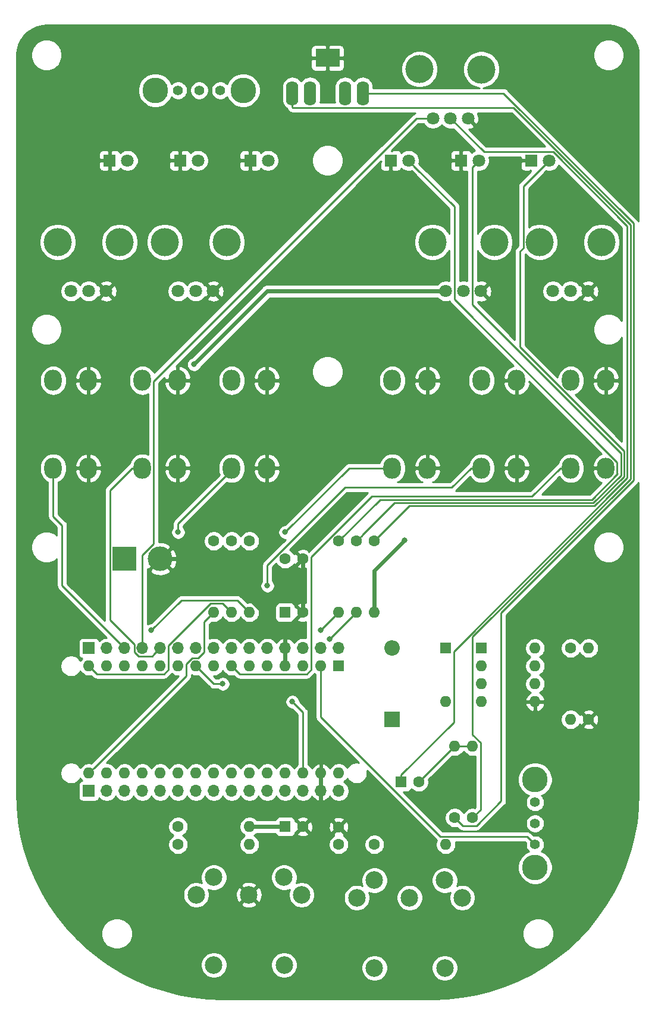
<source format=gbr>
G04 #@! TF.GenerationSoftware,KiCad,Pcbnew,(5.1.5)-3*
G04 #@! TF.CreationDate,2020-06-23T14:27:24+01:00*
G04 #@! TF.ProjectId,drumkid,6472756d-6b69-4642-9e6b-696361645f70,rev?*
G04 #@! TF.SameCoordinates,Original*
G04 #@! TF.FileFunction,Copper,L2,Bot*
G04 #@! TF.FilePolarity,Positive*
%FSLAX46Y46*%
G04 Gerber Fmt 4.6, Leading zero omitted, Abs format (unit mm)*
G04 Created by KiCad (PCBNEW (5.1.5)-3) date 2020-06-23 14:27:24*
%MOMM*%
%LPD*%
G04 APERTURE LIST*
%ADD10C,1.400000*%
%ADD11C,3.653000*%
%ADD12O,1.600000X1.600000*%
%ADD13C,1.600000*%
%ADD14R,1.600000X1.600000*%
%ADD15O,1.700000X1.700000*%
%ADD16R,1.700000X1.700000*%
%ADD17R,2.200000X2.200000*%
%ADD18O,2.200000X2.200000*%
%ADD19R,1.800000X1.800000*%
%ADD20C,1.800000*%
%ADD21C,2.499360*%
%ADD22O,2.500000X3.000000*%
%ADD23R,3.500000X2.500000*%
%ADD24O,1.750000X3.500000*%
%ADD25C,4.000000*%
%ADD26R,3.500120X3.500120*%
%ADD27C,3.500120*%
%ADD28C,0.800000*%
%ADD29C,0.625000*%
%ADD30C,0.250000*%
%ADD31C,0.254000*%
G04 APERTURE END LIST*
D10*
X129540000Y-147320000D03*
X129540000Y-144320000D03*
X129540000Y-141320000D03*
D11*
X129540000Y-150570000D03*
X129540000Y-138070000D03*
D12*
X120650000Y-133350000D03*
D13*
X120650000Y-143510000D03*
D12*
X118110000Y-133350000D03*
D13*
X118110000Y-143510000D03*
D14*
X110490000Y-138430000D03*
D13*
X112990000Y-138430000D03*
X96480000Y-144780000D03*
D14*
X93980000Y-144780000D03*
X93980000Y-114300000D03*
D13*
X96480000Y-114300000D03*
X101600000Y-144820000D03*
X101600000Y-147320000D03*
X93980000Y-106680000D03*
X96480000Y-106680000D03*
D15*
X101600000Y-139700000D03*
X99060000Y-139700000D03*
X96520000Y-139700000D03*
X93980000Y-139700000D03*
X91440000Y-139700000D03*
X88900000Y-139700000D03*
X86360000Y-139700000D03*
X83820000Y-139700000D03*
X81280000Y-139700000D03*
X78740000Y-139700000D03*
X76200000Y-139700000D03*
X73660000Y-139700000D03*
X71120000Y-139700000D03*
X68580000Y-139700000D03*
D16*
X66040000Y-139700000D03*
X66040000Y-119380000D03*
D15*
X68580000Y-119380000D03*
X71120000Y-119380000D03*
X73660000Y-119380000D03*
X76200000Y-119380000D03*
X78740000Y-119380000D03*
X81280000Y-119380000D03*
X83820000Y-119380000D03*
X86360000Y-119380000D03*
X88900000Y-119380000D03*
X91440000Y-119380000D03*
X93980000Y-119380000D03*
X96520000Y-119380000D03*
X99060000Y-119380000D03*
X101600000Y-119380000D03*
D14*
X116840000Y-119380000D03*
D12*
X116840000Y-127000000D03*
D17*
X109220000Y-129540000D03*
D18*
X109220000Y-119380000D03*
D14*
X101600000Y-121920000D03*
D12*
X68580000Y-137160000D03*
X99060000Y-121920000D03*
X71120000Y-137160000D03*
X96520000Y-121920000D03*
X73660000Y-137160000D03*
X93980000Y-121920000D03*
X76200000Y-137160000D03*
X91440000Y-121920000D03*
X78740000Y-137160000D03*
X88900000Y-121920000D03*
X81280000Y-137160000D03*
X86360000Y-121920000D03*
X83820000Y-137160000D03*
X83820000Y-121920000D03*
X86360000Y-137160000D03*
X81280000Y-121920000D03*
X88900000Y-137160000D03*
X78740000Y-121920000D03*
X91440000Y-137160000D03*
X76200000Y-121920000D03*
X93980000Y-137160000D03*
X73660000Y-121920000D03*
X96520000Y-137160000D03*
X71120000Y-121920000D03*
X99060000Y-137160000D03*
X68580000Y-121920000D03*
X101600000Y-137160000D03*
X66040000Y-121920000D03*
X66040000Y-137160000D03*
D11*
X87990000Y-40000000D03*
X75490000Y-40000000D03*
D10*
X84740000Y-40000000D03*
X81740000Y-40000000D03*
X78740000Y-40000000D03*
D19*
X129000000Y-50000000D03*
D20*
X131540000Y-50000000D03*
D21*
X106674920Y-164896800D03*
X116677440Y-164896800D03*
X106680000Y-152400000D03*
X119174260Y-154901900D03*
X111676180Y-154899360D03*
X116672360Y-152400000D03*
X104178100Y-154901900D03*
D22*
X134620000Y-93780000D03*
X139620000Y-93780000D03*
X134620000Y-81280000D03*
X139620000Y-81280000D03*
X78660000Y-81280000D03*
X73660000Y-81280000D03*
X78660000Y-93780000D03*
X73660000Y-93780000D03*
X121920000Y-93780000D03*
X126920000Y-93780000D03*
X121920000Y-81280000D03*
X126920000Y-81280000D03*
X114220000Y-81280000D03*
X109220000Y-81280000D03*
X114220000Y-93780000D03*
X109220000Y-93780000D03*
X60960000Y-93780000D03*
X65960000Y-93780000D03*
X60960000Y-81280000D03*
X65960000Y-81280000D03*
X91360000Y-81280000D03*
X86360000Y-81280000D03*
X91360000Y-93780000D03*
X86360000Y-93780000D03*
D20*
X111540000Y-50000000D03*
D19*
X109000000Y-50000000D03*
X69000000Y-50000000D03*
D20*
X71540000Y-50000000D03*
X81540000Y-50000000D03*
D19*
X79000000Y-50000000D03*
X119000000Y-50000000D03*
D20*
X121540000Y-50000000D03*
X91540000Y-50000000D03*
D19*
X89000000Y-50000000D03*
D12*
X86360000Y-114300000D03*
D13*
X86360000Y-104140000D03*
D12*
X88900000Y-144780000D03*
D13*
X78740000Y-144780000D03*
X78740000Y-147320000D03*
D12*
X88900000Y-147320000D03*
X134620000Y-129540000D03*
D13*
X134620000Y-119380000D03*
X137160000Y-129540000D03*
D12*
X137160000Y-119380000D03*
X83820000Y-114300000D03*
D13*
X83820000Y-104140000D03*
X101600000Y-104140000D03*
D12*
X101600000Y-114300000D03*
X104140000Y-114300000D03*
D13*
X104140000Y-104140000D03*
X106680000Y-104140000D03*
D12*
X106680000Y-114300000D03*
D13*
X88900000Y-104140000D03*
D12*
X88900000Y-114300000D03*
X116840000Y-147320000D03*
D13*
X106680000Y-147320000D03*
D21*
X83814920Y-164477700D03*
X93817440Y-164477700D03*
X83820000Y-151980900D03*
X96314260Y-154482800D03*
X88816180Y-154480260D03*
X93812360Y-151980900D03*
X81318100Y-154482800D03*
D23*
X100000000Y-35404000D03*
D24*
X102500000Y-40410000D03*
X97500000Y-40410000D03*
X105000000Y-40410000D03*
X95000000Y-40410000D03*
D20*
X120000000Y-44000000D03*
X117500000Y-44000000D03*
X115000000Y-44000000D03*
D25*
X121900000Y-37015000D03*
X113100000Y-37000000D03*
D20*
X121840000Y-68580000D03*
X119340000Y-68580000D03*
X116840000Y-68580000D03*
D25*
X123740000Y-61595000D03*
X114940000Y-61580000D03*
D20*
X137080000Y-68580000D03*
X134580000Y-68580000D03*
X132080000Y-68580000D03*
D25*
X138980000Y-61595000D03*
X130180000Y-61580000D03*
D20*
X68500000Y-68580000D03*
X66000000Y-68580000D03*
X63500000Y-68580000D03*
D25*
X70400000Y-61595000D03*
X61600000Y-61580000D03*
D20*
X83740000Y-68580000D03*
X81240000Y-68580000D03*
X78740000Y-68580000D03*
D25*
X85640000Y-61595000D03*
X76840000Y-61580000D03*
D26*
X71120000Y-106680000D03*
D27*
X76200000Y-106680000D03*
D14*
X121920000Y-119380000D03*
D12*
X129540000Y-127000000D03*
X121920000Y-121920000D03*
X129540000Y-124460000D03*
X121920000Y-124460000D03*
X129540000Y-121920000D03*
X121920000Y-127000000D03*
X129540000Y-119380000D03*
D28*
X91440000Y-110490000D03*
X93980000Y-102870000D03*
X85090000Y-124460000D03*
X100330000Y-118110000D03*
X99060000Y-116840000D03*
X74930000Y-116840000D03*
X78740000Y-102870000D03*
X111000000Y-104000000D03*
X81000000Y-79000000D03*
X95000000Y-127000000D03*
D29*
X99060000Y-137160000D02*
X99060000Y-139700000D01*
X99060000Y-142200000D02*
X96480000Y-144780000D01*
X99060000Y-139700000D02*
X99060000Y-142200000D01*
X99060000Y-142280000D02*
X101600000Y-144820000D01*
X99060000Y-139700000D02*
X99060000Y-142280000D01*
X93980000Y-121920000D02*
X93980000Y-119380000D01*
X93980000Y-116800000D02*
X96480000Y-114300000D01*
X93980000Y-119380000D02*
X93980000Y-116800000D01*
X96480000Y-114300000D02*
X96480000Y-106680000D01*
X93980000Y-118177919D02*
X93980000Y-119380000D01*
X93980000Y-117437498D02*
X93980000Y-118177919D01*
X83222502Y-106680000D02*
X93980000Y-117437498D01*
X76200000Y-106680000D02*
X83222502Y-106680000D01*
D30*
X120420000Y-93780000D02*
X117680000Y-96520000D01*
X121920000Y-93780000D02*
X120420000Y-93780000D01*
X91440000Y-107554998D02*
X91440000Y-110490000D01*
X117680000Y-96520000D02*
X102474998Y-96520000D01*
X102474998Y-96520000D02*
X91440000Y-107554998D01*
X109220000Y-93780000D02*
X103070000Y-93780000D01*
X103070000Y-93780000D02*
X93980000Y-102870000D01*
X83820000Y-124460000D02*
X81280000Y-121920000D01*
X85090000Y-124460000D02*
X83820000Y-124460000D01*
X73660000Y-118177919D02*
X73660000Y-119380000D01*
X73660000Y-106148909D02*
X73660000Y-118177919D01*
X75235010Y-104573899D02*
X73660000Y-106148909D01*
X75235010Y-81379988D02*
X75235010Y-104573899D01*
X112614998Y-44000000D02*
X75235010Y-81379988D01*
X115000000Y-44000000D02*
X112614998Y-44000000D01*
X104140000Y-114300000D02*
X100330000Y-118110000D01*
X120640001Y-50899999D02*
X121540000Y-50000000D01*
X120614999Y-70514999D02*
X120614999Y-50925001D01*
X120614999Y-50925001D02*
X120640001Y-50899999D01*
X141755010Y-94758800D02*
X141755010Y-91655010D01*
X109509980Y-98690020D02*
X137823791Y-98690019D01*
X104939999Y-103260001D02*
X109509980Y-98690020D01*
X141755010Y-91655010D02*
X120614999Y-70514999D01*
X104939999Y-103340001D02*
X104939999Y-103260001D01*
X137823791Y-98690019D02*
X141755010Y-94758800D01*
X104140000Y-104140000D02*
X104939999Y-103340001D01*
X101600000Y-104140000D02*
X107499990Y-98240010D01*
X107499990Y-98240010D02*
X137637390Y-98240010D01*
X137637390Y-98240010D02*
X141224000Y-94653400D01*
X141224000Y-94653400D02*
X141305001Y-94572399D01*
X112439999Y-50899999D02*
X111540000Y-50000000D01*
X118065001Y-56525001D02*
X112439999Y-50899999D01*
X118065001Y-69747601D02*
X118065001Y-56525001D01*
X141224000Y-92906600D02*
X118065001Y-69747601D01*
X141224000Y-94653400D02*
X141224000Y-92906600D01*
X101600000Y-114300000D02*
X99060000Y-116840000D01*
X133120000Y-93780000D02*
X129110000Y-97790000D01*
X134620000Y-93780000D02*
X133120000Y-93780000D01*
X87159999Y-122719999D02*
X86360000Y-121920000D01*
X87485001Y-123045001D02*
X87159999Y-122719999D01*
X97695001Y-122410001D02*
X97060001Y-123045001D01*
X97695001Y-106379997D02*
X97695001Y-122410001D01*
X106284998Y-97790000D02*
X97695001Y-106379997D01*
X97060001Y-123045001D02*
X87485001Y-123045001D01*
X129110000Y-97790000D02*
X106284998Y-97790000D01*
X99060000Y-123051370D02*
X99060000Y-121920000D01*
X99060000Y-129185002D02*
X99060000Y-123051370D01*
X116069997Y-146194999D02*
X99060000Y-129185002D01*
X128414999Y-146194999D02*
X116069997Y-146194999D01*
X129540000Y-147320000D02*
X128414999Y-146194999D01*
X60960000Y-100605122D02*
X62230000Y-101875122D01*
X60960000Y-93780000D02*
X60960000Y-100605122D01*
X62230000Y-110490000D02*
X71120000Y-119380000D01*
X62230000Y-101875122D02*
X62230000Y-110490000D01*
X79190009Y-112579991D02*
X74930000Y-116840000D01*
X88900000Y-114300000D02*
X87179991Y-112579991D01*
X87179991Y-112579991D02*
X79190009Y-112579991D01*
X76740001Y-123045001D02*
X67165001Y-123045001D01*
X67165001Y-123045001D02*
X66839999Y-122719999D01*
X77375001Y-122410001D02*
X76740001Y-123045001D01*
X66839999Y-122719999D02*
X66040000Y-121920000D01*
X77375001Y-119005997D02*
X77375001Y-122410001D01*
X83350998Y-113030000D02*
X77375001Y-119005997D01*
X85090000Y-113030000D02*
X83350998Y-113030000D01*
X86360000Y-114300000D02*
X85090000Y-113030000D01*
X66839999Y-136360001D02*
X66040000Y-137160000D01*
X79865001Y-123334999D02*
X66839999Y-136360001D01*
X79865001Y-121669997D02*
X79865001Y-123334999D01*
X81604003Y-120794999D02*
X80739999Y-120794999D01*
X82455001Y-119944001D02*
X81604003Y-120794999D01*
X80739999Y-120794999D02*
X79865001Y-121669997D01*
X82455001Y-115664999D02*
X82455001Y-119944001D01*
X83820000Y-114300000D02*
X82455001Y-115664999D01*
X78740000Y-101650000D02*
X78740000Y-102870000D01*
X86360000Y-93780000D02*
X86360000Y-94030000D01*
X86360000Y-94030000D02*
X78740000Y-101650000D01*
X73095999Y-120555001D02*
X75024999Y-120555001D01*
X72484999Y-119944001D02*
X73095999Y-120555001D01*
X72484999Y-118815999D02*
X72484999Y-119944001D01*
X69044939Y-115375939D02*
X72484999Y-118815999D01*
X69044939Y-96895061D02*
X69044939Y-115375939D01*
X75350001Y-120229999D02*
X76200000Y-119380000D01*
X72160000Y-93780000D02*
X69044939Y-96895061D01*
X75024999Y-120555001D02*
X75350001Y-120229999D01*
X73660000Y-93780000D02*
X72160000Y-93780000D01*
X106680000Y-104140000D02*
X111679972Y-99140028D01*
X142205020Y-91342420D02*
X127400000Y-76537400D01*
X142205020Y-94945198D02*
X142205020Y-91342420D01*
X111679972Y-99140028D02*
X138010190Y-99140028D01*
X138010190Y-99140028D02*
X142205020Y-94945198D01*
X127854999Y-53685001D02*
X130640001Y-50899999D01*
X130640001Y-50899999D02*
X131540000Y-50000000D01*
X127854999Y-62445001D02*
X127854999Y-53685001D01*
X127400000Y-62900000D02*
X127854999Y-62445001D01*
X127400000Y-76537400D02*
X127400000Y-62900000D01*
X95000000Y-42410000D02*
X95000000Y-40410000D01*
X126474420Y-42485010D02*
X95075010Y-42485010D01*
X143105039Y-95317999D02*
X143105039Y-59115629D01*
X95075010Y-42485010D02*
X95000000Y-42410000D01*
X120650000Y-117773038D02*
X143105039Y-95317999D01*
X120650000Y-131684998D02*
X120650000Y-117773038D01*
X121775001Y-132809999D02*
X120650000Y-131684998D01*
X143105039Y-59115629D02*
X126474420Y-42485010D01*
X121775001Y-142384999D02*
X121775001Y-132809999D01*
X120650000Y-143510000D02*
X121775001Y-142384999D01*
D29*
X88900000Y-144780000D02*
X93980000Y-144780000D01*
X106680000Y-114300000D02*
X106680000Y-108320000D01*
X106680000Y-108320000D02*
X111000000Y-104000000D01*
X116840000Y-68580000D02*
X91420000Y-68580000D01*
X91420000Y-68580000D02*
X81000000Y-79000000D01*
D30*
X96520000Y-128520000D02*
X96520000Y-137160000D01*
X95000000Y-127000000D02*
X96520000Y-128520000D01*
X118070000Y-133350000D02*
X118110000Y-133350000D01*
X112990000Y-138430000D02*
X118070000Y-133350000D01*
X118110000Y-133350000D02*
X120650000Y-133350000D01*
X110490000Y-137380000D02*
X110490000Y-138430000D01*
X117965001Y-129904999D02*
X110490000Y-137380000D01*
X117965001Y-119821627D02*
X117965001Y-129904999D01*
X142655029Y-95131599D02*
X117965001Y-119821627D01*
X142655029Y-59302027D02*
X142655029Y-95131599D01*
X132128001Y-48774999D02*
X142655029Y-59302027D01*
X122274999Y-48774999D02*
X132128001Y-48774999D01*
X117500000Y-44000000D02*
X122274999Y-48774999D01*
X121190001Y-144635001D02*
X124700000Y-141125002D01*
X118110000Y-143510000D02*
X119235001Y-144635001D01*
X119235001Y-144635001D02*
X121190001Y-144635001D01*
X143555049Y-95504399D02*
X143555049Y-58929229D01*
X124700000Y-141125002D02*
X124700000Y-114359448D01*
X124700000Y-114359448D02*
X143555049Y-95504399D01*
X143555049Y-59155049D02*
X143555049Y-58929229D01*
X125035820Y-40410000D02*
X105000000Y-40410000D01*
X143555049Y-58929229D02*
X125035820Y-40410000D01*
D31*
G36*
X140754747Y-30805281D02*
G01*
X141485643Y-31005231D01*
X142169575Y-31331450D01*
X142784928Y-31773626D01*
X143312259Y-32317789D01*
X143734886Y-32946726D01*
X144039463Y-33640570D01*
X144217715Y-34383039D01*
X144265000Y-35026949D01*
X144265000Y-58651504D01*
X144260595Y-58636982D01*
X144190023Y-58504953D01*
X144095050Y-58389228D01*
X144066052Y-58365430D01*
X125599624Y-39899003D01*
X125575821Y-39869999D01*
X125460096Y-39775026D01*
X125328067Y-39704454D01*
X125184806Y-39660997D01*
X125073153Y-39650000D01*
X125073142Y-39650000D01*
X125035820Y-39646324D01*
X124998498Y-39650000D01*
X122159525Y-39650000D01*
X122668601Y-39548739D01*
X123148141Y-39350107D01*
X123579715Y-39061738D01*
X123946738Y-38694715D01*
X124235107Y-38263141D01*
X124433739Y-37783601D01*
X124535000Y-37274525D01*
X124535000Y-36755475D01*
X124433739Y-36246399D01*
X124235107Y-35766859D01*
X123946738Y-35335285D01*
X123579715Y-34968262D01*
X123297770Y-34779872D01*
X137765000Y-34779872D01*
X137765000Y-35220128D01*
X137850890Y-35651925D01*
X138019369Y-36058669D01*
X138263962Y-36424729D01*
X138575271Y-36736038D01*
X138941331Y-36980631D01*
X139348075Y-37149110D01*
X139779872Y-37235000D01*
X140220128Y-37235000D01*
X140651925Y-37149110D01*
X141058669Y-36980631D01*
X141424729Y-36736038D01*
X141736038Y-36424729D01*
X141980631Y-36058669D01*
X142149110Y-35651925D01*
X142235000Y-35220128D01*
X142235000Y-34779872D01*
X142149110Y-34348075D01*
X141980631Y-33941331D01*
X141736038Y-33575271D01*
X141424729Y-33263962D01*
X141058669Y-33019369D01*
X140651925Y-32850890D01*
X140220128Y-32765000D01*
X139779872Y-32765000D01*
X139348075Y-32850890D01*
X138941331Y-33019369D01*
X138575271Y-33263962D01*
X138263962Y-33575271D01*
X138019369Y-33941331D01*
X137850890Y-34348075D01*
X137765000Y-34779872D01*
X123297770Y-34779872D01*
X123148141Y-34679893D01*
X122668601Y-34481261D01*
X122159525Y-34380000D01*
X121640475Y-34380000D01*
X121131399Y-34481261D01*
X120651859Y-34679893D01*
X120220285Y-34968262D01*
X119853262Y-35335285D01*
X119564893Y-35766859D01*
X119366261Y-36246399D01*
X119265000Y-36755475D01*
X119265000Y-37274525D01*
X119366261Y-37783601D01*
X119564893Y-38263141D01*
X119853262Y-38694715D01*
X120220285Y-39061738D01*
X120651859Y-39350107D01*
X121131399Y-39548739D01*
X121640475Y-39650000D01*
X106510000Y-39650000D01*
X106510000Y-39460822D01*
X106488151Y-39238988D01*
X106401808Y-38954352D01*
X106261594Y-38692030D01*
X106072897Y-38462103D01*
X105842970Y-38273406D01*
X105580648Y-38133192D01*
X105296012Y-38046849D01*
X105000000Y-38017694D01*
X104703989Y-38046849D01*
X104419353Y-38133192D01*
X104157031Y-38273406D01*
X103927104Y-38462103D01*
X103750001Y-38677903D01*
X103572897Y-38462103D01*
X103342970Y-38273406D01*
X103080648Y-38133192D01*
X102796012Y-38046849D01*
X102500000Y-38017694D01*
X102203989Y-38046849D01*
X101919353Y-38133192D01*
X101657031Y-38273406D01*
X101427104Y-38462103D01*
X101238407Y-38692030D01*
X101098193Y-38954352D01*
X101011850Y-39238988D01*
X100990000Y-39460822D01*
X100990000Y-41359177D01*
X101011849Y-41581011D01*
X101055530Y-41725010D01*
X98944470Y-41725010D01*
X98988151Y-41581012D01*
X99010000Y-41359178D01*
X99010000Y-39460822D01*
X98988151Y-39238988D01*
X98901808Y-38954352D01*
X98761594Y-38692030D01*
X98572897Y-38462103D01*
X98342970Y-38273406D01*
X98080648Y-38133192D01*
X97796012Y-38046849D01*
X97500000Y-38017694D01*
X97203989Y-38046849D01*
X96919353Y-38133192D01*
X96657031Y-38273406D01*
X96427104Y-38462103D01*
X96250001Y-38677903D01*
X96072897Y-38462103D01*
X95842970Y-38273406D01*
X95580648Y-38133192D01*
X95296012Y-38046849D01*
X95000000Y-38017694D01*
X94703989Y-38046849D01*
X94419353Y-38133192D01*
X94157031Y-38273406D01*
X93927104Y-38462103D01*
X93738407Y-38692030D01*
X93598193Y-38954352D01*
X93511850Y-39238988D01*
X93490000Y-39460822D01*
X93490000Y-41359177D01*
X93511849Y-41581011D01*
X93598192Y-41865647D01*
X93738406Y-42127969D01*
X93927103Y-42357897D01*
X94157030Y-42546594D01*
X94264695Y-42604142D01*
X94289771Y-42686808D01*
X94294454Y-42702246D01*
X94365026Y-42834276D01*
X94404871Y-42882826D01*
X94459999Y-42950001D01*
X94489003Y-42973804D01*
X94511206Y-42996007D01*
X94535009Y-43025011D01*
X94650734Y-43119984D01*
X94782763Y-43190556D01*
X94926024Y-43234013D01*
X95037677Y-43245010D01*
X95037687Y-43245010D01*
X95075009Y-43248686D01*
X95112332Y-43245010D01*
X112526798Y-43245010D01*
X112466012Y-43250997D01*
X112322751Y-43294454D01*
X112190721Y-43365026D01*
X112107081Y-43433668D01*
X112074997Y-43459999D01*
X112051199Y-43488997D01*
X75349019Y-80191178D01*
X75234903Y-79977683D01*
X74999345Y-79690655D01*
X74712317Y-79455097D01*
X74384848Y-79280061D01*
X74029524Y-79172275D01*
X73660000Y-79135880D01*
X73290477Y-79172275D01*
X72935153Y-79280061D01*
X72607684Y-79455097D01*
X72320655Y-79690655D01*
X72085097Y-79977683D01*
X71910061Y-80305152D01*
X71802275Y-80660476D01*
X71775000Y-80937403D01*
X71775000Y-81622596D01*
X71802275Y-81899523D01*
X71910061Y-82254847D01*
X72085097Y-82582317D01*
X72320655Y-82869345D01*
X72607683Y-83104903D01*
X72935152Y-83279939D01*
X73290476Y-83387725D01*
X73660000Y-83424120D01*
X74029523Y-83387725D01*
X74384847Y-83279939D01*
X74475010Y-83231746D01*
X74475010Y-91828254D01*
X74384848Y-91780061D01*
X74029524Y-91672275D01*
X73660000Y-91635880D01*
X73290477Y-91672275D01*
X72935153Y-91780061D01*
X72607684Y-91955097D01*
X72320655Y-92190655D01*
X72085097Y-92477683D01*
X71910061Y-92805152D01*
X71820748Y-93099579D01*
X71735724Y-93145026D01*
X71619999Y-93239999D01*
X71596201Y-93268997D01*
X68533942Y-96331257D01*
X68504938Y-96355060D01*
X68449810Y-96422235D01*
X68409965Y-96470785D01*
X68383659Y-96520000D01*
X68339393Y-96602815D01*
X68295936Y-96746076D01*
X68284939Y-96857729D01*
X68284939Y-96857739D01*
X68281263Y-96895061D01*
X68284939Y-96932383D01*
X68284940Y-115338606D01*
X68281263Y-115375939D01*
X68291153Y-115476351D01*
X62990000Y-110175199D01*
X62990000Y-101912444D01*
X62993676Y-101875121D01*
X62990000Y-101837798D01*
X62990000Y-101837789D01*
X62979003Y-101726136D01*
X62935546Y-101582875D01*
X62864974Y-101450846D01*
X62770001Y-101335121D01*
X62741004Y-101311324D01*
X61720000Y-100290321D01*
X61720000Y-95761149D01*
X62012317Y-95604903D01*
X62299345Y-95369345D01*
X62534903Y-95082317D01*
X62709939Y-94754848D01*
X62817725Y-94399524D01*
X62836978Y-94204040D01*
X64074882Y-94204040D01*
X64145058Y-94568464D01*
X64284981Y-94912195D01*
X64489274Y-95222024D01*
X64750086Y-95486044D01*
X65057394Y-95694109D01*
X65399389Y-95838223D01*
X65540355Y-95867695D01*
X65833000Y-95751572D01*
X65833000Y-93907000D01*
X66087000Y-93907000D01*
X66087000Y-95751572D01*
X66379645Y-95867695D01*
X66520611Y-95838223D01*
X66862606Y-95694109D01*
X67169914Y-95486044D01*
X67430726Y-95222024D01*
X67635019Y-94912195D01*
X67774942Y-94568464D01*
X67845118Y-94204040D01*
X67690385Y-93907000D01*
X66087000Y-93907000D01*
X65833000Y-93907000D01*
X64229615Y-93907000D01*
X64074882Y-94204040D01*
X62836978Y-94204040D01*
X62845000Y-94122597D01*
X62845000Y-93437404D01*
X62836979Y-93355960D01*
X64074882Y-93355960D01*
X64229615Y-93653000D01*
X65833000Y-93653000D01*
X65833000Y-91808428D01*
X66087000Y-91808428D01*
X66087000Y-93653000D01*
X67690385Y-93653000D01*
X67845118Y-93355960D01*
X67774942Y-92991536D01*
X67635019Y-92647805D01*
X67430726Y-92337976D01*
X67169914Y-92073956D01*
X66862606Y-91865891D01*
X66520611Y-91721777D01*
X66379645Y-91692305D01*
X66087000Y-91808428D01*
X65833000Y-91808428D01*
X65540355Y-91692305D01*
X65399389Y-91721777D01*
X65057394Y-91865891D01*
X64750086Y-92073956D01*
X64489274Y-92337976D01*
X64284981Y-92647805D01*
X64145058Y-92991536D01*
X64074882Y-93355960D01*
X62836979Y-93355960D01*
X62817725Y-93160477D01*
X62709939Y-92805152D01*
X62534903Y-92477683D01*
X62299345Y-92190655D01*
X62012317Y-91955097D01*
X61684848Y-91780061D01*
X61329524Y-91672275D01*
X60960000Y-91635880D01*
X60590477Y-91672275D01*
X60235153Y-91780061D01*
X59907684Y-91955097D01*
X59620655Y-92190655D01*
X59385097Y-92477683D01*
X59210061Y-92805152D01*
X59102275Y-93160476D01*
X59075000Y-93437403D01*
X59075000Y-94122596D01*
X59102275Y-94399523D01*
X59210061Y-94754847D01*
X59385097Y-95082317D01*
X59620655Y-95369345D01*
X59907683Y-95604903D01*
X60200000Y-95761150D01*
X60200001Y-100567790D01*
X60196324Y-100605122D01*
X60210998Y-100754107D01*
X60254454Y-100897368D01*
X60325026Y-101029398D01*
X60391174Y-101109999D01*
X60420000Y-101145123D01*
X60448998Y-101168921D01*
X61470000Y-102189924D01*
X61470000Y-103309233D01*
X61424729Y-103263962D01*
X61058669Y-103019369D01*
X60651925Y-102850890D01*
X60220128Y-102765000D01*
X59779872Y-102765000D01*
X59348075Y-102850890D01*
X58941331Y-103019369D01*
X58575271Y-103263962D01*
X58263962Y-103575271D01*
X58019369Y-103941331D01*
X57850890Y-104348075D01*
X57765000Y-104779872D01*
X57765000Y-105220128D01*
X57850890Y-105651925D01*
X58019369Y-106058669D01*
X58263962Y-106424729D01*
X58575271Y-106736038D01*
X58941331Y-106980631D01*
X59348075Y-107149110D01*
X59779872Y-107235000D01*
X60220128Y-107235000D01*
X60651925Y-107149110D01*
X61058669Y-106980631D01*
X61424729Y-106736038D01*
X61470001Y-106690766D01*
X61470001Y-110452668D01*
X61466324Y-110490000D01*
X61480998Y-110638985D01*
X61524454Y-110782246D01*
X61595026Y-110914276D01*
X61649175Y-110980256D01*
X61690000Y-111030001D01*
X61718998Y-111053799D01*
X68560198Y-117895000D01*
X68433740Y-117895000D01*
X68146842Y-117952068D01*
X67876589Y-118064010D01*
X67633368Y-118226525D01*
X67501513Y-118358380D01*
X67479502Y-118285820D01*
X67420537Y-118175506D01*
X67341185Y-118078815D01*
X67244494Y-117999463D01*
X67134180Y-117940498D01*
X67014482Y-117904188D01*
X66890000Y-117891928D01*
X65190000Y-117891928D01*
X65065518Y-117904188D01*
X64945820Y-117940498D01*
X64835506Y-117999463D01*
X64738815Y-118078815D01*
X64659463Y-118175506D01*
X64600498Y-118285820D01*
X64564188Y-118405518D01*
X64551928Y-118530000D01*
X64551928Y-120230000D01*
X64564188Y-120354482D01*
X64600498Y-120474180D01*
X64659463Y-120584494D01*
X64738815Y-120681185D01*
X64835506Y-120760537D01*
X64945820Y-120819502D01*
X65065518Y-120855812D01*
X65073961Y-120856643D01*
X64925363Y-121005241D01*
X64824121Y-121156760D01*
X64684545Y-120947869D01*
X64472131Y-120735455D01*
X64222358Y-120568562D01*
X63944826Y-120453605D01*
X63650199Y-120395000D01*
X63349801Y-120395000D01*
X63055174Y-120453605D01*
X62777642Y-120568562D01*
X62527869Y-120735455D01*
X62315455Y-120947869D01*
X62148562Y-121197642D01*
X62033605Y-121475174D01*
X61975000Y-121769801D01*
X61975000Y-122070199D01*
X62033605Y-122364826D01*
X62148562Y-122642358D01*
X62315455Y-122892131D01*
X62527869Y-123104545D01*
X62777642Y-123271438D01*
X63055174Y-123386395D01*
X63349801Y-123445000D01*
X63650199Y-123445000D01*
X63944826Y-123386395D01*
X64222358Y-123271438D01*
X64472131Y-123104545D01*
X64684545Y-122892131D01*
X64824121Y-122683240D01*
X64925363Y-122834759D01*
X65125241Y-123034637D01*
X65360273Y-123191680D01*
X65621426Y-123299853D01*
X65898665Y-123355000D01*
X66181335Y-123355000D01*
X66363887Y-123318688D01*
X66601197Y-123555998D01*
X66625000Y-123585002D01*
X66740725Y-123679975D01*
X66872754Y-123750547D01*
X67016015Y-123794004D01*
X67127668Y-123805001D01*
X67127677Y-123805001D01*
X67165000Y-123808677D01*
X67202323Y-123805001D01*
X76702679Y-123805001D01*
X76740001Y-123808677D01*
X76777323Y-123805001D01*
X76777334Y-123805001D01*
X76888987Y-123794004D01*
X77032248Y-123750547D01*
X77164277Y-123679975D01*
X77280002Y-123585002D01*
X77303804Y-123555999D01*
X77825204Y-123034600D01*
X77825241Y-123034637D01*
X78060273Y-123191680D01*
X78321426Y-123299853D01*
X78598665Y-123355000D01*
X78770197Y-123355000D01*
X66363887Y-135761312D01*
X66181335Y-135725000D01*
X65898665Y-135725000D01*
X65621426Y-135780147D01*
X65360273Y-135888320D01*
X65125241Y-136045363D01*
X64925363Y-136245241D01*
X64824121Y-136396760D01*
X64684545Y-136187869D01*
X64472131Y-135975455D01*
X64222358Y-135808562D01*
X63944826Y-135693605D01*
X63650199Y-135635000D01*
X63349801Y-135635000D01*
X63055174Y-135693605D01*
X62777642Y-135808562D01*
X62527869Y-135975455D01*
X62315455Y-136187869D01*
X62148562Y-136437642D01*
X62033605Y-136715174D01*
X61975000Y-137009801D01*
X61975000Y-137310199D01*
X62033605Y-137604826D01*
X62148562Y-137882358D01*
X62315455Y-138132131D01*
X62527869Y-138344545D01*
X62777642Y-138511438D01*
X63055174Y-138626395D01*
X63349801Y-138685000D01*
X63650199Y-138685000D01*
X63944826Y-138626395D01*
X64222358Y-138511438D01*
X64472131Y-138344545D01*
X64684545Y-138132131D01*
X64824121Y-137923240D01*
X64925363Y-138074759D01*
X65073961Y-138223357D01*
X65065518Y-138224188D01*
X64945820Y-138260498D01*
X64835506Y-138319463D01*
X64738815Y-138398815D01*
X64659463Y-138495506D01*
X64600498Y-138605820D01*
X64564188Y-138725518D01*
X64551928Y-138850000D01*
X64551928Y-140550000D01*
X64564188Y-140674482D01*
X64600498Y-140794180D01*
X64659463Y-140904494D01*
X64738815Y-141001185D01*
X64835506Y-141080537D01*
X64945820Y-141139502D01*
X65065518Y-141175812D01*
X65190000Y-141188072D01*
X66890000Y-141188072D01*
X67014482Y-141175812D01*
X67134180Y-141139502D01*
X67244494Y-141080537D01*
X67341185Y-141001185D01*
X67420537Y-140904494D01*
X67479502Y-140794180D01*
X67501513Y-140721620D01*
X67633368Y-140853475D01*
X67876589Y-141015990D01*
X68146842Y-141127932D01*
X68433740Y-141185000D01*
X68726260Y-141185000D01*
X69013158Y-141127932D01*
X69283411Y-141015990D01*
X69526632Y-140853475D01*
X69733475Y-140646632D01*
X69850000Y-140472240D01*
X69966525Y-140646632D01*
X70173368Y-140853475D01*
X70416589Y-141015990D01*
X70686842Y-141127932D01*
X70973740Y-141185000D01*
X71266260Y-141185000D01*
X71553158Y-141127932D01*
X71823411Y-141015990D01*
X72066632Y-140853475D01*
X72273475Y-140646632D01*
X72390000Y-140472240D01*
X72506525Y-140646632D01*
X72713368Y-140853475D01*
X72956589Y-141015990D01*
X73226842Y-141127932D01*
X73513740Y-141185000D01*
X73806260Y-141185000D01*
X74093158Y-141127932D01*
X74363411Y-141015990D01*
X74606632Y-140853475D01*
X74813475Y-140646632D01*
X74930000Y-140472240D01*
X75046525Y-140646632D01*
X75253368Y-140853475D01*
X75496589Y-141015990D01*
X75766842Y-141127932D01*
X76053740Y-141185000D01*
X76346260Y-141185000D01*
X76633158Y-141127932D01*
X76903411Y-141015990D01*
X77146632Y-140853475D01*
X77353475Y-140646632D01*
X77470000Y-140472240D01*
X77586525Y-140646632D01*
X77793368Y-140853475D01*
X78036589Y-141015990D01*
X78306842Y-141127932D01*
X78593740Y-141185000D01*
X78886260Y-141185000D01*
X79173158Y-141127932D01*
X79443411Y-141015990D01*
X79686632Y-140853475D01*
X79893475Y-140646632D01*
X80010000Y-140472240D01*
X80126525Y-140646632D01*
X80333368Y-140853475D01*
X80576589Y-141015990D01*
X80846842Y-141127932D01*
X81133740Y-141185000D01*
X81426260Y-141185000D01*
X81713158Y-141127932D01*
X81983411Y-141015990D01*
X82226632Y-140853475D01*
X82433475Y-140646632D01*
X82550000Y-140472240D01*
X82666525Y-140646632D01*
X82873368Y-140853475D01*
X83116589Y-141015990D01*
X83386842Y-141127932D01*
X83673740Y-141185000D01*
X83966260Y-141185000D01*
X84253158Y-141127932D01*
X84523411Y-141015990D01*
X84766632Y-140853475D01*
X84973475Y-140646632D01*
X85090000Y-140472240D01*
X85206525Y-140646632D01*
X85413368Y-140853475D01*
X85656589Y-141015990D01*
X85926842Y-141127932D01*
X86213740Y-141185000D01*
X86506260Y-141185000D01*
X86793158Y-141127932D01*
X87063411Y-141015990D01*
X87306632Y-140853475D01*
X87513475Y-140646632D01*
X87630000Y-140472240D01*
X87746525Y-140646632D01*
X87953368Y-140853475D01*
X88196589Y-141015990D01*
X88466842Y-141127932D01*
X88753740Y-141185000D01*
X89046260Y-141185000D01*
X89333158Y-141127932D01*
X89603411Y-141015990D01*
X89846632Y-140853475D01*
X90053475Y-140646632D01*
X90170000Y-140472240D01*
X90286525Y-140646632D01*
X90493368Y-140853475D01*
X90736589Y-141015990D01*
X91006842Y-141127932D01*
X91293740Y-141185000D01*
X91586260Y-141185000D01*
X91873158Y-141127932D01*
X92143411Y-141015990D01*
X92386632Y-140853475D01*
X92593475Y-140646632D01*
X92710000Y-140472240D01*
X92826525Y-140646632D01*
X93033368Y-140853475D01*
X93276589Y-141015990D01*
X93546842Y-141127932D01*
X93833740Y-141185000D01*
X94126260Y-141185000D01*
X94413158Y-141127932D01*
X94683411Y-141015990D01*
X94926632Y-140853475D01*
X95133475Y-140646632D01*
X95250000Y-140472240D01*
X95366525Y-140646632D01*
X95573368Y-140853475D01*
X95816589Y-141015990D01*
X96086842Y-141127932D01*
X96373740Y-141185000D01*
X96666260Y-141185000D01*
X96953158Y-141127932D01*
X97223411Y-141015990D01*
X97466632Y-140853475D01*
X97673475Y-140646632D01*
X97795195Y-140464466D01*
X97864822Y-140581355D01*
X98059731Y-140797588D01*
X98293080Y-140971641D01*
X98555901Y-141096825D01*
X98703110Y-141141476D01*
X98933000Y-141020155D01*
X98933000Y-139827000D01*
X98913000Y-139827000D01*
X98913000Y-139573000D01*
X98933000Y-139573000D01*
X98933000Y-137287000D01*
X98913000Y-137287000D01*
X98913000Y-137033000D01*
X98933000Y-137033000D01*
X98933000Y-135890085D01*
X98710961Y-135768096D01*
X98576913Y-135808754D01*
X98322580Y-135928963D01*
X98096586Y-136096481D01*
X97907615Y-136304869D01*
X97796067Y-136490865D01*
X97791680Y-136480273D01*
X97634637Y-136245241D01*
X97434759Y-136045363D01*
X97280000Y-135941957D01*
X97280000Y-128557333D01*
X97283677Y-128520000D01*
X97269003Y-128371014D01*
X97225546Y-128227753D01*
X97154974Y-128095724D01*
X97083799Y-128008997D01*
X97060001Y-127979999D01*
X97031004Y-127956202D01*
X96035000Y-126960199D01*
X96035000Y-126898061D01*
X95995226Y-126698102D01*
X95917205Y-126509744D01*
X95803937Y-126340226D01*
X95659774Y-126196063D01*
X95490256Y-126082795D01*
X95301898Y-126004774D01*
X95101939Y-125965000D01*
X94898061Y-125965000D01*
X94698102Y-126004774D01*
X94509744Y-126082795D01*
X94340226Y-126196063D01*
X94196063Y-126340226D01*
X94082795Y-126509744D01*
X94004774Y-126698102D01*
X93965000Y-126898061D01*
X93965000Y-127101939D01*
X94004774Y-127301898D01*
X94082795Y-127490256D01*
X94196063Y-127659774D01*
X94340226Y-127803937D01*
X94509744Y-127917205D01*
X94698102Y-127995226D01*
X94898061Y-128035000D01*
X94960199Y-128035000D01*
X95760000Y-128834802D01*
X95760001Y-135941956D01*
X95605241Y-136045363D01*
X95405363Y-136245241D01*
X95250000Y-136477759D01*
X95094637Y-136245241D01*
X94894759Y-136045363D01*
X94659727Y-135888320D01*
X94398574Y-135780147D01*
X94121335Y-135725000D01*
X93838665Y-135725000D01*
X93561426Y-135780147D01*
X93300273Y-135888320D01*
X93065241Y-136045363D01*
X92865363Y-136245241D01*
X92710000Y-136477759D01*
X92554637Y-136245241D01*
X92354759Y-136045363D01*
X92119727Y-135888320D01*
X91858574Y-135780147D01*
X91581335Y-135725000D01*
X91298665Y-135725000D01*
X91021426Y-135780147D01*
X90760273Y-135888320D01*
X90525241Y-136045363D01*
X90325363Y-136245241D01*
X90170000Y-136477759D01*
X90014637Y-136245241D01*
X89814759Y-136045363D01*
X89579727Y-135888320D01*
X89318574Y-135780147D01*
X89041335Y-135725000D01*
X88758665Y-135725000D01*
X88481426Y-135780147D01*
X88220273Y-135888320D01*
X87985241Y-136045363D01*
X87785363Y-136245241D01*
X87630000Y-136477759D01*
X87474637Y-136245241D01*
X87274759Y-136045363D01*
X87039727Y-135888320D01*
X86778574Y-135780147D01*
X86501335Y-135725000D01*
X86218665Y-135725000D01*
X85941426Y-135780147D01*
X85680273Y-135888320D01*
X85445241Y-136045363D01*
X85245363Y-136245241D01*
X85090000Y-136477759D01*
X84934637Y-136245241D01*
X84734759Y-136045363D01*
X84499727Y-135888320D01*
X84238574Y-135780147D01*
X83961335Y-135725000D01*
X83678665Y-135725000D01*
X83401426Y-135780147D01*
X83140273Y-135888320D01*
X82905241Y-136045363D01*
X82705363Y-136245241D01*
X82550000Y-136477759D01*
X82394637Y-136245241D01*
X82194759Y-136045363D01*
X81959727Y-135888320D01*
X81698574Y-135780147D01*
X81421335Y-135725000D01*
X81138665Y-135725000D01*
X80861426Y-135780147D01*
X80600273Y-135888320D01*
X80365241Y-136045363D01*
X80165363Y-136245241D01*
X80010000Y-136477759D01*
X79854637Y-136245241D01*
X79654759Y-136045363D01*
X79419727Y-135888320D01*
X79158574Y-135780147D01*
X78881335Y-135725000D01*
X78598665Y-135725000D01*
X78321426Y-135780147D01*
X78060273Y-135888320D01*
X77825241Y-136045363D01*
X77625363Y-136245241D01*
X77470000Y-136477759D01*
X77314637Y-136245241D01*
X77114759Y-136045363D01*
X76879727Y-135888320D01*
X76618574Y-135780147D01*
X76341335Y-135725000D01*
X76058665Y-135725000D01*
X75781426Y-135780147D01*
X75520273Y-135888320D01*
X75285241Y-136045363D01*
X75085363Y-136245241D01*
X74930000Y-136477759D01*
X74774637Y-136245241D01*
X74574759Y-136045363D01*
X74339727Y-135888320D01*
X74078574Y-135780147D01*
X73801335Y-135725000D01*
X73518665Y-135725000D01*
X73241426Y-135780147D01*
X72980273Y-135888320D01*
X72745241Y-136045363D01*
X72545363Y-136245241D01*
X72390000Y-136477759D01*
X72234637Y-136245241D01*
X72034759Y-136045363D01*
X71799727Y-135888320D01*
X71538574Y-135780147D01*
X71261335Y-135725000D01*
X70978665Y-135725000D01*
X70701426Y-135780147D01*
X70440273Y-135888320D01*
X70205241Y-136045363D01*
X70005363Y-136245241D01*
X69850000Y-136477759D01*
X69694637Y-136245241D01*
X69494759Y-136045363D01*
X69259727Y-135888320D01*
X68998574Y-135780147D01*
X68721335Y-135725000D01*
X68549801Y-135725000D01*
X80376009Y-123898794D01*
X80405002Y-123875000D01*
X80428796Y-123846007D01*
X80428800Y-123846003D01*
X80499974Y-123759276D01*
X80499975Y-123759275D01*
X80570547Y-123627246D01*
X80614004Y-123483985D01*
X80625001Y-123372332D01*
X80625001Y-123372323D01*
X80628677Y-123335000D01*
X80625001Y-123297677D01*
X80625001Y-123201923D01*
X80861426Y-123299853D01*
X81138665Y-123355000D01*
X81421335Y-123355000D01*
X81603886Y-123318688D01*
X83256205Y-124971008D01*
X83279999Y-125000001D01*
X83308992Y-125023795D01*
X83308996Y-125023799D01*
X83379685Y-125081811D01*
X83395724Y-125094974D01*
X83527753Y-125165546D01*
X83671014Y-125209003D01*
X83782667Y-125220000D01*
X83782676Y-125220000D01*
X83819999Y-125223676D01*
X83857322Y-125220000D01*
X84386289Y-125220000D01*
X84430226Y-125263937D01*
X84599744Y-125377205D01*
X84788102Y-125455226D01*
X84988061Y-125495000D01*
X85191939Y-125495000D01*
X85391898Y-125455226D01*
X85580256Y-125377205D01*
X85749774Y-125263937D01*
X85893937Y-125119774D01*
X86007205Y-124950256D01*
X86085226Y-124761898D01*
X86125000Y-124561939D01*
X86125000Y-124358061D01*
X86085226Y-124158102D01*
X86007205Y-123969744D01*
X85893937Y-123800226D01*
X85749774Y-123656063D01*
X85580256Y-123542795D01*
X85391898Y-123464774D01*
X85191939Y-123425000D01*
X84988061Y-123425000D01*
X84788102Y-123464774D01*
X84599744Y-123542795D01*
X84430226Y-123656063D01*
X84386289Y-123700000D01*
X84134803Y-123700000D01*
X83789803Y-123355000D01*
X83961335Y-123355000D01*
X84238574Y-123299853D01*
X84499727Y-123191680D01*
X84734759Y-123034637D01*
X84934637Y-122834759D01*
X85090000Y-122602241D01*
X85245363Y-122834759D01*
X85445241Y-123034637D01*
X85680273Y-123191680D01*
X85941426Y-123299853D01*
X86218665Y-123355000D01*
X86501335Y-123355000D01*
X86683887Y-123318688D01*
X86921197Y-123555998D01*
X86945000Y-123585002D01*
X87060725Y-123679975D01*
X87192754Y-123750547D01*
X87336015Y-123794004D01*
X87447668Y-123805001D01*
X87447677Y-123805001D01*
X87485000Y-123808677D01*
X87522323Y-123805001D01*
X97022679Y-123805001D01*
X97060001Y-123808677D01*
X97097323Y-123805001D01*
X97097334Y-123805001D01*
X97208987Y-123794004D01*
X97352248Y-123750547D01*
X97484277Y-123679975D01*
X97600002Y-123585002D01*
X97623804Y-123555999D01*
X98145204Y-123034600D01*
X98145241Y-123034637D01*
X98300001Y-123138044D01*
X98300000Y-129147679D01*
X98296324Y-129185002D01*
X98300000Y-129222324D01*
X98300000Y-129222334D01*
X98310997Y-129333987D01*
X98330617Y-129398665D01*
X98354454Y-129477248D01*
X98425026Y-129609278D01*
X98464871Y-129657828D01*
X98519999Y-129725003D01*
X98549003Y-129748806D01*
X104471200Y-135671003D01*
X104290199Y-135635000D01*
X103989801Y-135635000D01*
X103695174Y-135693605D01*
X103417642Y-135808562D01*
X103167869Y-135975455D01*
X102955455Y-136187869D01*
X102815879Y-136396760D01*
X102714637Y-136245241D01*
X102514759Y-136045363D01*
X102279727Y-135888320D01*
X102018574Y-135780147D01*
X101741335Y-135725000D01*
X101458665Y-135725000D01*
X101181426Y-135780147D01*
X100920273Y-135888320D01*
X100685241Y-136045363D01*
X100485363Y-136245241D01*
X100328320Y-136480273D01*
X100323933Y-136490865D01*
X100212385Y-136304869D01*
X100023414Y-136096481D01*
X99797420Y-135928963D01*
X99543087Y-135808754D01*
X99409039Y-135768096D01*
X99187000Y-135890085D01*
X99187000Y-137033000D01*
X99207000Y-137033000D01*
X99207000Y-137287000D01*
X99187000Y-137287000D01*
X99187000Y-139573000D01*
X99207000Y-139573000D01*
X99207000Y-139827000D01*
X99187000Y-139827000D01*
X99187000Y-141020155D01*
X99416890Y-141141476D01*
X99564099Y-141096825D01*
X99826920Y-140971641D01*
X100060269Y-140797588D01*
X100255178Y-140581355D01*
X100324805Y-140464466D01*
X100446525Y-140646632D01*
X100653368Y-140853475D01*
X100896589Y-141015990D01*
X101166842Y-141127932D01*
X101453740Y-141185000D01*
X101746260Y-141185000D01*
X102033158Y-141127932D01*
X102303411Y-141015990D01*
X102546632Y-140853475D01*
X102753475Y-140646632D01*
X102915990Y-140403411D01*
X103027932Y-140133158D01*
X103085000Y-139846260D01*
X103085000Y-139553740D01*
X103027932Y-139266842D01*
X102915990Y-138996589D01*
X102753475Y-138753368D01*
X102546632Y-138546525D01*
X102327241Y-138399932D01*
X102514759Y-138274637D01*
X102714637Y-138074759D01*
X102815879Y-137923240D01*
X102955455Y-138132131D01*
X103167869Y-138344545D01*
X103417642Y-138511438D01*
X103695174Y-138626395D01*
X103989801Y-138685000D01*
X104290199Y-138685000D01*
X104584826Y-138626395D01*
X104862358Y-138511438D01*
X105112131Y-138344545D01*
X105324545Y-138132131D01*
X105491438Y-137882358D01*
X105606395Y-137604826D01*
X105665000Y-137310199D01*
X105665000Y-137009801D01*
X105628997Y-136828801D01*
X115506202Y-146706007D01*
X115529389Y-146734261D01*
X115460147Y-146901426D01*
X115405000Y-147178665D01*
X115405000Y-147461335D01*
X115460147Y-147738574D01*
X115568320Y-147999727D01*
X115725363Y-148234759D01*
X115925241Y-148434637D01*
X116160273Y-148591680D01*
X116421426Y-148699853D01*
X116698665Y-148755000D01*
X116981335Y-148755000D01*
X117258574Y-148699853D01*
X117519727Y-148591680D01*
X117754759Y-148434637D01*
X117954637Y-148234759D01*
X118111680Y-147999727D01*
X118219853Y-147738574D01*
X118275000Y-147461335D01*
X118275000Y-147178665D01*
X118230509Y-146954999D01*
X128100198Y-146954999D01*
X128226355Y-147081156D01*
X128205000Y-147188514D01*
X128205000Y-147451486D01*
X128256304Y-147709405D01*
X128356939Y-147952359D01*
X128503038Y-148171013D01*
X128619147Y-148287122D01*
X128374043Y-148388647D01*
X127970885Y-148658028D01*
X127628028Y-149000885D01*
X127358647Y-149404043D01*
X127173094Y-149852007D01*
X127078500Y-150327563D01*
X127078500Y-150812437D01*
X127173094Y-151287993D01*
X127358647Y-151735957D01*
X127628028Y-152139115D01*
X127970885Y-152481972D01*
X128374043Y-152751353D01*
X128822007Y-152936906D01*
X129297563Y-153031500D01*
X129782437Y-153031500D01*
X130257993Y-152936906D01*
X130705957Y-152751353D01*
X131109115Y-152481972D01*
X131451972Y-152139115D01*
X131721353Y-151735957D01*
X131906906Y-151287993D01*
X132001500Y-150812437D01*
X132001500Y-150327563D01*
X131906906Y-149852007D01*
X131721353Y-149404043D01*
X131451972Y-149000885D01*
X131109115Y-148658028D01*
X130705957Y-148388647D01*
X130460853Y-148287122D01*
X130576962Y-148171013D01*
X130723061Y-147952359D01*
X130823696Y-147709405D01*
X130875000Y-147451486D01*
X130875000Y-147188514D01*
X130823696Y-146930595D01*
X130723061Y-146687641D01*
X130576962Y-146468987D01*
X130391013Y-146283038D01*
X130172359Y-146136939D01*
X129929405Y-146036304D01*
X129671486Y-145985000D01*
X129408514Y-145985000D01*
X129301156Y-146006355D01*
X128978803Y-145684001D01*
X128955000Y-145654998D01*
X128839275Y-145560025D01*
X128707246Y-145489453D01*
X128563985Y-145445996D01*
X128452332Y-145434999D01*
X128452321Y-145434999D01*
X128414999Y-145431323D01*
X128377677Y-145434999D01*
X116384800Y-145434999D01*
X110817872Y-139868072D01*
X111290000Y-139868072D01*
X111414482Y-139855812D01*
X111534180Y-139819502D01*
X111644494Y-139760537D01*
X111741185Y-139681185D01*
X111820537Y-139584494D01*
X111879502Y-139474180D01*
X111908661Y-139378057D01*
X112075241Y-139544637D01*
X112310273Y-139701680D01*
X112571426Y-139809853D01*
X112848665Y-139865000D01*
X113131335Y-139865000D01*
X113408574Y-139809853D01*
X113669727Y-139701680D01*
X113904759Y-139544637D01*
X114104637Y-139344759D01*
X114261680Y-139109727D01*
X114369853Y-138848574D01*
X114425000Y-138571335D01*
X114425000Y-138288665D01*
X114388688Y-138106113D01*
X117752750Y-134742051D01*
X117968665Y-134785000D01*
X118251335Y-134785000D01*
X118528574Y-134729853D01*
X118789727Y-134621680D01*
X119024759Y-134464637D01*
X119224637Y-134264759D01*
X119328043Y-134110000D01*
X119431957Y-134110000D01*
X119535363Y-134264759D01*
X119735241Y-134464637D01*
X119970273Y-134621680D01*
X120231426Y-134729853D01*
X120508665Y-134785000D01*
X120791335Y-134785000D01*
X121015002Y-134740509D01*
X121015001Y-142070197D01*
X120973886Y-142111312D01*
X120791335Y-142075000D01*
X120508665Y-142075000D01*
X120231426Y-142130147D01*
X119970273Y-142238320D01*
X119735241Y-142395363D01*
X119535363Y-142595241D01*
X119380000Y-142827759D01*
X119224637Y-142595241D01*
X119024759Y-142395363D01*
X118789727Y-142238320D01*
X118528574Y-142130147D01*
X118251335Y-142075000D01*
X117968665Y-142075000D01*
X117691426Y-142130147D01*
X117430273Y-142238320D01*
X117195241Y-142395363D01*
X116995363Y-142595241D01*
X116838320Y-142830273D01*
X116730147Y-143091426D01*
X116675000Y-143368665D01*
X116675000Y-143651335D01*
X116730147Y-143928574D01*
X116838320Y-144189727D01*
X116995363Y-144424759D01*
X117195241Y-144624637D01*
X117430273Y-144781680D01*
X117691426Y-144889853D01*
X117968665Y-144945000D01*
X118251335Y-144945000D01*
X118433886Y-144908688D01*
X118671202Y-145146004D01*
X118695000Y-145175002D01*
X118810725Y-145269975D01*
X118942754Y-145340547D01*
X119086015Y-145384004D01*
X119197668Y-145395001D01*
X119197676Y-145395001D01*
X119235001Y-145398677D01*
X119272326Y-145395001D01*
X121152679Y-145395001D01*
X121190001Y-145398677D01*
X121227323Y-145395001D01*
X121227334Y-145395001D01*
X121338987Y-145384004D01*
X121482248Y-145340547D01*
X121614277Y-145269975D01*
X121730002Y-145175002D01*
X121753805Y-145145998D01*
X122711289Y-144188514D01*
X128205000Y-144188514D01*
X128205000Y-144451486D01*
X128256304Y-144709405D01*
X128356939Y-144952359D01*
X128503038Y-145171013D01*
X128688987Y-145356962D01*
X128907641Y-145503061D01*
X129150595Y-145603696D01*
X129408514Y-145655000D01*
X129671486Y-145655000D01*
X129929405Y-145603696D01*
X130172359Y-145503061D01*
X130391013Y-145356962D01*
X130576962Y-145171013D01*
X130723061Y-144952359D01*
X130823696Y-144709405D01*
X130875000Y-144451486D01*
X130875000Y-144188514D01*
X130823696Y-143930595D01*
X130723061Y-143687641D01*
X130576962Y-143468987D01*
X130391013Y-143283038D01*
X130172359Y-143136939D01*
X129929405Y-143036304D01*
X129671486Y-142985000D01*
X129408514Y-142985000D01*
X129150595Y-143036304D01*
X128907641Y-143136939D01*
X128688987Y-143283038D01*
X128503038Y-143468987D01*
X128356939Y-143687641D01*
X128256304Y-143930595D01*
X128205000Y-144188514D01*
X122711289Y-144188514D01*
X125211004Y-141688800D01*
X125240001Y-141665003D01*
X125334974Y-141549278D01*
X125405546Y-141417249D01*
X125449003Y-141273988D01*
X125460000Y-141162335D01*
X125460000Y-141162326D01*
X125463676Y-141125003D01*
X125460000Y-141087680D01*
X125460000Y-137827563D01*
X127078500Y-137827563D01*
X127078500Y-138312437D01*
X127173094Y-138787993D01*
X127358647Y-139235957D01*
X127628028Y-139639115D01*
X127970885Y-139981972D01*
X128374043Y-140251353D01*
X128619147Y-140352878D01*
X128503038Y-140468987D01*
X128356939Y-140687641D01*
X128256304Y-140930595D01*
X128205000Y-141188514D01*
X128205000Y-141451486D01*
X128256304Y-141709405D01*
X128356939Y-141952359D01*
X128503038Y-142171013D01*
X128688987Y-142356962D01*
X128907641Y-142503061D01*
X129150595Y-142603696D01*
X129408514Y-142655000D01*
X129671486Y-142655000D01*
X129929405Y-142603696D01*
X130172359Y-142503061D01*
X130391013Y-142356962D01*
X130576962Y-142171013D01*
X130723061Y-141952359D01*
X130823696Y-141709405D01*
X130875000Y-141451486D01*
X130875000Y-141188514D01*
X130823696Y-140930595D01*
X130723061Y-140687641D01*
X130576962Y-140468987D01*
X130460853Y-140352878D01*
X130705957Y-140251353D01*
X131109115Y-139981972D01*
X131451972Y-139639115D01*
X131721353Y-139235957D01*
X131906906Y-138787993D01*
X132001500Y-138312437D01*
X132001500Y-137827563D01*
X131906906Y-137352007D01*
X131721353Y-136904043D01*
X131451972Y-136500885D01*
X131109115Y-136158028D01*
X130705957Y-135888647D01*
X130257993Y-135703094D01*
X129782437Y-135608500D01*
X129297563Y-135608500D01*
X128822007Y-135703094D01*
X128374043Y-135888647D01*
X127970885Y-136158028D01*
X127628028Y-136500885D01*
X127358647Y-136904043D01*
X127173094Y-137352007D01*
X127078500Y-137827563D01*
X125460000Y-137827563D01*
X125460000Y-129398665D01*
X133185000Y-129398665D01*
X133185000Y-129681335D01*
X133240147Y-129958574D01*
X133348320Y-130219727D01*
X133505363Y-130454759D01*
X133705241Y-130654637D01*
X133940273Y-130811680D01*
X134201426Y-130919853D01*
X134478665Y-130975000D01*
X134761335Y-130975000D01*
X135038574Y-130919853D01*
X135299727Y-130811680D01*
X135534759Y-130654637D01*
X135656694Y-130532702D01*
X136346903Y-130532702D01*
X136418486Y-130776671D01*
X136673996Y-130897571D01*
X136948184Y-130966300D01*
X137230512Y-130980217D01*
X137510130Y-130938787D01*
X137776292Y-130843603D01*
X137901514Y-130776671D01*
X137973097Y-130532702D01*
X137160000Y-129719605D01*
X136346903Y-130532702D01*
X135656694Y-130532702D01*
X135734637Y-130454759D01*
X135890915Y-130220872D01*
X135923329Y-130281514D01*
X136167298Y-130353097D01*
X136980395Y-129540000D01*
X137339605Y-129540000D01*
X138152702Y-130353097D01*
X138396671Y-130281514D01*
X138517571Y-130026004D01*
X138586300Y-129751816D01*
X138600217Y-129469488D01*
X138558787Y-129189870D01*
X138463603Y-128923708D01*
X138396671Y-128798486D01*
X138152702Y-128726903D01*
X137339605Y-129540000D01*
X136980395Y-129540000D01*
X136167298Y-128726903D01*
X135923329Y-128798486D01*
X135892806Y-128862992D01*
X135891680Y-128860273D01*
X135734637Y-128625241D01*
X135656694Y-128547298D01*
X136346903Y-128547298D01*
X137160000Y-129360395D01*
X137973097Y-128547298D01*
X137901514Y-128303329D01*
X137646004Y-128182429D01*
X137371816Y-128113700D01*
X137089488Y-128099783D01*
X136809870Y-128141213D01*
X136543708Y-128236397D01*
X136418486Y-128303329D01*
X136346903Y-128547298D01*
X135656694Y-128547298D01*
X135534759Y-128425363D01*
X135299727Y-128268320D01*
X135038574Y-128160147D01*
X134761335Y-128105000D01*
X134478665Y-128105000D01*
X134201426Y-128160147D01*
X133940273Y-128268320D01*
X133705241Y-128425363D01*
X133505363Y-128625241D01*
X133348320Y-128860273D01*
X133240147Y-129121426D01*
X133185000Y-129398665D01*
X125460000Y-129398665D01*
X125460000Y-127349039D01*
X128148096Y-127349039D01*
X128188754Y-127483087D01*
X128308963Y-127737420D01*
X128476481Y-127963414D01*
X128684869Y-128152385D01*
X128926119Y-128297070D01*
X129190960Y-128391909D01*
X129413000Y-128270624D01*
X129413000Y-127127000D01*
X129667000Y-127127000D01*
X129667000Y-128270624D01*
X129889040Y-128391909D01*
X130153881Y-128297070D01*
X130395131Y-128152385D01*
X130603519Y-127963414D01*
X130771037Y-127737420D01*
X130891246Y-127483087D01*
X130931904Y-127349039D01*
X130809915Y-127127000D01*
X129667000Y-127127000D01*
X129413000Y-127127000D01*
X128270085Y-127127000D01*
X128148096Y-127349039D01*
X125460000Y-127349039D01*
X125460000Y-119238665D01*
X128105000Y-119238665D01*
X128105000Y-119521335D01*
X128160147Y-119798574D01*
X128268320Y-120059727D01*
X128425363Y-120294759D01*
X128625241Y-120494637D01*
X128857759Y-120650000D01*
X128625241Y-120805363D01*
X128425363Y-121005241D01*
X128268320Y-121240273D01*
X128160147Y-121501426D01*
X128105000Y-121778665D01*
X128105000Y-122061335D01*
X128160147Y-122338574D01*
X128268320Y-122599727D01*
X128425363Y-122834759D01*
X128625241Y-123034637D01*
X128857759Y-123190000D01*
X128625241Y-123345363D01*
X128425363Y-123545241D01*
X128268320Y-123780273D01*
X128160147Y-124041426D01*
X128105000Y-124318665D01*
X128105000Y-124601335D01*
X128160147Y-124878574D01*
X128268320Y-125139727D01*
X128425363Y-125374759D01*
X128625241Y-125574637D01*
X128860273Y-125731680D01*
X128870865Y-125736067D01*
X128684869Y-125847615D01*
X128476481Y-126036586D01*
X128308963Y-126262580D01*
X128188754Y-126516913D01*
X128148096Y-126650961D01*
X128270085Y-126873000D01*
X129413000Y-126873000D01*
X129413000Y-126853000D01*
X129667000Y-126853000D01*
X129667000Y-126873000D01*
X130809915Y-126873000D01*
X130931904Y-126650961D01*
X130891246Y-126516913D01*
X130771037Y-126262580D01*
X130603519Y-126036586D01*
X130395131Y-125847615D01*
X130209135Y-125736067D01*
X130219727Y-125731680D01*
X130454759Y-125574637D01*
X130654637Y-125374759D01*
X130811680Y-125139727D01*
X130919853Y-124878574D01*
X130975000Y-124601335D01*
X130975000Y-124318665D01*
X130919853Y-124041426D01*
X130811680Y-123780273D01*
X130654637Y-123545241D01*
X130454759Y-123345363D01*
X130222241Y-123190000D01*
X130454759Y-123034637D01*
X130654637Y-122834759D01*
X130811680Y-122599727D01*
X130919853Y-122338574D01*
X130975000Y-122061335D01*
X130975000Y-121778665D01*
X130919853Y-121501426D01*
X130811680Y-121240273D01*
X130654637Y-121005241D01*
X130454759Y-120805363D01*
X130222241Y-120650000D01*
X130454759Y-120494637D01*
X130654637Y-120294759D01*
X130811680Y-120059727D01*
X130919853Y-119798574D01*
X130975000Y-119521335D01*
X130975000Y-119238665D01*
X133185000Y-119238665D01*
X133185000Y-119521335D01*
X133240147Y-119798574D01*
X133348320Y-120059727D01*
X133505363Y-120294759D01*
X133705241Y-120494637D01*
X133940273Y-120651680D01*
X134201426Y-120759853D01*
X134478665Y-120815000D01*
X134761335Y-120815000D01*
X135038574Y-120759853D01*
X135299727Y-120651680D01*
X135534759Y-120494637D01*
X135734637Y-120294759D01*
X135890000Y-120062241D01*
X136045363Y-120294759D01*
X136245241Y-120494637D01*
X136480273Y-120651680D01*
X136741426Y-120759853D01*
X137018665Y-120815000D01*
X137301335Y-120815000D01*
X137578574Y-120759853D01*
X137839727Y-120651680D01*
X138074759Y-120494637D01*
X138274637Y-120294759D01*
X138431680Y-120059727D01*
X138539853Y-119798574D01*
X138595000Y-119521335D01*
X138595000Y-119238665D01*
X138539853Y-118961426D01*
X138431680Y-118700273D01*
X138274637Y-118465241D01*
X138074759Y-118265363D01*
X137839727Y-118108320D01*
X137578574Y-118000147D01*
X137301335Y-117945000D01*
X137018665Y-117945000D01*
X136741426Y-118000147D01*
X136480273Y-118108320D01*
X136245241Y-118265363D01*
X136045363Y-118465241D01*
X135890000Y-118697759D01*
X135734637Y-118465241D01*
X135534759Y-118265363D01*
X135299727Y-118108320D01*
X135038574Y-118000147D01*
X134761335Y-117945000D01*
X134478665Y-117945000D01*
X134201426Y-118000147D01*
X133940273Y-118108320D01*
X133705241Y-118265363D01*
X133505363Y-118465241D01*
X133348320Y-118700273D01*
X133240147Y-118961426D01*
X133185000Y-119238665D01*
X130975000Y-119238665D01*
X130919853Y-118961426D01*
X130811680Y-118700273D01*
X130654637Y-118465241D01*
X130454759Y-118265363D01*
X130219727Y-118108320D01*
X129958574Y-118000147D01*
X129681335Y-117945000D01*
X129398665Y-117945000D01*
X129121426Y-118000147D01*
X128860273Y-118108320D01*
X128625241Y-118265363D01*
X128425363Y-118465241D01*
X128268320Y-118700273D01*
X128160147Y-118961426D01*
X128105000Y-119238665D01*
X125460000Y-119238665D01*
X125460000Y-114674249D01*
X135354377Y-104779872D01*
X137765000Y-104779872D01*
X137765000Y-105220128D01*
X137850890Y-105651925D01*
X138019369Y-106058669D01*
X138263962Y-106424729D01*
X138575271Y-106736038D01*
X138941331Y-106980631D01*
X139348075Y-107149110D01*
X139779872Y-107235000D01*
X140220128Y-107235000D01*
X140651925Y-107149110D01*
X141058669Y-106980631D01*
X141424729Y-106736038D01*
X141736038Y-106424729D01*
X141980631Y-106058669D01*
X142149110Y-105651925D01*
X142235000Y-105220128D01*
X142235000Y-104779872D01*
X142149110Y-104348075D01*
X141980631Y-103941331D01*
X141736038Y-103575271D01*
X141424729Y-103263962D01*
X141058669Y-103019369D01*
X140651925Y-102850890D01*
X140220128Y-102765000D01*
X139779872Y-102765000D01*
X139348075Y-102850890D01*
X138941331Y-103019369D01*
X138575271Y-103263962D01*
X138263962Y-103575271D01*
X138019369Y-103941331D01*
X137850890Y-104348075D01*
X137765000Y-104779872D01*
X135354377Y-104779872D01*
X144066053Y-96068197D01*
X144095050Y-96044400D01*
X144147903Y-95979999D01*
X144190023Y-95928676D01*
X144260595Y-95796646D01*
X144265001Y-95782122D01*
X144265001Y-139986809D01*
X144189634Y-142092345D01*
X143965335Y-144173970D01*
X143592779Y-146234234D01*
X143073870Y-148262597D01*
X142411274Y-150248645D01*
X141608366Y-152182261D01*
X140669274Y-154053507D01*
X139598785Y-155852836D01*
X138402401Y-157571009D01*
X137086217Y-159199262D01*
X135656998Y-160729233D01*
X134122043Y-162153108D01*
X132489220Y-163463585D01*
X130766874Y-164653973D01*
X128963821Y-165718172D01*
X127089308Y-166650728D01*
X125152901Y-167446881D01*
X123164547Y-168102542D01*
X121134394Y-168614365D01*
X119072830Y-168979730D01*
X116989798Y-169196827D01*
X114987502Y-169265000D01*
X85013163Y-169265000D01*
X82907655Y-169189634D01*
X80826030Y-168965335D01*
X78765766Y-168592779D01*
X76737403Y-168073870D01*
X74751355Y-167411274D01*
X72817739Y-166608366D01*
X70946493Y-165669274D01*
X69147164Y-164598785D01*
X68706686Y-164292075D01*
X81930240Y-164292075D01*
X81930240Y-164663325D01*
X82002667Y-165027441D01*
X82144738Y-165370431D01*
X82350994Y-165679113D01*
X82613507Y-165941626D01*
X82922189Y-166147882D01*
X83265179Y-166289953D01*
X83629295Y-166362380D01*
X84000545Y-166362380D01*
X84364661Y-166289953D01*
X84707651Y-166147882D01*
X85016333Y-165941626D01*
X85278846Y-165679113D01*
X85485102Y-165370431D01*
X85627173Y-165027441D01*
X85699600Y-164663325D01*
X85699600Y-164292075D01*
X91932760Y-164292075D01*
X91932760Y-164663325D01*
X92005187Y-165027441D01*
X92147258Y-165370431D01*
X92353514Y-165679113D01*
X92616027Y-165941626D01*
X92924709Y-166147882D01*
X93267699Y-166289953D01*
X93631815Y-166362380D01*
X94003065Y-166362380D01*
X94367181Y-166289953D01*
X94710171Y-166147882D01*
X95018853Y-165941626D01*
X95281366Y-165679113D01*
X95487622Y-165370431D01*
X95629693Y-165027441D01*
X95692602Y-164711175D01*
X104790240Y-164711175D01*
X104790240Y-165082425D01*
X104862667Y-165446541D01*
X105004738Y-165789531D01*
X105210994Y-166098213D01*
X105473507Y-166360726D01*
X105782189Y-166566982D01*
X106125179Y-166709053D01*
X106489295Y-166781480D01*
X106860545Y-166781480D01*
X107224661Y-166709053D01*
X107567651Y-166566982D01*
X107876333Y-166360726D01*
X108138846Y-166098213D01*
X108345102Y-165789531D01*
X108487173Y-165446541D01*
X108559600Y-165082425D01*
X108559600Y-164711175D01*
X114792760Y-164711175D01*
X114792760Y-165082425D01*
X114865187Y-165446541D01*
X115007258Y-165789531D01*
X115213514Y-166098213D01*
X115476027Y-166360726D01*
X115784709Y-166566982D01*
X116127699Y-166709053D01*
X116491815Y-166781480D01*
X116863065Y-166781480D01*
X117227181Y-166709053D01*
X117570171Y-166566982D01*
X117878853Y-166360726D01*
X118141366Y-166098213D01*
X118347622Y-165789531D01*
X118489693Y-165446541D01*
X118562120Y-165082425D01*
X118562120Y-164711175D01*
X118489693Y-164347059D01*
X118347622Y-164004069D01*
X118141366Y-163695387D01*
X117878853Y-163432874D01*
X117570171Y-163226618D01*
X117227181Y-163084547D01*
X116863065Y-163012120D01*
X116491815Y-163012120D01*
X116127699Y-163084547D01*
X115784709Y-163226618D01*
X115476027Y-163432874D01*
X115213514Y-163695387D01*
X115007258Y-164004069D01*
X114865187Y-164347059D01*
X114792760Y-164711175D01*
X108559600Y-164711175D01*
X108487173Y-164347059D01*
X108345102Y-164004069D01*
X108138846Y-163695387D01*
X107876333Y-163432874D01*
X107567651Y-163226618D01*
X107224661Y-163084547D01*
X106860545Y-163012120D01*
X106489295Y-163012120D01*
X106125179Y-163084547D01*
X105782189Y-163226618D01*
X105473507Y-163432874D01*
X105210994Y-163695387D01*
X105004738Y-164004069D01*
X104862667Y-164347059D01*
X104790240Y-164711175D01*
X95692602Y-164711175D01*
X95702120Y-164663325D01*
X95702120Y-164292075D01*
X95629693Y-163927959D01*
X95487622Y-163584969D01*
X95281366Y-163276287D01*
X95018853Y-163013774D01*
X94710171Y-162807518D01*
X94367181Y-162665447D01*
X94003065Y-162593020D01*
X93631815Y-162593020D01*
X93267699Y-162665447D01*
X92924709Y-162807518D01*
X92616027Y-163013774D01*
X92353514Y-163276287D01*
X92147258Y-163584969D01*
X92005187Y-163927959D01*
X91932760Y-164292075D01*
X85699600Y-164292075D01*
X85627173Y-163927959D01*
X85485102Y-163584969D01*
X85278846Y-163276287D01*
X85016333Y-163013774D01*
X84707651Y-162807518D01*
X84364661Y-162665447D01*
X84000545Y-162593020D01*
X83629295Y-162593020D01*
X83265179Y-162665447D01*
X82922189Y-162807518D01*
X82613507Y-163013774D01*
X82350994Y-163276287D01*
X82144738Y-163584969D01*
X82002667Y-163927959D01*
X81930240Y-164292075D01*
X68706686Y-164292075D01*
X67428991Y-163402401D01*
X65800738Y-162086217D01*
X64270767Y-160656998D01*
X63457116Y-159779872D01*
X67765000Y-159779872D01*
X67765000Y-160220128D01*
X67850890Y-160651925D01*
X68019369Y-161058669D01*
X68263962Y-161424729D01*
X68575271Y-161736038D01*
X68941331Y-161980631D01*
X69348075Y-162149110D01*
X69779872Y-162235000D01*
X70220128Y-162235000D01*
X70651925Y-162149110D01*
X71058669Y-161980631D01*
X71424729Y-161736038D01*
X71736038Y-161424729D01*
X71980631Y-161058669D01*
X72149110Y-160651925D01*
X72235000Y-160220128D01*
X72235000Y-159779872D01*
X127765000Y-159779872D01*
X127765000Y-160220128D01*
X127850890Y-160651925D01*
X128019369Y-161058669D01*
X128263962Y-161424729D01*
X128575271Y-161736038D01*
X128941331Y-161980631D01*
X129348075Y-162149110D01*
X129779872Y-162235000D01*
X130220128Y-162235000D01*
X130651925Y-162149110D01*
X131058669Y-161980631D01*
X131424729Y-161736038D01*
X131736038Y-161424729D01*
X131980631Y-161058669D01*
X132149110Y-160651925D01*
X132235000Y-160220128D01*
X132235000Y-159779872D01*
X132149110Y-159348075D01*
X131980631Y-158941331D01*
X131736038Y-158575271D01*
X131424729Y-158263962D01*
X131058669Y-158019369D01*
X130651925Y-157850890D01*
X130220128Y-157765000D01*
X129779872Y-157765000D01*
X129348075Y-157850890D01*
X128941331Y-158019369D01*
X128575271Y-158263962D01*
X128263962Y-158575271D01*
X128019369Y-158941331D01*
X127850890Y-159348075D01*
X127765000Y-159779872D01*
X72235000Y-159779872D01*
X72149110Y-159348075D01*
X71980631Y-158941331D01*
X71736038Y-158575271D01*
X71424729Y-158263962D01*
X71058669Y-158019369D01*
X70651925Y-157850890D01*
X70220128Y-157765000D01*
X69779872Y-157765000D01*
X69348075Y-157850890D01*
X68941331Y-158019369D01*
X68575271Y-158263962D01*
X68263962Y-158575271D01*
X68019369Y-158941331D01*
X67850890Y-159348075D01*
X67765000Y-159779872D01*
X63457116Y-159779872D01*
X62846892Y-159122043D01*
X61536415Y-157489220D01*
X60346027Y-155766874D01*
X59478581Y-154297175D01*
X79433420Y-154297175D01*
X79433420Y-154668425D01*
X79505847Y-155032541D01*
X79647918Y-155375531D01*
X79854174Y-155684213D01*
X80116687Y-155946726D01*
X80425369Y-156152982D01*
X80768359Y-156295053D01*
X81132475Y-156367480D01*
X81503725Y-156367480D01*
X81867841Y-156295053D01*
X82210831Y-156152982D01*
X82519513Y-155946726D01*
X82672602Y-155793637D01*
X87682409Y-155793637D01*
X87808284Y-156083575D01*
X88140442Y-156249399D01*
X88498567Y-156347235D01*
X88868899Y-156373325D01*
X89237205Y-156326665D01*
X89589331Y-156209049D01*
X89824076Y-156083575D01*
X89949951Y-155793637D01*
X88816180Y-154659865D01*
X87682409Y-155793637D01*
X82672602Y-155793637D01*
X82782026Y-155684213D01*
X82988282Y-155375531D01*
X83130353Y-155032541D01*
X83202780Y-154668425D01*
X83202780Y-154532979D01*
X86923115Y-154532979D01*
X86969775Y-154901285D01*
X87087391Y-155253411D01*
X87212865Y-155488156D01*
X87502803Y-155614031D01*
X88636575Y-154480260D01*
X88995785Y-154480260D01*
X90129557Y-155614031D01*
X90419495Y-155488156D01*
X90585319Y-155155998D01*
X90683155Y-154797873D01*
X90709245Y-154427541D01*
X90662585Y-154059235D01*
X90544969Y-153707109D01*
X90419495Y-153472364D01*
X90129557Y-153346489D01*
X88995785Y-154480260D01*
X88636575Y-154480260D01*
X87502803Y-153346489D01*
X87212865Y-153472364D01*
X87047041Y-153804522D01*
X86949205Y-154162647D01*
X86923115Y-154532979D01*
X83202780Y-154532979D01*
X83202780Y-154297175D01*
X83130353Y-153933059D01*
X83031425Y-153694225D01*
X83270259Y-153793153D01*
X83634375Y-153865580D01*
X84005625Y-153865580D01*
X84369741Y-153793153D01*
X84712731Y-153651082D01*
X85021413Y-153444826D01*
X85283926Y-153182313D01*
X85294236Y-153166883D01*
X87682409Y-153166883D01*
X88816180Y-154300655D01*
X89949951Y-153166883D01*
X89824076Y-152876945D01*
X89491918Y-152711121D01*
X89133793Y-152613285D01*
X88763461Y-152587195D01*
X88395155Y-152633855D01*
X88043029Y-152751471D01*
X87808284Y-152876945D01*
X87682409Y-153166883D01*
X85294236Y-153166883D01*
X85490182Y-152873631D01*
X85632253Y-152530641D01*
X85704680Y-152166525D01*
X85704680Y-151795275D01*
X91927680Y-151795275D01*
X91927680Y-152166525D01*
X92000107Y-152530641D01*
X92142178Y-152873631D01*
X92348434Y-153182313D01*
X92610947Y-153444826D01*
X92919629Y-153651082D01*
X93262619Y-153793153D01*
X93626735Y-153865580D01*
X93997985Y-153865580D01*
X94362101Y-153793153D01*
X94600935Y-153694225D01*
X94502007Y-153933059D01*
X94429580Y-154297175D01*
X94429580Y-154668425D01*
X94502007Y-155032541D01*
X94644078Y-155375531D01*
X94850334Y-155684213D01*
X95112847Y-155946726D01*
X95421529Y-156152982D01*
X95764519Y-156295053D01*
X96128635Y-156367480D01*
X96499885Y-156367480D01*
X96864001Y-156295053D01*
X97206991Y-156152982D01*
X97515673Y-155946726D01*
X97778186Y-155684213D01*
X97984442Y-155375531D01*
X98126513Y-155032541D01*
X98189422Y-154716275D01*
X102293420Y-154716275D01*
X102293420Y-155087525D01*
X102365847Y-155451641D01*
X102507918Y-155794631D01*
X102714174Y-156103313D01*
X102976687Y-156365826D01*
X103285369Y-156572082D01*
X103628359Y-156714153D01*
X103992475Y-156786580D01*
X104363725Y-156786580D01*
X104727841Y-156714153D01*
X105070831Y-156572082D01*
X105379513Y-156365826D01*
X105642026Y-156103313D01*
X105848282Y-155794631D01*
X105990353Y-155451641D01*
X106062780Y-155087525D01*
X106062780Y-154716275D01*
X106062275Y-154713735D01*
X109791500Y-154713735D01*
X109791500Y-155084985D01*
X109863927Y-155449101D01*
X110005998Y-155792091D01*
X110212254Y-156100773D01*
X110474767Y-156363286D01*
X110783449Y-156569542D01*
X111126439Y-156711613D01*
X111490555Y-156784040D01*
X111861805Y-156784040D01*
X112225921Y-156711613D01*
X112568911Y-156569542D01*
X112877593Y-156363286D01*
X113140106Y-156100773D01*
X113346362Y-155792091D01*
X113488433Y-155449101D01*
X113560860Y-155084985D01*
X113560860Y-154713735D01*
X113488433Y-154349619D01*
X113346362Y-154006629D01*
X113140106Y-153697947D01*
X112877593Y-153435434D01*
X112568911Y-153229178D01*
X112225921Y-153087107D01*
X111861805Y-153014680D01*
X111490555Y-153014680D01*
X111126439Y-153087107D01*
X110783449Y-153229178D01*
X110474767Y-153435434D01*
X110212254Y-153697947D01*
X110005998Y-154006629D01*
X109863927Y-154349619D01*
X109791500Y-154713735D01*
X106062275Y-154713735D01*
X105990353Y-154352159D01*
X105891425Y-154113325D01*
X106130259Y-154212253D01*
X106494375Y-154284680D01*
X106865625Y-154284680D01*
X107229741Y-154212253D01*
X107572731Y-154070182D01*
X107881413Y-153863926D01*
X108143926Y-153601413D01*
X108350182Y-153292731D01*
X108492253Y-152949741D01*
X108564680Y-152585625D01*
X108564680Y-152214375D01*
X114787680Y-152214375D01*
X114787680Y-152585625D01*
X114860107Y-152949741D01*
X115002178Y-153292731D01*
X115208434Y-153601413D01*
X115470947Y-153863926D01*
X115779629Y-154070182D01*
X116122619Y-154212253D01*
X116486735Y-154284680D01*
X116857985Y-154284680D01*
X117222101Y-154212253D01*
X117460935Y-154113325D01*
X117362007Y-154352159D01*
X117289580Y-154716275D01*
X117289580Y-155087525D01*
X117362007Y-155451641D01*
X117504078Y-155794631D01*
X117710334Y-156103313D01*
X117972847Y-156365826D01*
X118281529Y-156572082D01*
X118624519Y-156714153D01*
X118988635Y-156786580D01*
X119359885Y-156786580D01*
X119724001Y-156714153D01*
X120066991Y-156572082D01*
X120375673Y-156365826D01*
X120638186Y-156103313D01*
X120844442Y-155794631D01*
X120986513Y-155451641D01*
X121058940Y-155087525D01*
X121058940Y-154716275D01*
X120986513Y-154352159D01*
X120844442Y-154009169D01*
X120638186Y-153700487D01*
X120375673Y-153437974D01*
X120066991Y-153231718D01*
X119724001Y-153089647D01*
X119359885Y-153017220D01*
X118988635Y-153017220D01*
X118624519Y-153089647D01*
X118385685Y-153188575D01*
X118484613Y-152949741D01*
X118557040Y-152585625D01*
X118557040Y-152214375D01*
X118484613Y-151850259D01*
X118342542Y-151507269D01*
X118136286Y-151198587D01*
X117873773Y-150936074D01*
X117565091Y-150729818D01*
X117222101Y-150587747D01*
X116857985Y-150515320D01*
X116486735Y-150515320D01*
X116122619Y-150587747D01*
X115779629Y-150729818D01*
X115470947Y-150936074D01*
X115208434Y-151198587D01*
X115002178Y-151507269D01*
X114860107Y-151850259D01*
X114787680Y-152214375D01*
X108564680Y-152214375D01*
X108492253Y-151850259D01*
X108350182Y-151507269D01*
X108143926Y-151198587D01*
X107881413Y-150936074D01*
X107572731Y-150729818D01*
X107229741Y-150587747D01*
X106865625Y-150515320D01*
X106494375Y-150515320D01*
X106130259Y-150587747D01*
X105787269Y-150729818D01*
X105478587Y-150936074D01*
X105216074Y-151198587D01*
X105009818Y-151507269D01*
X104867747Y-151850259D01*
X104795320Y-152214375D01*
X104795320Y-152585625D01*
X104867747Y-152949741D01*
X104966675Y-153188575D01*
X104727841Y-153089647D01*
X104363725Y-153017220D01*
X103992475Y-153017220D01*
X103628359Y-153089647D01*
X103285369Y-153231718D01*
X102976687Y-153437974D01*
X102714174Y-153700487D01*
X102507918Y-154009169D01*
X102365847Y-154352159D01*
X102293420Y-154716275D01*
X98189422Y-154716275D01*
X98198940Y-154668425D01*
X98198940Y-154297175D01*
X98126513Y-153933059D01*
X97984442Y-153590069D01*
X97778186Y-153281387D01*
X97515673Y-153018874D01*
X97206991Y-152812618D01*
X96864001Y-152670547D01*
X96499885Y-152598120D01*
X96128635Y-152598120D01*
X95764519Y-152670547D01*
X95525685Y-152769475D01*
X95624613Y-152530641D01*
X95697040Y-152166525D01*
X95697040Y-151795275D01*
X95624613Y-151431159D01*
X95482542Y-151088169D01*
X95276286Y-150779487D01*
X95013773Y-150516974D01*
X94705091Y-150310718D01*
X94362101Y-150168647D01*
X93997985Y-150096220D01*
X93626735Y-150096220D01*
X93262619Y-150168647D01*
X92919629Y-150310718D01*
X92610947Y-150516974D01*
X92348434Y-150779487D01*
X92142178Y-151088169D01*
X92000107Y-151431159D01*
X91927680Y-151795275D01*
X85704680Y-151795275D01*
X85632253Y-151431159D01*
X85490182Y-151088169D01*
X85283926Y-150779487D01*
X85021413Y-150516974D01*
X84712731Y-150310718D01*
X84369741Y-150168647D01*
X84005625Y-150096220D01*
X83634375Y-150096220D01*
X83270259Y-150168647D01*
X82927269Y-150310718D01*
X82618587Y-150516974D01*
X82356074Y-150779487D01*
X82149818Y-151088169D01*
X82007747Y-151431159D01*
X81935320Y-151795275D01*
X81935320Y-152166525D01*
X82007747Y-152530641D01*
X82106675Y-152769475D01*
X81867841Y-152670547D01*
X81503725Y-152598120D01*
X81132475Y-152598120D01*
X80768359Y-152670547D01*
X80425369Y-152812618D01*
X80116687Y-153018874D01*
X79854174Y-153281387D01*
X79647918Y-153590069D01*
X79505847Y-153933059D01*
X79433420Y-154297175D01*
X59478581Y-154297175D01*
X59281828Y-153963821D01*
X58349272Y-152089308D01*
X57553119Y-150152901D01*
X56897458Y-148164547D01*
X56385635Y-146134394D01*
X56120552Y-144638665D01*
X77305000Y-144638665D01*
X77305000Y-144921335D01*
X77360147Y-145198574D01*
X77468320Y-145459727D01*
X77625363Y-145694759D01*
X77825241Y-145894637D01*
X78057759Y-146050000D01*
X77825241Y-146205363D01*
X77625363Y-146405241D01*
X77468320Y-146640273D01*
X77360147Y-146901426D01*
X77305000Y-147178665D01*
X77305000Y-147461335D01*
X77360147Y-147738574D01*
X77468320Y-147999727D01*
X77625363Y-148234759D01*
X77825241Y-148434637D01*
X78060273Y-148591680D01*
X78321426Y-148699853D01*
X78598665Y-148755000D01*
X78881335Y-148755000D01*
X79158574Y-148699853D01*
X79419727Y-148591680D01*
X79654759Y-148434637D01*
X79854637Y-148234759D01*
X80011680Y-147999727D01*
X80119853Y-147738574D01*
X80175000Y-147461335D01*
X80175000Y-147178665D01*
X80119853Y-146901426D01*
X80011680Y-146640273D01*
X79854637Y-146405241D01*
X79654759Y-146205363D01*
X79422241Y-146050000D01*
X79654759Y-145894637D01*
X79854637Y-145694759D01*
X80011680Y-145459727D01*
X80119853Y-145198574D01*
X80175000Y-144921335D01*
X80175000Y-144638665D01*
X87465000Y-144638665D01*
X87465000Y-144921335D01*
X87520147Y-145198574D01*
X87628320Y-145459727D01*
X87785363Y-145694759D01*
X87985241Y-145894637D01*
X88217759Y-146050000D01*
X87985241Y-146205363D01*
X87785363Y-146405241D01*
X87628320Y-146640273D01*
X87520147Y-146901426D01*
X87465000Y-147178665D01*
X87465000Y-147461335D01*
X87520147Y-147738574D01*
X87628320Y-147999727D01*
X87785363Y-148234759D01*
X87985241Y-148434637D01*
X88220273Y-148591680D01*
X88481426Y-148699853D01*
X88758665Y-148755000D01*
X89041335Y-148755000D01*
X89318574Y-148699853D01*
X89579727Y-148591680D01*
X89814759Y-148434637D01*
X90014637Y-148234759D01*
X90171680Y-147999727D01*
X90279853Y-147738574D01*
X90335000Y-147461335D01*
X90335000Y-147178665D01*
X100165000Y-147178665D01*
X100165000Y-147461335D01*
X100220147Y-147738574D01*
X100328320Y-147999727D01*
X100485363Y-148234759D01*
X100685241Y-148434637D01*
X100920273Y-148591680D01*
X101181426Y-148699853D01*
X101458665Y-148755000D01*
X101741335Y-148755000D01*
X102018574Y-148699853D01*
X102279727Y-148591680D01*
X102514759Y-148434637D01*
X102714637Y-148234759D01*
X102871680Y-147999727D01*
X102979853Y-147738574D01*
X103035000Y-147461335D01*
X103035000Y-147178665D01*
X105245000Y-147178665D01*
X105245000Y-147461335D01*
X105300147Y-147738574D01*
X105408320Y-147999727D01*
X105565363Y-148234759D01*
X105765241Y-148434637D01*
X106000273Y-148591680D01*
X106261426Y-148699853D01*
X106538665Y-148755000D01*
X106821335Y-148755000D01*
X107098574Y-148699853D01*
X107359727Y-148591680D01*
X107594759Y-148434637D01*
X107794637Y-148234759D01*
X107951680Y-147999727D01*
X108059853Y-147738574D01*
X108115000Y-147461335D01*
X108115000Y-147178665D01*
X108059853Y-146901426D01*
X107951680Y-146640273D01*
X107794637Y-146405241D01*
X107594759Y-146205363D01*
X107359727Y-146048320D01*
X107098574Y-145940147D01*
X106821335Y-145885000D01*
X106538665Y-145885000D01*
X106261426Y-145940147D01*
X106000273Y-146048320D01*
X105765241Y-146205363D01*
X105565363Y-146405241D01*
X105408320Y-146640273D01*
X105300147Y-146901426D01*
X105245000Y-147178665D01*
X103035000Y-147178665D01*
X102979853Y-146901426D01*
X102871680Y-146640273D01*
X102714637Y-146405241D01*
X102514759Y-146205363D01*
X102314131Y-146071308D01*
X102341514Y-146056671D01*
X102413097Y-145812702D01*
X101600000Y-144999605D01*
X100786903Y-145812702D01*
X100858486Y-146056671D01*
X100887341Y-146070324D01*
X100685241Y-146205363D01*
X100485363Y-146405241D01*
X100328320Y-146640273D01*
X100220147Y-146901426D01*
X100165000Y-147178665D01*
X90335000Y-147178665D01*
X90279853Y-146901426D01*
X90171680Y-146640273D01*
X90014637Y-146405241D01*
X89814759Y-146205363D01*
X89582241Y-146050000D01*
X89814759Y-145894637D01*
X89981896Y-145727500D01*
X92561170Y-145727500D01*
X92590498Y-145824180D01*
X92649463Y-145934494D01*
X92728815Y-146031185D01*
X92825506Y-146110537D01*
X92935820Y-146169502D01*
X93055518Y-146205812D01*
X93180000Y-146218072D01*
X94780000Y-146218072D01*
X94904482Y-146205812D01*
X95024180Y-146169502D01*
X95134494Y-146110537D01*
X95231185Y-146031185D01*
X95310537Y-145934494D01*
X95369502Y-145824180D01*
X95385117Y-145772702D01*
X95666903Y-145772702D01*
X95738486Y-146016671D01*
X95993996Y-146137571D01*
X96268184Y-146206300D01*
X96550512Y-146220217D01*
X96830130Y-146178787D01*
X97096292Y-146083603D01*
X97221514Y-146016671D01*
X97293097Y-145772702D01*
X96480000Y-144959605D01*
X95666903Y-145772702D01*
X95385117Y-145772702D01*
X95405812Y-145704482D01*
X95418072Y-145580000D01*
X95418072Y-145572785D01*
X95487298Y-145593097D01*
X96300395Y-144780000D01*
X96659605Y-144780000D01*
X97472702Y-145593097D01*
X97716671Y-145521514D01*
X97837571Y-145266004D01*
X97906300Y-144991816D01*
X97911293Y-144890512D01*
X100159783Y-144890512D01*
X100201213Y-145170130D01*
X100296397Y-145436292D01*
X100363329Y-145561514D01*
X100607298Y-145633097D01*
X101420395Y-144820000D01*
X101779605Y-144820000D01*
X102592702Y-145633097D01*
X102836671Y-145561514D01*
X102957571Y-145306004D01*
X103026300Y-145031816D01*
X103040217Y-144749488D01*
X102998787Y-144469870D01*
X102903603Y-144203708D01*
X102836671Y-144078486D01*
X102592702Y-144006903D01*
X101779605Y-144820000D01*
X101420395Y-144820000D01*
X100607298Y-144006903D01*
X100363329Y-144078486D01*
X100242429Y-144333996D01*
X100173700Y-144608184D01*
X100159783Y-144890512D01*
X97911293Y-144890512D01*
X97920217Y-144709488D01*
X97878787Y-144429870D01*
X97783603Y-144163708D01*
X97716671Y-144038486D01*
X97472702Y-143966903D01*
X96659605Y-144780000D01*
X96300395Y-144780000D01*
X95487298Y-143966903D01*
X95418072Y-143987215D01*
X95418072Y-143980000D01*
X95405812Y-143855518D01*
X95385118Y-143787298D01*
X95666903Y-143787298D01*
X96480000Y-144600395D01*
X97253097Y-143827298D01*
X100786903Y-143827298D01*
X101600000Y-144640395D01*
X102413097Y-143827298D01*
X102341514Y-143583329D01*
X102086004Y-143462429D01*
X101811816Y-143393700D01*
X101529488Y-143379783D01*
X101249870Y-143421213D01*
X100983708Y-143516397D01*
X100858486Y-143583329D01*
X100786903Y-143827298D01*
X97253097Y-143827298D01*
X97293097Y-143787298D01*
X97221514Y-143543329D01*
X96966004Y-143422429D01*
X96691816Y-143353700D01*
X96409488Y-143339783D01*
X96129870Y-143381213D01*
X95863708Y-143476397D01*
X95738486Y-143543329D01*
X95666903Y-143787298D01*
X95385118Y-143787298D01*
X95369502Y-143735820D01*
X95310537Y-143625506D01*
X95231185Y-143528815D01*
X95134494Y-143449463D01*
X95024180Y-143390498D01*
X94904482Y-143354188D01*
X94780000Y-143341928D01*
X93180000Y-143341928D01*
X93055518Y-143354188D01*
X92935820Y-143390498D01*
X92825506Y-143449463D01*
X92728815Y-143528815D01*
X92649463Y-143625506D01*
X92590498Y-143735820D01*
X92561170Y-143832500D01*
X89981896Y-143832500D01*
X89814759Y-143665363D01*
X89579727Y-143508320D01*
X89318574Y-143400147D01*
X89041335Y-143345000D01*
X88758665Y-143345000D01*
X88481426Y-143400147D01*
X88220273Y-143508320D01*
X87985241Y-143665363D01*
X87785363Y-143865241D01*
X87628320Y-144100273D01*
X87520147Y-144361426D01*
X87465000Y-144638665D01*
X80175000Y-144638665D01*
X80119853Y-144361426D01*
X80011680Y-144100273D01*
X79854637Y-143865241D01*
X79654759Y-143665363D01*
X79419727Y-143508320D01*
X79158574Y-143400147D01*
X78881335Y-143345000D01*
X78598665Y-143345000D01*
X78321426Y-143400147D01*
X78060273Y-143508320D01*
X77825241Y-143665363D01*
X77625363Y-143865241D01*
X77468320Y-144100273D01*
X77360147Y-144361426D01*
X77305000Y-144638665D01*
X56120552Y-144638665D01*
X56020270Y-144072830D01*
X55803173Y-141989798D01*
X55735000Y-139987502D01*
X55735000Y-80937403D01*
X59075000Y-80937403D01*
X59075000Y-81622596D01*
X59102275Y-81899523D01*
X59210061Y-82254847D01*
X59385097Y-82582317D01*
X59620655Y-82869345D01*
X59907683Y-83104903D01*
X60235152Y-83279939D01*
X60590476Y-83387725D01*
X60960000Y-83424120D01*
X61329523Y-83387725D01*
X61684847Y-83279939D01*
X62012317Y-83104903D01*
X62299345Y-82869345D01*
X62534903Y-82582317D01*
X62709939Y-82254848D01*
X62817725Y-81899524D01*
X62836978Y-81704040D01*
X64074882Y-81704040D01*
X64145058Y-82068464D01*
X64284981Y-82412195D01*
X64489274Y-82722024D01*
X64750086Y-82986044D01*
X65057394Y-83194109D01*
X65399389Y-83338223D01*
X65540355Y-83367695D01*
X65833000Y-83251572D01*
X65833000Y-81407000D01*
X66087000Y-81407000D01*
X66087000Y-83251572D01*
X66379645Y-83367695D01*
X66520611Y-83338223D01*
X66862606Y-83194109D01*
X67169914Y-82986044D01*
X67430726Y-82722024D01*
X67635019Y-82412195D01*
X67774942Y-82068464D01*
X67845118Y-81704040D01*
X67690385Y-81407000D01*
X66087000Y-81407000D01*
X65833000Y-81407000D01*
X64229615Y-81407000D01*
X64074882Y-81704040D01*
X62836978Y-81704040D01*
X62845000Y-81622597D01*
X62845000Y-80937404D01*
X62836979Y-80855960D01*
X64074882Y-80855960D01*
X64229615Y-81153000D01*
X65833000Y-81153000D01*
X65833000Y-79308428D01*
X66087000Y-79308428D01*
X66087000Y-81153000D01*
X67690385Y-81153000D01*
X67845118Y-80855960D01*
X67774942Y-80491536D01*
X67635019Y-80147805D01*
X67430726Y-79837976D01*
X67169914Y-79573956D01*
X66862606Y-79365891D01*
X66520611Y-79221777D01*
X66379645Y-79192305D01*
X66087000Y-79308428D01*
X65833000Y-79308428D01*
X65540355Y-79192305D01*
X65399389Y-79221777D01*
X65057394Y-79365891D01*
X64750086Y-79573956D01*
X64489274Y-79837976D01*
X64284981Y-80147805D01*
X64145058Y-80491536D01*
X64074882Y-80855960D01*
X62836979Y-80855960D01*
X62817725Y-80660477D01*
X62709939Y-80305152D01*
X62534903Y-79977683D01*
X62299345Y-79690655D01*
X62012317Y-79455097D01*
X61684848Y-79280061D01*
X61329524Y-79172275D01*
X60960000Y-79135880D01*
X60590477Y-79172275D01*
X60235153Y-79280061D01*
X59907684Y-79455097D01*
X59620655Y-79690655D01*
X59385097Y-79977683D01*
X59210061Y-80305152D01*
X59102275Y-80660476D01*
X59075000Y-80937403D01*
X55735000Y-80937403D01*
X55735000Y-73779872D01*
X57765000Y-73779872D01*
X57765000Y-74220128D01*
X57850890Y-74651925D01*
X58019369Y-75058669D01*
X58263962Y-75424729D01*
X58575271Y-75736038D01*
X58941331Y-75980631D01*
X59348075Y-76149110D01*
X59779872Y-76235000D01*
X60220128Y-76235000D01*
X60651925Y-76149110D01*
X61058669Y-75980631D01*
X61424729Y-75736038D01*
X61736038Y-75424729D01*
X61980631Y-75058669D01*
X62149110Y-74651925D01*
X62235000Y-74220128D01*
X62235000Y-73779872D01*
X62149110Y-73348075D01*
X61980631Y-72941331D01*
X61736038Y-72575271D01*
X61424729Y-72263962D01*
X61058669Y-72019369D01*
X60651925Y-71850890D01*
X60220128Y-71765000D01*
X59779872Y-71765000D01*
X59348075Y-71850890D01*
X58941331Y-72019369D01*
X58575271Y-72263962D01*
X58263962Y-72575271D01*
X58019369Y-72941331D01*
X57850890Y-73348075D01*
X57765000Y-73779872D01*
X55735000Y-73779872D01*
X55735000Y-68428816D01*
X61965000Y-68428816D01*
X61965000Y-68731184D01*
X62023989Y-69027743D01*
X62139701Y-69307095D01*
X62307688Y-69558505D01*
X62521495Y-69772312D01*
X62772905Y-69940299D01*
X63052257Y-70056011D01*
X63348816Y-70115000D01*
X63651184Y-70115000D01*
X63947743Y-70056011D01*
X64227095Y-69940299D01*
X64478505Y-69772312D01*
X64692312Y-69558505D01*
X64750000Y-69472169D01*
X64807688Y-69558505D01*
X65021495Y-69772312D01*
X65272905Y-69940299D01*
X65552257Y-70056011D01*
X65848816Y-70115000D01*
X66151184Y-70115000D01*
X66447743Y-70056011D01*
X66727095Y-69940299D01*
X66978505Y-69772312D01*
X67106737Y-69644080D01*
X67615525Y-69644080D01*
X67699208Y-69898261D01*
X67971775Y-70029158D01*
X68264642Y-70104365D01*
X68566553Y-70120991D01*
X68865907Y-70078397D01*
X69151199Y-69978222D01*
X69300792Y-69898261D01*
X69384475Y-69644080D01*
X68500000Y-68759605D01*
X67615525Y-69644080D01*
X67106737Y-69644080D01*
X67192312Y-69558505D01*
X67287738Y-69415690D01*
X67435920Y-69464475D01*
X68320395Y-68580000D01*
X68679605Y-68580000D01*
X69564080Y-69464475D01*
X69818261Y-69380792D01*
X69949158Y-69108225D01*
X70024365Y-68815358D01*
X70040991Y-68513447D01*
X70028950Y-68428816D01*
X77205000Y-68428816D01*
X77205000Y-68731184D01*
X77263989Y-69027743D01*
X77379701Y-69307095D01*
X77547688Y-69558505D01*
X77761495Y-69772312D01*
X78012905Y-69940299D01*
X78292257Y-70056011D01*
X78588816Y-70115000D01*
X78891184Y-70115000D01*
X79187743Y-70056011D01*
X79467095Y-69940299D01*
X79718505Y-69772312D01*
X79932312Y-69558505D01*
X79990000Y-69472169D01*
X80047688Y-69558505D01*
X80261495Y-69772312D01*
X80512905Y-69940299D01*
X80792257Y-70056011D01*
X81088816Y-70115000D01*
X81391184Y-70115000D01*
X81687743Y-70056011D01*
X81967095Y-69940299D01*
X82218505Y-69772312D01*
X82346737Y-69644080D01*
X82855525Y-69644080D01*
X82939208Y-69898261D01*
X83211775Y-70029158D01*
X83504642Y-70104365D01*
X83806553Y-70120991D01*
X84105907Y-70078397D01*
X84391199Y-69978222D01*
X84540792Y-69898261D01*
X84624475Y-69644080D01*
X83740000Y-68759605D01*
X82855525Y-69644080D01*
X82346737Y-69644080D01*
X82432312Y-69558505D01*
X82527738Y-69415690D01*
X82675920Y-69464475D01*
X83560395Y-68580000D01*
X83919605Y-68580000D01*
X84804080Y-69464475D01*
X85058261Y-69380792D01*
X85189158Y-69108225D01*
X85264365Y-68815358D01*
X85280991Y-68513447D01*
X85238397Y-68214093D01*
X85138222Y-67928801D01*
X85058261Y-67779208D01*
X84804080Y-67695525D01*
X83919605Y-68580000D01*
X83560395Y-68580000D01*
X82675920Y-67695525D01*
X82527738Y-67744310D01*
X82432312Y-67601495D01*
X82346737Y-67515920D01*
X82855525Y-67515920D01*
X83740000Y-68400395D01*
X84624475Y-67515920D01*
X84540792Y-67261739D01*
X84268225Y-67130842D01*
X83975358Y-67055635D01*
X83673447Y-67039009D01*
X83374093Y-67081603D01*
X83088801Y-67181778D01*
X82939208Y-67261739D01*
X82855525Y-67515920D01*
X82346737Y-67515920D01*
X82218505Y-67387688D01*
X81967095Y-67219701D01*
X81687743Y-67103989D01*
X81391184Y-67045000D01*
X81088816Y-67045000D01*
X80792257Y-67103989D01*
X80512905Y-67219701D01*
X80261495Y-67387688D01*
X80047688Y-67601495D01*
X79990000Y-67687831D01*
X79932312Y-67601495D01*
X79718505Y-67387688D01*
X79467095Y-67219701D01*
X79187743Y-67103989D01*
X78891184Y-67045000D01*
X78588816Y-67045000D01*
X78292257Y-67103989D01*
X78012905Y-67219701D01*
X77761495Y-67387688D01*
X77547688Y-67601495D01*
X77379701Y-67852905D01*
X77263989Y-68132257D01*
X77205000Y-68428816D01*
X70028950Y-68428816D01*
X69998397Y-68214093D01*
X69898222Y-67928801D01*
X69818261Y-67779208D01*
X69564080Y-67695525D01*
X68679605Y-68580000D01*
X68320395Y-68580000D01*
X67435920Y-67695525D01*
X67287738Y-67744310D01*
X67192312Y-67601495D01*
X67106737Y-67515920D01*
X67615525Y-67515920D01*
X68500000Y-68400395D01*
X69384475Y-67515920D01*
X69300792Y-67261739D01*
X69028225Y-67130842D01*
X68735358Y-67055635D01*
X68433447Y-67039009D01*
X68134093Y-67081603D01*
X67848801Y-67181778D01*
X67699208Y-67261739D01*
X67615525Y-67515920D01*
X67106737Y-67515920D01*
X66978505Y-67387688D01*
X66727095Y-67219701D01*
X66447743Y-67103989D01*
X66151184Y-67045000D01*
X65848816Y-67045000D01*
X65552257Y-67103989D01*
X65272905Y-67219701D01*
X65021495Y-67387688D01*
X64807688Y-67601495D01*
X64750000Y-67687831D01*
X64692312Y-67601495D01*
X64478505Y-67387688D01*
X64227095Y-67219701D01*
X63947743Y-67103989D01*
X63651184Y-67045000D01*
X63348816Y-67045000D01*
X63052257Y-67103989D01*
X62772905Y-67219701D01*
X62521495Y-67387688D01*
X62307688Y-67601495D01*
X62139701Y-67852905D01*
X62023989Y-68132257D01*
X61965000Y-68428816D01*
X55735000Y-68428816D01*
X55735000Y-61320475D01*
X58965000Y-61320475D01*
X58965000Y-61839525D01*
X59066261Y-62348601D01*
X59264893Y-62828141D01*
X59553262Y-63259715D01*
X59920285Y-63626738D01*
X60351859Y-63915107D01*
X60831399Y-64113739D01*
X61340475Y-64215000D01*
X61859525Y-64215000D01*
X62368601Y-64113739D01*
X62848141Y-63915107D01*
X63279715Y-63626738D01*
X63646738Y-63259715D01*
X63935107Y-62828141D01*
X64133739Y-62348601D01*
X64235000Y-61839525D01*
X64235000Y-61335475D01*
X67765000Y-61335475D01*
X67765000Y-61854525D01*
X67866261Y-62363601D01*
X68064893Y-62843141D01*
X68353262Y-63274715D01*
X68720285Y-63641738D01*
X69151859Y-63930107D01*
X69631399Y-64128739D01*
X70140475Y-64230000D01*
X70659525Y-64230000D01*
X71168601Y-64128739D01*
X71648141Y-63930107D01*
X72079715Y-63641738D01*
X72446738Y-63274715D01*
X72735107Y-62843141D01*
X72933739Y-62363601D01*
X73035000Y-61854525D01*
X73035000Y-61335475D01*
X73032017Y-61320475D01*
X74205000Y-61320475D01*
X74205000Y-61839525D01*
X74306261Y-62348601D01*
X74504893Y-62828141D01*
X74793262Y-63259715D01*
X75160285Y-63626738D01*
X75591859Y-63915107D01*
X76071399Y-64113739D01*
X76580475Y-64215000D01*
X77099525Y-64215000D01*
X77608601Y-64113739D01*
X78088141Y-63915107D01*
X78519715Y-63626738D01*
X78886738Y-63259715D01*
X79175107Y-62828141D01*
X79373739Y-62348601D01*
X79475000Y-61839525D01*
X79475000Y-61335475D01*
X83005000Y-61335475D01*
X83005000Y-61854525D01*
X83106261Y-62363601D01*
X83304893Y-62843141D01*
X83593262Y-63274715D01*
X83960285Y-63641738D01*
X84391859Y-63930107D01*
X84871399Y-64128739D01*
X85380475Y-64230000D01*
X85899525Y-64230000D01*
X86408601Y-64128739D01*
X86888141Y-63930107D01*
X87319715Y-63641738D01*
X87686738Y-63274715D01*
X87975107Y-62843141D01*
X88173739Y-62363601D01*
X88275000Y-61854525D01*
X88275000Y-61335475D01*
X88173739Y-60826399D01*
X87975107Y-60346859D01*
X87686738Y-59915285D01*
X87319715Y-59548262D01*
X86888141Y-59259893D01*
X86408601Y-59061261D01*
X85899525Y-58960000D01*
X85380475Y-58960000D01*
X84871399Y-59061261D01*
X84391859Y-59259893D01*
X83960285Y-59548262D01*
X83593262Y-59915285D01*
X83304893Y-60346859D01*
X83106261Y-60826399D01*
X83005000Y-61335475D01*
X79475000Y-61335475D01*
X79475000Y-61320475D01*
X79373739Y-60811399D01*
X79175107Y-60331859D01*
X78886738Y-59900285D01*
X78519715Y-59533262D01*
X78088141Y-59244893D01*
X77608601Y-59046261D01*
X77099525Y-58945000D01*
X76580475Y-58945000D01*
X76071399Y-59046261D01*
X75591859Y-59244893D01*
X75160285Y-59533262D01*
X74793262Y-59900285D01*
X74504893Y-60331859D01*
X74306261Y-60811399D01*
X74205000Y-61320475D01*
X73032017Y-61320475D01*
X72933739Y-60826399D01*
X72735107Y-60346859D01*
X72446738Y-59915285D01*
X72079715Y-59548262D01*
X71648141Y-59259893D01*
X71168601Y-59061261D01*
X70659525Y-58960000D01*
X70140475Y-58960000D01*
X69631399Y-59061261D01*
X69151859Y-59259893D01*
X68720285Y-59548262D01*
X68353262Y-59915285D01*
X68064893Y-60346859D01*
X67866261Y-60826399D01*
X67765000Y-61335475D01*
X64235000Y-61335475D01*
X64235000Y-61320475D01*
X64133739Y-60811399D01*
X63935107Y-60331859D01*
X63646738Y-59900285D01*
X63279715Y-59533262D01*
X62848141Y-59244893D01*
X62368601Y-59046261D01*
X61859525Y-58945000D01*
X61340475Y-58945000D01*
X60831399Y-59046261D01*
X60351859Y-59244893D01*
X59920285Y-59533262D01*
X59553262Y-59900285D01*
X59264893Y-60331859D01*
X59066261Y-60811399D01*
X58965000Y-61320475D01*
X55735000Y-61320475D01*
X55735000Y-50900000D01*
X67461928Y-50900000D01*
X67474188Y-51024482D01*
X67510498Y-51144180D01*
X67569463Y-51254494D01*
X67648815Y-51351185D01*
X67745506Y-51430537D01*
X67855820Y-51489502D01*
X67975518Y-51525812D01*
X68100000Y-51538072D01*
X68714250Y-51535000D01*
X68873000Y-51376250D01*
X68873000Y-50127000D01*
X67623750Y-50127000D01*
X67465000Y-50285750D01*
X67461928Y-50900000D01*
X55735000Y-50900000D01*
X55735000Y-49100000D01*
X67461928Y-49100000D01*
X67465000Y-49714250D01*
X67623750Y-49873000D01*
X68873000Y-49873000D01*
X68873000Y-48623750D01*
X69127000Y-48623750D01*
X69127000Y-49873000D01*
X69147000Y-49873000D01*
X69147000Y-50127000D01*
X69127000Y-50127000D01*
X69127000Y-51376250D01*
X69285750Y-51535000D01*
X69900000Y-51538072D01*
X70024482Y-51525812D01*
X70144180Y-51489502D01*
X70254494Y-51430537D01*
X70351185Y-51351185D01*
X70430537Y-51254494D01*
X70489502Y-51144180D01*
X70495056Y-51125873D01*
X70561495Y-51192312D01*
X70812905Y-51360299D01*
X71092257Y-51476011D01*
X71388816Y-51535000D01*
X71691184Y-51535000D01*
X71987743Y-51476011D01*
X72267095Y-51360299D01*
X72518505Y-51192312D01*
X72732312Y-50978505D01*
X72784767Y-50900000D01*
X77461928Y-50900000D01*
X77474188Y-51024482D01*
X77510498Y-51144180D01*
X77569463Y-51254494D01*
X77648815Y-51351185D01*
X77745506Y-51430537D01*
X77855820Y-51489502D01*
X77975518Y-51525812D01*
X78100000Y-51538072D01*
X78714250Y-51535000D01*
X78873000Y-51376250D01*
X78873000Y-50127000D01*
X77623750Y-50127000D01*
X77465000Y-50285750D01*
X77461928Y-50900000D01*
X72784767Y-50900000D01*
X72900299Y-50727095D01*
X73016011Y-50447743D01*
X73075000Y-50151184D01*
X73075000Y-49848816D01*
X73016011Y-49552257D01*
X72900299Y-49272905D01*
X72784768Y-49100000D01*
X77461928Y-49100000D01*
X77465000Y-49714250D01*
X77623750Y-49873000D01*
X78873000Y-49873000D01*
X78873000Y-48623750D01*
X79127000Y-48623750D01*
X79127000Y-49873000D01*
X79147000Y-49873000D01*
X79147000Y-50127000D01*
X79127000Y-50127000D01*
X79127000Y-51376250D01*
X79285750Y-51535000D01*
X79900000Y-51538072D01*
X80024482Y-51525812D01*
X80144180Y-51489502D01*
X80254494Y-51430537D01*
X80351185Y-51351185D01*
X80430537Y-51254494D01*
X80489502Y-51144180D01*
X80495056Y-51125873D01*
X80561495Y-51192312D01*
X80812905Y-51360299D01*
X81092257Y-51476011D01*
X81388816Y-51535000D01*
X81691184Y-51535000D01*
X81987743Y-51476011D01*
X82267095Y-51360299D01*
X82518505Y-51192312D01*
X82732312Y-50978505D01*
X82784767Y-50900000D01*
X87461928Y-50900000D01*
X87474188Y-51024482D01*
X87510498Y-51144180D01*
X87569463Y-51254494D01*
X87648815Y-51351185D01*
X87745506Y-51430537D01*
X87855820Y-51489502D01*
X87975518Y-51525812D01*
X88100000Y-51538072D01*
X88714250Y-51535000D01*
X88873000Y-51376250D01*
X88873000Y-50127000D01*
X87623750Y-50127000D01*
X87465000Y-50285750D01*
X87461928Y-50900000D01*
X82784767Y-50900000D01*
X82900299Y-50727095D01*
X83016011Y-50447743D01*
X83075000Y-50151184D01*
X83075000Y-49848816D01*
X83016011Y-49552257D01*
X82900299Y-49272905D01*
X82784768Y-49100000D01*
X87461928Y-49100000D01*
X87465000Y-49714250D01*
X87623750Y-49873000D01*
X88873000Y-49873000D01*
X88873000Y-48623750D01*
X89127000Y-48623750D01*
X89127000Y-49873000D01*
X89147000Y-49873000D01*
X89147000Y-50127000D01*
X89127000Y-50127000D01*
X89127000Y-51376250D01*
X89285750Y-51535000D01*
X89900000Y-51538072D01*
X90024482Y-51525812D01*
X90144180Y-51489502D01*
X90254494Y-51430537D01*
X90351185Y-51351185D01*
X90430537Y-51254494D01*
X90489502Y-51144180D01*
X90495056Y-51125873D01*
X90561495Y-51192312D01*
X90812905Y-51360299D01*
X91092257Y-51476011D01*
X91388816Y-51535000D01*
X91691184Y-51535000D01*
X91987743Y-51476011D01*
X92267095Y-51360299D01*
X92518505Y-51192312D01*
X92732312Y-50978505D01*
X92900299Y-50727095D01*
X93016011Y-50447743D01*
X93075000Y-50151184D01*
X93075000Y-49848816D01*
X93061287Y-49779872D01*
X97765000Y-49779872D01*
X97765000Y-50220128D01*
X97850890Y-50651925D01*
X98019369Y-51058669D01*
X98263962Y-51424729D01*
X98575271Y-51736038D01*
X98941331Y-51980631D01*
X99348075Y-52149110D01*
X99779872Y-52235000D01*
X100220128Y-52235000D01*
X100651925Y-52149110D01*
X101058669Y-51980631D01*
X101424729Y-51736038D01*
X101736038Y-51424729D01*
X101980631Y-51058669D01*
X102149110Y-50651925D01*
X102235000Y-50220128D01*
X102235000Y-49779872D01*
X102149110Y-49348075D01*
X101980631Y-48941331D01*
X101736038Y-48575271D01*
X101424729Y-48263962D01*
X101058669Y-48019369D01*
X100651925Y-47850890D01*
X100220128Y-47765000D01*
X99779872Y-47765000D01*
X99348075Y-47850890D01*
X98941331Y-48019369D01*
X98575271Y-48263962D01*
X98263962Y-48575271D01*
X98019369Y-48941331D01*
X97850890Y-49348075D01*
X97765000Y-49779872D01*
X93061287Y-49779872D01*
X93016011Y-49552257D01*
X92900299Y-49272905D01*
X92732312Y-49021495D01*
X92518505Y-48807688D01*
X92267095Y-48639701D01*
X91987743Y-48523989D01*
X91691184Y-48465000D01*
X91388816Y-48465000D01*
X91092257Y-48523989D01*
X90812905Y-48639701D01*
X90561495Y-48807688D01*
X90495056Y-48874127D01*
X90489502Y-48855820D01*
X90430537Y-48745506D01*
X90351185Y-48648815D01*
X90254494Y-48569463D01*
X90144180Y-48510498D01*
X90024482Y-48474188D01*
X89900000Y-48461928D01*
X89285750Y-48465000D01*
X89127000Y-48623750D01*
X88873000Y-48623750D01*
X88714250Y-48465000D01*
X88100000Y-48461928D01*
X87975518Y-48474188D01*
X87855820Y-48510498D01*
X87745506Y-48569463D01*
X87648815Y-48648815D01*
X87569463Y-48745506D01*
X87510498Y-48855820D01*
X87474188Y-48975518D01*
X87461928Y-49100000D01*
X82784768Y-49100000D01*
X82732312Y-49021495D01*
X82518505Y-48807688D01*
X82267095Y-48639701D01*
X81987743Y-48523989D01*
X81691184Y-48465000D01*
X81388816Y-48465000D01*
X81092257Y-48523989D01*
X80812905Y-48639701D01*
X80561495Y-48807688D01*
X80495056Y-48874127D01*
X80489502Y-48855820D01*
X80430537Y-48745506D01*
X80351185Y-48648815D01*
X80254494Y-48569463D01*
X80144180Y-48510498D01*
X80024482Y-48474188D01*
X79900000Y-48461928D01*
X79285750Y-48465000D01*
X79127000Y-48623750D01*
X78873000Y-48623750D01*
X78714250Y-48465000D01*
X78100000Y-48461928D01*
X77975518Y-48474188D01*
X77855820Y-48510498D01*
X77745506Y-48569463D01*
X77648815Y-48648815D01*
X77569463Y-48745506D01*
X77510498Y-48855820D01*
X77474188Y-48975518D01*
X77461928Y-49100000D01*
X72784768Y-49100000D01*
X72732312Y-49021495D01*
X72518505Y-48807688D01*
X72267095Y-48639701D01*
X71987743Y-48523989D01*
X71691184Y-48465000D01*
X71388816Y-48465000D01*
X71092257Y-48523989D01*
X70812905Y-48639701D01*
X70561495Y-48807688D01*
X70495056Y-48874127D01*
X70489502Y-48855820D01*
X70430537Y-48745506D01*
X70351185Y-48648815D01*
X70254494Y-48569463D01*
X70144180Y-48510498D01*
X70024482Y-48474188D01*
X69900000Y-48461928D01*
X69285750Y-48465000D01*
X69127000Y-48623750D01*
X68873000Y-48623750D01*
X68714250Y-48465000D01*
X68100000Y-48461928D01*
X67975518Y-48474188D01*
X67855820Y-48510498D01*
X67745506Y-48569463D01*
X67648815Y-48648815D01*
X67569463Y-48745506D01*
X67510498Y-48855820D01*
X67474188Y-48975518D01*
X67461928Y-49100000D01*
X55735000Y-49100000D01*
X55735000Y-39757563D01*
X73028500Y-39757563D01*
X73028500Y-40242437D01*
X73123094Y-40717993D01*
X73308647Y-41165957D01*
X73578028Y-41569115D01*
X73920885Y-41911972D01*
X74324043Y-42181353D01*
X74772007Y-42366906D01*
X75247563Y-42461500D01*
X75732437Y-42461500D01*
X76207993Y-42366906D01*
X76655957Y-42181353D01*
X77059115Y-41911972D01*
X77401972Y-41569115D01*
X77671353Y-41165957D01*
X77772878Y-40920853D01*
X77888987Y-41036962D01*
X78107641Y-41183061D01*
X78350595Y-41283696D01*
X78608514Y-41335000D01*
X78871486Y-41335000D01*
X79129405Y-41283696D01*
X79372359Y-41183061D01*
X79591013Y-41036962D01*
X79776962Y-40851013D01*
X79923061Y-40632359D01*
X80023696Y-40389405D01*
X80075000Y-40131486D01*
X80075000Y-39868514D01*
X80405000Y-39868514D01*
X80405000Y-40131486D01*
X80456304Y-40389405D01*
X80556939Y-40632359D01*
X80703038Y-40851013D01*
X80888987Y-41036962D01*
X81107641Y-41183061D01*
X81350595Y-41283696D01*
X81608514Y-41335000D01*
X81871486Y-41335000D01*
X82129405Y-41283696D01*
X82372359Y-41183061D01*
X82591013Y-41036962D01*
X82776962Y-40851013D01*
X82923061Y-40632359D01*
X83023696Y-40389405D01*
X83075000Y-40131486D01*
X83075000Y-39868514D01*
X83405000Y-39868514D01*
X83405000Y-40131486D01*
X83456304Y-40389405D01*
X83556939Y-40632359D01*
X83703038Y-40851013D01*
X83888987Y-41036962D01*
X84107641Y-41183061D01*
X84350595Y-41283696D01*
X84608514Y-41335000D01*
X84871486Y-41335000D01*
X85129405Y-41283696D01*
X85372359Y-41183061D01*
X85591013Y-41036962D01*
X85707122Y-40920853D01*
X85808647Y-41165957D01*
X86078028Y-41569115D01*
X86420885Y-41911972D01*
X86824043Y-42181353D01*
X87272007Y-42366906D01*
X87747563Y-42461500D01*
X88232437Y-42461500D01*
X88707993Y-42366906D01*
X89155957Y-42181353D01*
X89559115Y-41911972D01*
X89901972Y-41569115D01*
X90171353Y-41165957D01*
X90356906Y-40717993D01*
X90451500Y-40242437D01*
X90451500Y-39757563D01*
X90356906Y-39282007D01*
X90171353Y-38834043D01*
X89901972Y-38430885D01*
X89559115Y-38088028D01*
X89155957Y-37818647D01*
X88707993Y-37633094D01*
X88232437Y-37538500D01*
X87747563Y-37538500D01*
X87272007Y-37633094D01*
X86824043Y-37818647D01*
X86420885Y-38088028D01*
X86078028Y-38430885D01*
X85808647Y-38834043D01*
X85707122Y-39079147D01*
X85591013Y-38963038D01*
X85372359Y-38816939D01*
X85129405Y-38716304D01*
X84871486Y-38665000D01*
X84608514Y-38665000D01*
X84350595Y-38716304D01*
X84107641Y-38816939D01*
X83888987Y-38963038D01*
X83703038Y-39148987D01*
X83556939Y-39367641D01*
X83456304Y-39610595D01*
X83405000Y-39868514D01*
X83075000Y-39868514D01*
X83023696Y-39610595D01*
X82923061Y-39367641D01*
X82776962Y-39148987D01*
X82591013Y-38963038D01*
X82372359Y-38816939D01*
X82129405Y-38716304D01*
X81871486Y-38665000D01*
X81608514Y-38665000D01*
X81350595Y-38716304D01*
X81107641Y-38816939D01*
X80888987Y-38963038D01*
X80703038Y-39148987D01*
X80556939Y-39367641D01*
X80456304Y-39610595D01*
X80405000Y-39868514D01*
X80075000Y-39868514D01*
X80023696Y-39610595D01*
X79923061Y-39367641D01*
X79776962Y-39148987D01*
X79591013Y-38963038D01*
X79372359Y-38816939D01*
X79129405Y-38716304D01*
X78871486Y-38665000D01*
X78608514Y-38665000D01*
X78350595Y-38716304D01*
X78107641Y-38816939D01*
X77888987Y-38963038D01*
X77772878Y-39079147D01*
X77671353Y-38834043D01*
X77401972Y-38430885D01*
X77059115Y-38088028D01*
X76655957Y-37818647D01*
X76207993Y-37633094D01*
X75732437Y-37538500D01*
X75247563Y-37538500D01*
X74772007Y-37633094D01*
X74324043Y-37818647D01*
X73920885Y-38088028D01*
X73578028Y-38430885D01*
X73308647Y-38834043D01*
X73123094Y-39282007D01*
X73028500Y-39757563D01*
X55735000Y-39757563D01*
X55735000Y-35032731D01*
X55757567Y-34779872D01*
X57765000Y-34779872D01*
X57765000Y-35220128D01*
X57850890Y-35651925D01*
X58019369Y-36058669D01*
X58263962Y-36424729D01*
X58575271Y-36736038D01*
X58941331Y-36980631D01*
X59348075Y-37149110D01*
X59779872Y-37235000D01*
X60220128Y-37235000D01*
X60651925Y-37149110D01*
X61058669Y-36980631D01*
X61424729Y-36736038D01*
X61506767Y-36654000D01*
X97611928Y-36654000D01*
X97624188Y-36778482D01*
X97660498Y-36898180D01*
X97719463Y-37008494D01*
X97798815Y-37105185D01*
X97895506Y-37184537D01*
X98005820Y-37243502D01*
X98125518Y-37279812D01*
X98250000Y-37292072D01*
X99714250Y-37289000D01*
X99873000Y-37130250D01*
X99873000Y-35531000D01*
X100127000Y-35531000D01*
X100127000Y-37130250D01*
X100285750Y-37289000D01*
X101750000Y-37292072D01*
X101874482Y-37279812D01*
X101994180Y-37243502D01*
X102104494Y-37184537D01*
X102201185Y-37105185D01*
X102280537Y-37008494D01*
X102339502Y-36898180D01*
X102375812Y-36778482D01*
X102379555Y-36740475D01*
X110465000Y-36740475D01*
X110465000Y-37259525D01*
X110566261Y-37768601D01*
X110764893Y-38248141D01*
X111053262Y-38679715D01*
X111420285Y-39046738D01*
X111851859Y-39335107D01*
X112331399Y-39533739D01*
X112840475Y-39635000D01*
X113359525Y-39635000D01*
X113868601Y-39533739D01*
X114348141Y-39335107D01*
X114779715Y-39046738D01*
X115146738Y-38679715D01*
X115435107Y-38248141D01*
X115633739Y-37768601D01*
X115735000Y-37259525D01*
X115735000Y-36740475D01*
X115633739Y-36231399D01*
X115435107Y-35751859D01*
X115146738Y-35320285D01*
X114779715Y-34953262D01*
X114348141Y-34664893D01*
X113868601Y-34466261D01*
X113359525Y-34365000D01*
X112840475Y-34365000D01*
X112331399Y-34466261D01*
X111851859Y-34664893D01*
X111420285Y-34953262D01*
X111053262Y-35320285D01*
X110764893Y-35751859D01*
X110566261Y-36231399D01*
X110465000Y-36740475D01*
X102379555Y-36740475D01*
X102388072Y-36654000D01*
X102385000Y-35689750D01*
X102226250Y-35531000D01*
X100127000Y-35531000D01*
X99873000Y-35531000D01*
X97773750Y-35531000D01*
X97615000Y-35689750D01*
X97611928Y-36654000D01*
X61506767Y-36654000D01*
X61736038Y-36424729D01*
X61980631Y-36058669D01*
X62149110Y-35651925D01*
X62235000Y-35220128D01*
X62235000Y-34779872D01*
X62149110Y-34348075D01*
X62068722Y-34154000D01*
X97611928Y-34154000D01*
X97615000Y-35118250D01*
X97773750Y-35277000D01*
X99873000Y-35277000D01*
X99873000Y-33677750D01*
X100127000Y-33677750D01*
X100127000Y-35277000D01*
X102226250Y-35277000D01*
X102385000Y-35118250D01*
X102388072Y-34154000D01*
X102375812Y-34029518D01*
X102339502Y-33909820D01*
X102280537Y-33799506D01*
X102201185Y-33702815D01*
X102104494Y-33623463D01*
X101994180Y-33564498D01*
X101874482Y-33528188D01*
X101750000Y-33515928D01*
X100285750Y-33519000D01*
X100127000Y-33677750D01*
X99873000Y-33677750D01*
X99714250Y-33519000D01*
X98250000Y-33515928D01*
X98125518Y-33528188D01*
X98005820Y-33564498D01*
X97895506Y-33623463D01*
X97798815Y-33702815D01*
X97719463Y-33799506D01*
X97660498Y-33909820D01*
X97624188Y-34029518D01*
X97611928Y-34154000D01*
X62068722Y-34154000D01*
X61980631Y-33941331D01*
X61736038Y-33575271D01*
X61424729Y-33263962D01*
X61058669Y-33019369D01*
X60651925Y-32850890D01*
X60220128Y-32765000D01*
X59779872Y-32765000D01*
X59348075Y-32850890D01*
X58941331Y-33019369D01*
X58575271Y-33263962D01*
X58263962Y-33575271D01*
X58019369Y-33941331D01*
X57850890Y-34348075D01*
X57765000Y-34779872D01*
X55757567Y-34779872D01*
X55805281Y-34245253D01*
X56005231Y-33514357D01*
X56331450Y-32830425D01*
X56773626Y-32215072D01*
X57317789Y-31687741D01*
X57946726Y-31265114D01*
X58640570Y-30960537D01*
X59383039Y-30782285D01*
X60026949Y-30735000D01*
X139967269Y-30735000D01*
X140754747Y-30805281D01*
G37*
X140754747Y-30805281D02*
X141485643Y-31005231D01*
X142169575Y-31331450D01*
X142784928Y-31773626D01*
X143312259Y-32317789D01*
X143734886Y-32946726D01*
X144039463Y-33640570D01*
X144217715Y-34383039D01*
X144265000Y-35026949D01*
X144265000Y-58651504D01*
X144260595Y-58636982D01*
X144190023Y-58504953D01*
X144095050Y-58389228D01*
X144066052Y-58365430D01*
X125599624Y-39899003D01*
X125575821Y-39869999D01*
X125460096Y-39775026D01*
X125328067Y-39704454D01*
X125184806Y-39660997D01*
X125073153Y-39650000D01*
X125073142Y-39650000D01*
X125035820Y-39646324D01*
X124998498Y-39650000D01*
X122159525Y-39650000D01*
X122668601Y-39548739D01*
X123148141Y-39350107D01*
X123579715Y-39061738D01*
X123946738Y-38694715D01*
X124235107Y-38263141D01*
X124433739Y-37783601D01*
X124535000Y-37274525D01*
X124535000Y-36755475D01*
X124433739Y-36246399D01*
X124235107Y-35766859D01*
X123946738Y-35335285D01*
X123579715Y-34968262D01*
X123297770Y-34779872D01*
X137765000Y-34779872D01*
X137765000Y-35220128D01*
X137850890Y-35651925D01*
X138019369Y-36058669D01*
X138263962Y-36424729D01*
X138575271Y-36736038D01*
X138941331Y-36980631D01*
X139348075Y-37149110D01*
X139779872Y-37235000D01*
X140220128Y-37235000D01*
X140651925Y-37149110D01*
X141058669Y-36980631D01*
X141424729Y-36736038D01*
X141736038Y-36424729D01*
X141980631Y-36058669D01*
X142149110Y-35651925D01*
X142235000Y-35220128D01*
X142235000Y-34779872D01*
X142149110Y-34348075D01*
X141980631Y-33941331D01*
X141736038Y-33575271D01*
X141424729Y-33263962D01*
X141058669Y-33019369D01*
X140651925Y-32850890D01*
X140220128Y-32765000D01*
X139779872Y-32765000D01*
X139348075Y-32850890D01*
X138941331Y-33019369D01*
X138575271Y-33263962D01*
X138263962Y-33575271D01*
X138019369Y-33941331D01*
X137850890Y-34348075D01*
X137765000Y-34779872D01*
X123297770Y-34779872D01*
X123148141Y-34679893D01*
X122668601Y-34481261D01*
X122159525Y-34380000D01*
X121640475Y-34380000D01*
X121131399Y-34481261D01*
X120651859Y-34679893D01*
X120220285Y-34968262D01*
X119853262Y-35335285D01*
X119564893Y-35766859D01*
X119366261Y-36246399D01*
X119265000Y-36755475D01*
X119265000Y-37274525D01*
X119366261Y-37783601D01*
X119564893Y-38263141D01*
X119853262Y-38694715D01*
X120220285Y-39061738D01*
X120651859Y-39350107D01*
X121131399Y-39548739D01*
X121640475Y-39650000D01*
X106510000Y-39650000D01*
X106510000Y-39460822D01*
X106488151Y-39238988D01*
X106401808Y-38954352D01*
X106261594Y-38692030D01*
X106072897Y-38462103D01*
X105842970Y-38273406D01*
X105580648Y-38133192D01*
X105296012Y-38046849D01*
X105000000Y-38017694D01*
X104703989Y-38046849D01*
X104419353Y-38133192D01*
X104157031Y-38273406D01*
X103927104Y-38462103D01*
X103750001Y-38677903D01*
X103572897Y-38462103D01*
X103342970Y-38273406D01*
X103080648Y-38133192D01*
X102796012Y-38046849D01*
X102500000Y-38017694D01*
X102203989Y-38046849D01*
X101919353Y-38133192D01*
X101657031Y-38273406D01*
X101427104Y-38462103D01*
X101238407Y-38692030D01*
X101098193Y-38954352D01*
X101011850Y-39238988D01*
X100990000Y-39460822D01*
X100990000Y-41359177D01*
X101011849Y-41581011D01*
X101055530Y-41725010D01*
X98944470Y-41725010D01*
X98988151Y-41581012D01*
X99010000Y-41359178D01*
X99010000Y-39460822D01*
X98988151Y-39238988D01*
X98901808Y-38954352D01*
X98761594Y-38692030D01*
X98572897Y-38462103D01*
X98342970Y-38273406D01*
X98080648Y-38133192D01*
X97796012Y-38046849D01*
X97500000Y-38017694D01*
X97203989Y-38046849D01*
X96919353Y-38133192D01*
X96657031Y-38273406D01*
X96427104Y-38462103D01*
X96250001Y-38677903D01*
X96072897Y-38462103D01*
X95842970Y-38273406D01*
X95580648Y-38133192D01*
X95296012Y-38046849D01*
X95000000Y-38017694D01*
X94703989Y-38046849D01*
X94419353Y-38133192D01*
X94157031Y-38273406D01*
X93927104Y-38462103D01*
X93738407Y-38692030D01*
X93598193Y-38954352D01*
X93511850Y-39238988D01*
X93490000Y-39460822D01*
X93490000Y-41359177D01*
X93511849Y-41581011D01*
X93598192Y-41865647D01*
X93738406Y-42127969D01*
X93927103Y-42357897D01*
X94157030Y-42546594D01*
X94264695Y-42604142D01*
X94289771Y-42686808D01*
X94294454Y-42702246D01*
X94365026Y-42834276D01*
X94404871Y-42882826D01*
X94459999Y-42950001D01*
X94489003Y-42973804D01*
X94511206Y-42996007D01*
X94535009Y-43025011D01*
X94650734Y-43119984D01*
X94782763Y-43190556D01*
X94926024Y-43234013D01*
X95037677Y-43245010D01*
X95037687Y-43245010D01*
X95075009Y-43248686D01*
X95112332Y-43245010D01*
X112526798Y-43245010D01*
X112466012Y-43250997D01*
X112322751Y-43294454D01*
X112190721Y-43365026D01*
X112107081Y-43433668D01*
X112074997Y-43459999D01*
X112051199Y-43488997D01*
X75349019Y-80191178D01*
X75234903Y-79977683D01*
X74999345Y-79690655D01*
X74712317Y-79455097D01*
X74384848Y-79280061D01*
X74029524Y-79172275D01*
X73660000Y-79135880D01*
X73290477Y-79172275D01*
X72935153Y-79280061D01*
X72607684Y-79455097D01*
X72320655Y-79690655D01*
X72085097Y-79977683D01*
X71910061Y-80305152D01*
X71802275Y-80660476D01*
X71775000Y-80937403D01*
X71775000Y-81622596D01*
X71802275Y-81899523D01*
X71910061Y-82254847D01*
X72085097Y-82582317D01*
X72320655Y-82869345D01*
X72607683Y-83104903D01*
X72935152Y-83279939D01*
X73290476Y-83387725D01*
X73660000Y-83424120D01*
X74029523Y-83387725D01*
X74384847Y-83279939D01*
X74475010Y-83231746D01*
X74475010Y-91828254D01*
X74384848Y-91780061D01*
X74029524Y-91672275D01*
X73660000Y-91635880D01*
X73290477Y-91672275D01*
X72935153Y-91780061D01*
X72607684Y-91955097D01*
X72320655Y-92190655D01*
X72085097Y-92477683D01*
X71910061Y-92805152D01*
X71820748Y-93099579D01*
X71735724Y-93145026D01*
X71619999Y-93239999D01*
X71596201Y-93268997D01*
X68533942Y-96331257D01*
X68504938Y-96355060D01*
X68449810Y-96422235D01*
X68409965Y-96470785D01*
X68383659Y-96520000D01*
X68339393Y-96602815D01*
X68295936Y-96746076D01*
X68284939Y-96857729D01*
X68284939Y-96857739D01*
X68281263Y-96895061D01*
X68284939Y-96932383D01*
X68284940Y-115338606D01*
X68281263Y-115375939D01*
X68291153Y-115476351D01*
X62990000Y-110175199D01*
X62990000Y-101912444D01*
X62993676Y-101875121D01*
X62990000Y-101837798D01*
X62990000Y-101837789D01*
X62979003Y-101726136D01*
X62935546Y-101582875D01*
X62864974Y-101450846D01*
X62770001Y-101335121D01*
X62741004Y-101311324D01*
X61720000Y-100290321D01*
X61720000Y-95761149D01*
X62012317Y-95604903D01*
X62299345Y-95369345D01*
X62534903Y-95082317D01*
X62709939Y-94754848D01*
X62817725Y-94399524D01*
X62836978Y-94204040D01*
X64074882Y-94204040D01*
X64145058Y-94568464D01*
X64284981Y-94912195D01*
X64489274Y-95222024D01*
X64750086Y-95486044D01*
X65057394Y-95694109D01*
X65399389Y-95838223D01*
X65540355Y-95867695D01*
X65833000Y-95751572D01*
X65833000Y-93907000D01*
X66087000Y-93907000D01*
X66087000Y-95751572D01*
X66379645Y-95867695D01*
X66520611Y-95838223D01*
X66862606Y-95694109D01*
X67169914Y-95486044D01*
X67430726Y-95222024D01*
X67635019Y-94912195D01*
X67774942Y-94568464D01*
X67845118Y-94204040D01*
X67690385Y-93907000D01*
X66087000Y-93907000D01*
X65833000Y-93907000D01*
X64229615Y-93907000D01*
X64074882Y-94204040D01*
X62836978Y-94204040D01*
X62845000Y-94122597D01*
X62845000Y-93437404D01*
X62836979Y-93355960D01*
X64074882Y-93355960D01*
X64229615Y-93653000D01*
X65833000Y-93653000D01*
X65833000Y-91808428D01*
X66087000Y-91808428D01*
X66087000Y-93653000D01*
X67690385Y-93653000D01*
X67845118Y-93355960D01*
X67774942Y-92991536D01*
X67635019Y-92647805D01*
X67430726Y-92337976D01*
X67169914Y-92073956D01*
X66862606Y-91865891D01*
X66520611Y-91721777D01*
X66379645Y-91692305D01*
X66087000Y-91808428D01*
X65833000Y-91808428D01*
X65540355Y-91692305D01*
X65399389Y-91721777D01*
X65057394Y-91865891D01*
X64750086Y-92073956D01*
X64489274Y-92337976D01*
X64284981Y-92647805D01*
X64145058Y-92991536D01*
X64074882Y-93355960D01*
X62836979Y-93355960D01*
X62817725Y-93160477D01*
X62709939Y-92805152D01*
X62534903Y-92477683D01*
X62299345Y-92190655D01*
X62012317Y-91955097D01*
X61684848Y-91780061D01*
X61329524Y-91672275D01*
X60960000Y-91635880D01*
X60590477Y-91672275D01*
X60235153Y-91780061D01*
X59907684Y-91955097D01*
X59620655Y-92190655D01*
X59385097Y-92477683D01*
X59210061Y-92805152D01*
X59102275Y-93160476D01*
X59075000Y-93437403D01*
X59075000Y-94122596D01*
X59102275Y-94399523D01*
X59210061Y-94754847D01*
X59385097Y-95082317D01*
X59620655Y-95369345D01*
X59907683Y-95604903D01*
X60200000Y-95761150D01*
X60200001Y-100567790D01*
X60196324Y-100605122D01*
X60210998Y-100754107D01*
X60254454Y-100897368D01*
X60325026Y-101029398D01*
X60391174Y-101109999D01*
X60420000Y-101145123D01*
X60448998Y-101168921D01*
X61470000Y-102189924D01*
X61470000Y-103309233D01*
X61424729Y-103263962D01*
X61058669Y-103019369D01*
X60651925Y-102850890D01*
X60220128Y-102765000D01*
X59779872Y-102765000D01*
X59348075Y-102850890D01*
X58941331Y-103019369D01*
X58575271Y-103263962D01*
X58263962Y-103575271D01*
X58019369Y-103941331D01*
X57850890Y-104348075D01*
X57765000Y-104779872D01*
X57765000Y-105220128D01*
X57850890Y-105651925D01*
X58019369Y-106058669D01*
X58263962Y-106424729D01*
X58575271Y-106736038D01*
X58941331Y-106980631D01*
X59348075Y-107149110D01*
X59779872Y-107235000D01*
X60220128Y-107235000D01*
X60651925Y-107149110D01*
X61058669Y-106980631D01*
X61424729Y-106736038D01*
X61470001Y-106690766D01*
X61470001Y-110452668D01*
X61466324Y-110490000D01*
X61480998Y-110638985D01*
X61524454Y-110782246D01*
X61595026Y-110914276D01*
X61649175Y-110980256D01*
X61690000Y-111030001D01*
X61718998Y-111053799D01*
X68560198Y-117895000D01*
X68433740Y-117895000D01*
X68146842Y-117952068D01*
X67876589Y-118064010D01*
X67633368Y-118226525D01*
X67501513Y-118358380D01*
X67479502Y-118285820D01*
X67420537Y-118175506D01*
X67341185Y-118078815D01*
X67244494Y-117999463D01*
X67134180Y-117940498D01*
X67014482Y-117904188D01*
X66890000Y-117891928D01*
X65190000Y-117891928D01*
X65065518Y-117904188D01*
X64945820Y-117940498D01*
X64835506Y-117999463D01*
X64738815Y-118078815D01*
X64659463Y-118175506D01*
X64600498Y-118285820D01*
X64564188Y-118405518D01*
X64551928Y-118530000D01*
X64551928Y-120230000D01*
X64564188Y-120354482D01*
X64600498Y-120474180D01*
X64659463Y-120584494D01*
X64738815Y-120681185D01*
X64835506Y-120760537D01*
X64945820Y-120819502D01*
X65065518Y-120855812D01*
X65073961Y-120856643D01*
X64925363Y-121005241D01*
X64824121Y-121156760D01*
X64684545Y-120947869D01*
X64472131Y-120735455D01*
X64222358Y-120568562D01*
X63944826Y-120453605D01*
X63650199Y-120395000D01*
X63349801Y-120395000D01*
X63055174Y-120453605D01*
X62777642Y-120568562D01*
X62527869Y-120735455D01*
X62315455Y-120947869D01*
X62148562Y-121197642D01*
X62033605Y-121475174D01*
X61975000Y-121769801D01*
X61975000Y-122070199D01*
X62033605Y-122364826D01*
X62148562Y-122642358D01*
X62315455Y-122892131D01*
X62527869Y-123104545D01*
X62777642Y-123271438D01*
X63055174Y-123386395D01*
X63349801Y-123445000D01*
X63650199Y-123445000D01*
X63944826Y-123386395D01*
X64222358Y-123271438D01*
X64472131Y-123104545D01*
X64684545Y-122892131D01*
X64824121Y-122683240D01*
X64925363Y-122834759D01*
X65125241Y-123034637D01*
X65360273Y-123191680D01*
X65621426Y-123299853D01*
X65898665Y-123355000D01*
X66181335Y-123355000D01*
X66363887Y-123318688D01*
X66601197Y-123555998D01*
X66625000Y-123585002D01*
X66740725Y-123679975D01*
X66872754Y-123750547D01*
X67016015Y-123794004D01*
X67127668Y-123805001D01*
X67127677Y-123805001D01*
X67165000Y-123808677D01*
X67202323Y-123805001D01*
X76702679Y-123805001D01*
X76740001Y-123808677D01*
X76777323Y-123805001D01*
X76777334Y-123805001D01*
X76888987Y-123794004D01*
X77032248Y-123750547D01*
X77164277Y-123679975D01*
X77280002Y-123585002D01*
X77303804Y-123555999D01*
X77825204Y-123034600D01*
X77825241Y-123034637D01*
X78060273Y-123191680D01*
X78321426Y-123299853D01*
X78598665Y-123355000D01*
X78770197Y-123355000D01*
X66363887Y-135761312D01*
X66181335Y-135725000D01*
X65898665Y-135725000D01*
X65621426Y-135780147D01*
X65360273Y-135888320D01*
X65125241Y-136045363D01*
X64925363Y-136245241D01*
X64824121Y-136396760D01*
X64684545Y-136187869D01*
X64472131Y-135975455D01*
X64222358Y-135808562D01*
X63944826Y-135693605D01*
X63650199Y-135635000D01*
X63349801Y-135635000D01*
X63055174Y-135693605D01*
X62777642Y-135808562D01*
X62527869Y-135975455D01*
X62315455Y-136187869D01*
X62148562Y-136437642D01*
X62033605Y-136715174D01*
X61975000Y-137009801D01*
X61975000Y-137310199D01*
X62033605Y-137604826D01*
X62148562Y-137882358D01*
X62315455Y-138132131D01*
X62527869Y-138344545D01*
X62777642Y-138511438D01*
X63055174Y-138626395D01*
X63349801Y-138685000D01*
X63650199Y-138685000D01*
X63944826Y-138626395D01*
X64222358Y-138511438D01*
X64472131Y-138344545D01*
X64684545Y-138132131D01*
X64824121Y-137923240D01*
X64925363Y-138074759D01*
X65073961Y-138223357D01*
X65065518Y-138224188D01*
X64945820Y-138260498D01*
X64835506Y-138319463D01*
X64738815Y-138398815D01*
X64659463Y-138495506D01*
X64600498Y-138605820D01*
X64564188Y-138725518D01*
X64551928Y-138850000D01*
X64551928Y-140550000D01*
X64564188Y-140674482D01*
X64600498Y-140794180D01*
X64659463Y-140904494D01*
X64738815Y-141001185D01*
X64835506Y-141080537D01*
X64945820Y-141139502D01*
X65065518Y-141175812D01*
X65190000Y-141188072D01*
X66890000Y-141188072D01*
X67014482Y-141175812D01*
X67134180Y-141139502D01*
X67244494Y-141080537D01*
X67341185Y-141001185D01*
X67420537Y-140904494D01*
X67479502Y-140794180D01*
X67501513Y-140721620D01*
X67633368Y-140853475D01*
X67876589Y-141015990D01*
X68146842Y-141127932D01*
X68433740Y-141185000D01*
X68726260Y-141185000D01*
X69013158Y-141127932D01*
X69283411Y-141015990D01*
X69526632Y-140853475D01*
X69733475Y-140646632D01*
X69850000Y-140472240D01*
X69966525Y-140646632D01*
X70173368Y-140853475D01*
X70416589Y-141015990D01*
X70686842Y-141127932D01*
X70973740Y-141185000D01*
X71266260Y-141185000D01*
X71553158Y-141127932D01*
X71823411Y-141015990D01*
X72066632Y-140853475D01*
X72273475Y-140646632D01*
X72390000Y-140472240D01*
X72506525Y-140646632D01*
X72713368Y-140853475D01*
X72956589Y-141015990D01*
X73226842Y-141127932D01*
X73513740Y-141185000D01*
X73806260Y-141185000D01*
X74093158Y-141127932D01*
X74363411Y-141015990D01*
X74606632Y-140853475D01*
X74813475Y-140646632D01*
X74930000Y-140472240D01*
X75046525Y-140646632D01*
X75253368Y-140853475D01*
X75496589Y-141015990D01*
X75766842Y-141127932D01*
X76053740Y-141185000D01*
X76346260Y-141185000D01*
X76633158Y-141127932D01*
X76903411Y-141015990D01*
X77146632Y-140853475D01*
X77353475Y-140646632D01*
X77470000Y-140472240D01*
X77586525Y-140646632D01*
X77793368Y-140853475D01*
X78036589Y-141015990D01*
X78306842Y-141127932D01*
X78593740Y-141185000D01*
X78886260Y-141185000D01*
X79173158Y-141127932D01*
X79443411Y-141015990D01*
X79686632Y-140853475D01*
X79893475Y-140646632D01*
X80010000Y-140472240D01*
X80126525Y-140646632D01*
X80333368Y-140853475D01*
X80576589Y-141015990D01*
X80846842Y-141127932D01*
X81133740Y-141185000D01*
X81426260Y-141185000D01*
X81713158Y-141127932D01*
X81983411Y-141015990D01*
X82226632Y-140853475D01*
X82433475Y-140646632D01*
X82550000Y-140472240D01*
X82666525Y-140646632D01*
X82873368Y-140853475D01*
X83116589Y-141015990D01*
X83386842Y-141127932D01*
X83673740Y-141185000D01*
X83966260Y-141185000D01*
X84253158Y-141127932D01*
X84523411Y-141015990D01*
X84766632Y-140853475D01*
X84973475Y-140646632D01*
X85090000Y-140472240D01*
X85206525Y-140646632D01*
X85413368Y-140853475D01*
X85656589Y-141015990D01*
X85926842Y-141127932D01*
X86213740Y-141185000D01*
X86506260Y-141185000D01*
X86793158Y-141127932D01*
X87063411Y-141015990D01*
X87306632Y-140853475D01*
X87513475Y-140646632D01*
X87630000Y-140472240D01*
X87746525Y-140646632D01*
X87953368Y-140853475D01*
X88196589Y-141015990D01*
X88466842Y-141127932D01*
X88753740Y-141185000D01*
X89046260Y-141185000D01*
X89333158Y-141127932D01*
X89603411Y-141015990D01*
X89846632Y-140853475D01*
X90053475Y-140646632D01*
X90170000Y-140472240D01*
X90286525Y-140646632D01*
X90493368Y-140853475D01*
X90736589Y-141015990D01*
X91006842Y-141127932D01*
X91293740Y-141185000D01*
X91586260Y-141185000D01*
X91873158Y-141127932D01*
X92143411Y-141015990D01*
X92386632Y-140853475D01*
X92593475Y-140646632D01*
X92710000Y-140472240D01*
X92826525Y-140646632D01*
X93033368Y-140853475D01*
X93276589Y-141015990D01*
X93546842Y-141127932D01*
X93833740Y-141185000D01*
X94126260Y-141185000D01*
X94413158Y-141127932D01*
X94683411Y-141015990D01*
X94926632Y-140853475D01*
X95133475Y-140646632D01*
X95250000Y-140472240D01*
X95366525Y-140646632D01*
X95573368Y-140853475D01*
X95816589Y-141015990D01*
X96086842Y-141127932D01*
X96373740Y-141185000D01*
X96666260Y-141185000D01*
X96953158Y-141127932D01*
X97223411Y-141015990D01*
X97466632Y-140853475D01*
X97673475Y-140646632D01*
X97795195Y-140464466D01*
X97864822Y-140581355D01*
X98059731Y-140797588D01*
X98293080Y-140971641D01*
X98555901Y-141096825D01*
X98703110Y-141141476D01*
X98933000Y-141020155D01*
X98933000Y-139827000D01*
X98913000Y-139827000D01*
X98913000Y-139573000D01*
X98933000Y-139573000D01*
X98933000Y-137287000D01*
X98913000Y-137287000D01*
X98913000Y-137033000D01*
X98933000Y-137033000D01*
X98933000Y-135890085D01*
X98710961Y-135768096D01*
X98576913Y-135808754D01*
X98322580Y-135928963D01*
X98096586Y-136096481D01*
X97907615Y-136304869D01*
X97796067Y-136490865D01*
X97791680Y-136480273D01*
X97634637Y-136245241D01*
X97434759Y-136045363D01*
X97280000Y-135941957D01*
X97280000Y-128557333D01*
X97283677Y-128520000D01*
X97269003Y-128371014D01*
X97225546Y-128227753D01*
X97154974Y-128095724D01*
X97083799Y-128008997D01*
X97060001Y-127979999D01*
X97031004Y-127956202D01*
X96035000Y-126960199D01*
X96035000Y-126898061D01*
X95995226Y-126698102D01*
X95917205Y-126509744D01*
X95803937Y-126340226D01*
X95659774Y-126196063D01*
X95490256Y-126082795D01*
X95301898Y-126004774D01*
X95101939Y-125965000D01*
X94898061Y-125965000D01*
X94698102Y-126004774D01*
X94509744Y-126082795D01*
X94340226Y-126196063D01*
X94196063Y-126340226D01*
X94082795Y-126509744D01*
X94004774Y-126698102D01*
X93965000Y-126898061D01*
X93965000Y-127101939D01*
X94004774Y-127301898D01*
X94082795Y-127490256D01*
X94196063Y-127659774D01*
X94340226Y-127803937D01*
X94509744Y-127917205D01*
X94698102Y-127995226D01*
X94898061Y-128035000D01*
X94960199Y-128035000D01*
X95760000Y-128834802D01*
X95760001Y-135941956D01*
X95605241Y-136045363D01*
X95405363Y-136245241D01*
X95250000Y-136477759D01*
X95094637Y-136245241D01*
X94894759Y-136045363D01*
X94659727Y-135888320D01*
X94398574Y-135780147D01*
X94121335Y-135725000D01*
X93838665Y-135725000D01*
X93561426Y-135780147D01*
X93300273Y-135888320D01*
X93065241Y-136045363D01*
X92865363Y-136245241D01*
X92710000Y-136477759D01*
X92554637Y-136245241D01*
X92354759Y-136045363D01*
X92119727Y-135888320D01*
X91858574Y-135780147D01*
X91581335Y-135725000D01*
X91298665Y-135725000D01*
X91021426Y-135780147D01*
X90760273Y-135888320D01*
X90525241Y-136045363D01*
X90325363Y-136245241D01*
X90170000Y-136477759D01*
X90014637Y-136245241D01*
X89814759Y-136045363D01*
X89579727Y-135888320D01*
X89318574Y-135780147D01*
X89041335Y-135725000D01*
X88758665Y-135725000D01*
X88481426Y-135780147D01*
X88220273Y-135888320D01*
X87985241Y-136045363D01*
X87785363Y-136245241D01*
X87630000Y-136477759D01*
X87474637Y-136245241D01*
X87274759Y-136045363D01*
X87039727Y-135888320D01*
X86778574Y-135780147D01*
X86501335Y-135725000D01*
X86218665Y-135725000D01*
X85941426Y-135780147D01*
X85680273Y-135888320D01*
X85445241Y-136045363D01*
X85245363Y-136245241D01*
X85090000Y-136477759D01*
X84934637Y-136245241D01*
X84734759Y-136045363D01*
X84499727Y-135888320D01*
X84238574Y-135780147D01*
X83961335Y-135725000D01*
X83678665Y-135725000D01*
X83401426Y-135780147D01*
X83140273Y-135888320D01*
X82905241Y-136045363D01*
X82705363Y-136245241D01*
X82550000Y-136477759D01*
X82394637Y-136245241D01*
X82194759Y-136045363D01*
X81959727Y-135888320D01*
X81698574Y-135780147D01*
X81421335Y-135725000D01*
X81138665Y-135725000D01*
X80861426Y-135780147D01*
X80600273Y-135888320D01*
X80365241Y-136045363D01*
X80165363Y-136245241D01*
X80010000Y-136477759D01*
X79854637Y-136245241D01*
X79654759Y-136045363D01*
X79419727Y-135888320D01*
X79158574Y-135780147D01*
X78881335Y-135725000D01*
X78598665Y-135725000D01*
X78321426Y-135780147D01*
X78060273Y-135888320D01*
X77825241Y-136045363D01*
X77625363Y-136245241D01*
X77470000Y-136477759D01*
X77314637Y-136245241D01*
X77114759Y-136045363D01*
X76879727Y-135888320D01*
X76618574Y-135780147D01*
X76341335Y-135725000D01*
X76058665Y-135725000D01*
X75781426Y-135780147D01*
X75520273Y-135888320D01*
X75285241Y-136045363D01*
X75085363Y-136245241D01*
X74930000Y-136477759D01*
X74774637Y-136245241D01*
X74574759Y-136045363D01*
X74339727Y-135888320D01*
X74078574Y-135780147D01*
X73801335Y-135725000D01*
X73518665Y-135725000D01*
X73241426Y-135780147D01*
X72980273Y-135888320D01*
X72745241Y-136045363D01*
X72545363Y-136245241D01*
X72390000Y-136477759D01*
X72234637Y-136245241D01*
X72034759Y-136045363D01*
X71799727Y-135888320D01*
X71538574Y-135780147D01*
X71261335Y-135725000D01*
X70978665Y-135725000D01*
X70701426Y-135780147D01*
X70440273Y-135888320D01*
X70205241Y-136045363D01*
X70005363Y-136245241D01*
X69850000Y-136477759D01*
X69694637Y-136245241D01*
X69494759Y-136045363D01*
X69259727Y-135888320D01*
X68998574Y-135780147D01*
X68721335Y-135725000D01*
X68549801Y-135725000D01*
X80376009Y-123898794D01*
X80405002Y-123875000D01*
X80428796Y-123846007D01*
X80428800Y-123846003D01*
X80499974Y-123759276D01*
X80499975Y-123759275D01*
X80570547Y-123627246D01*
X80614004Y-123483985D01*
X80625001Y-123372332D01*
X80625001Y-123372323D01*
X80628677Y-123335000D01*
X80625001Y-123297677D01*
X80625001Y-123201923D01*
X80861426Y-123299853D01*
X81138665Y-123355000D01*
X81421335Y-123355000D01*
X81603886Y-123318688D01*
X83256205Y-124971008D01*
X83279999Y-125000001D01*
X83308992Y-125023795D01*
X83308996Y-125023799D01*
X83379685Y-125081811D01*
X83395724Y-125094974D01*
X83527753Y-125165546D01*
X83671014Y-125209003D01*
X83782667Y-125220000D01*
X83782676Y-125220000D01*
X83819999Y-125223676D01*
X83857322Y-125220000D01*
X84386289Y-125220000D01*
X84430226Y-125263937D01*
X84599744Y-125377205D01*
X84788102Y-125455226D01*
X84988061Y-125495000D01*
X85191939Y-125495000D01*
X85391898Y-125455226D01*
X85580256Y-125377205D01*
X85749774Y-125263937D01*
X85893937Y-125119774D01*
X86007205Y-124950256D01*
X86085226Y-124761898D01*
X86125000Y-124561939D01*
X86125000Y-124358061D01*
X86085226Y-124158102D01*
X86007205Y-123969744D01*
X85893937Y-123800226D01*
X85749774Y-123656063D01*
X85580256Y-123542795D01*
X85391898Y-123464774D01*
X85191939Y-123425000D01*
X84988061Y-123425000D01*
X84788102Y-123464774D01*
X84599744Y-123542795D01*
X84430226Y-123656063D01*
X84386289Y-123700000D01*
X84134803Y-123700000D01*
X83789803Y-123355000D01*
X83961335Y-123355000D01*
X84238574Y-123299853D01*
X84499727Y-123191680D01*
X84734759Y-123034637D01*
X84934637Y-122834759D01*
X85090000Y-122602241D01*
X85245363Y-122834759D01*
X85445241Y-123034637D01*
X85680273Y-123191680D01*
X85941426Y-123299853D01*
X86218665Y-123355000D01*
X86501335Y-123355000D01*
X86683887Y-123318688D01*
X86921197Y-123555998D01*
X86945000Y-123585002D01*
X87060725Y-123679975D01*
X87192754Y-123750547D01*
X87336015Y-123794004D01*
X87447668Y-123805001D01*
X87447677Y-123805001D01*
X87485000Y-123808677D01*
X87522323Y-123805001D01*
X97022679Y-123805001D01*
X97060001Y-123808677D01*
X97097323Y-123805001D01*
X97097334Y-123805001D01*
X97208987Y-123794004D01*
X97352248Y-123750547D01*
X97484277Y-123679975D01*
X97600002Y-123585002D01*
X97623804Y-123555999D01*
X98145204Y-123034600D01*
X98145241Y-123034637D01*
X98300001Y-123138044D01*
X98300000Y-129147679D01*
X98296324Y-129185002D01*
X98300000Y-129222324D01*
X98300000Y-129222334D01*
X98310997Y-129333987D01*
X98330617Y-129398665D01*
X98354454Y-129477248D01*
X98425026Y-129609278D01*
X98464871Y-129657828D01*
X98519999Y-129725003D01*
X98549003Y-129748806D01*
X104471200Y-135671003D01*
X104290199Y-135635000D01*
X103989801Y-135635000D01*
X103695174Y-135693605D01*
X103417642Y-135808562D01*
X103167869Y-135975455D01*
X102955455Y-136187869D01*
X102815879Y-136396760D01*
X102714637Y-136245241D01*
X102514759Y-136045363D01*
X102279727Y-135888320D01*
X102018574Y-135780147D01*
X101741335Y-135725000D01*
X101458665Y-135725000D01*
X101181426Y-135780147D01*
X100920273Y-135888320D01*
X100685241Y-136045363D01*
X100485363Y-136245241D01*
X100328320Y-136480273D01*
X100323933Y-136490865D01*
X100212385Y-136304869D01*
X100023414Y-136096481D01*
X99797420Y-135928963D01*
X99543087Y-135808754D01*
X99409039Y-135768096D01*
X99187000Y-135890085D01*
X99187000Y-137033000D01*
X99207000Y-137033000D01*
X99207000Y-137287000D01*
X99187000Y-137287000D01*
X99187000Y-139573000D01*
X99207000Y-139573000D01*
X99207000Y-139827000D01*
X99187000Y-139827000D01*
X99187000Y-141020155D01*
X99416890Y-141141476D01*
X99564099Y-141096825D01*
X99826920Y-140971641D01*
X100060269Y-140797588D01*
X100255178Y-140581355D01*
X100324805Y-140464466D01*
X100446525Y-140646632D01*
X100653368Y-140853475D01*
X100896589Y-141015990D01*
X101166842Y-141127932D01*
X101453740Y-141185000D01*
X101746260Y-141185000D01*
X102033158Y-141127932D01*
X102303411Y-141015990D01*
X102546632Y-140853475D01*
X102753475Y-140646632D01*
X102915990Y-140403411D01*
X103027932Y-140133158D01*
X103085000Y-139846260D01*
X103085000Y-139553740D01*
X103027932Y-139266842D01*
X102915990Y-138996589D01*
X102753475Y-138753368D01*
X102546632Y-138546525D01*
X102327241Y-138399932D01*
X102514759Y-138274637D01*
X102714637Y-138074759D01*
X102815879Y-137923240D01*
X102955455Y-138132131D01*
X103167869Y-138344545D01*
X103417642Y-138511438D01*
X103695174Y-138626395D01*
X103989801Y-138685000D01*
X104290199Y-138685000D01*
X104584826Y-138626395D01*
X104862358Y-138511438D01*
X105112131Y-138344545D01*
X105324545Y-138132131D01*
X105491438Y-137882358D01*
X105606395Y-137604826D01*
X105665000Y-137310199D01*
X105665000Y-137009801D01*
X105628997Y-136828801D01*
X115506202Y-146706007D01*
X115529389Y-146734261D01*
X115460147Y-146901426D01*
X115405000Y-147178665D01*
X115405000Y-147461335D01*
X115460147Y-147738574D01*
X115568320Y-147999727D01*
X115725363Y-148234759D01*
X115925241Y-148434637D01*
X116160273Y-148591680D01*
X116421426Y-148699853D01*
X116698665Y-148755000D01*
X116981335Y-148755000D01*
X117258574Y-148699853D01*
X117519727Y-148591680D01*
X117754759Y-148434637D01*
X117954637Y-148234759D01*
X118111680Y-147999727D01*
X118219853Y-147738574D01*
X118275000Y-147461335D01*
X118275000Y-147178665D01*
X118230509Y-146954999D01*
X128100198Y-146954999D01*
X128226355Y-147081156D01*
X128205000Y-147188514D01*
X128205000Y-147451486D01*
X128256304Y-147709405D01*
X128356939Y-147952359D01*
X128503038Y-148171013D01*
X128619147Y-148287122D01*
X128374043Y-148388647D01*
X127970885Y-148658028D01*
X127628028Y-149000885D01*
X127358647Y-149404043D01*
X127173094Y-149852007D01*
X127078500Y-150327563D01*
X127078500Y-150812437D01*
X127173094Y-151287993D01*
X127358647Y-151735957D01*
X127628028Y-152139115D01*
X127970885Y-152481972D01*
X128374043Y-152751353D01*
X128822007Y-152936906D01*
X129297563Y-153031500D01*
X129782437Y-153031500D01*
X130257993Y-152936906D01*
X130705957Y-152751353D01*
X131109115Y-152481972D01*
X131451972Y-152139115D01*
X131721353Y-151735957D01*
X131906906Y-151287993D01*
X132001500Y-150812437D01*
X132001500Y-150327563D01*
X131906906Y-149852007D01*
X131721353Y-149404043D01*
X131451972Y-149000885D01*
X131109115Y-148658028D01*
X130705957Y-148388647D01*
X130460853Y-148287122D01*
X130576962Y-148171013D01*
X130723061Y-147952359D01*
X130823696Y-147709405D01*
X130875000Y-147451486D01*
X130875000Y-147188514D01*
X130823696Y-146930595D01*
X130723061Y-146687641D01*
X130576962Y-146468987D01*
X130391013Y-146283038D01*
X130172359Y-146136939D01*
X129929405Y-146036304D01*
X129671486Y-145985000D01*
X129408514Y-145985000D01*
X129301156Y-146006355D01*
X128978803Y-145684001D01*
X128955000Y-145654998D01*
X128839275Y-145560025D01*
X128707246Y-145489453D01*
X128563985Y-145445996D01*
X128452332Y-145434999D01*
X128452321Y-145434999D01*
X128414999Y-145431323D01*
X128377677Y-145434999D01*
X116384800Y-145434999D01*
X110817872Y-139868072D01*
X111290000Y-139868072D01*
X111414482Y-139855812D01*
X111534180Y-139819502D01*
X111644494Y-139760537D01*
X111741185Y-139681185D01*
X111820537Y-139584494D01*
X111879502Y-139474180D01*
X111908661Y-139378057D01*
X112075241Y-139544637D01*
X112310273Y-139701680D01*
X112571426Y-139809853D01*
X112848665Y-139865000D01*
X113131335Y-139865000D01*
X113408574Y-139809853D01*
X113669727Y-139701680D01*
X113904759Y-139544637D01*
X114104637Y-139344759D01*
X114261680Y-139109727D01*
X114369853Y-138848574D01*
X114425000Y-138571335D01*
X114425000Y-138288665D01*
X114388688Y-138106113D01*
X117752750Y-134742051D01*
X117968665Y-134785000D01*
X118251335Y-134785000D01*
X118528574Y-134729853D01*
X118789727Y-134621680D01*
X119024759Y-134464637D01*
X119224637Y-134264759D01*
X119328043Y-134110000D01*
X119431957Y-134110000D01*
X119535363Y-134264759D01*
X119735241Y-134464637D01*
X119970273Y-134621680D01*
X120231426Y-134729853D01*
X120508665Y-134785000D01*
X120791335Y-134785000D01*
X121015002Y-134740509D01*
X121015001Y-142070197D01*
X120973886Y-142111312D01*
X120791335Y-142075000D01*
X120508665Y-142075000D01*
X120231426Y-142130147D01*
X119970273Y-142238320D01*
X119735241Y-142395363D01*
X119535363Y-142595241D01*
X119380000Y-142827759D01*
X119224637Y-142595241D01*
X119024759Y-142395363D01*
X118789727Y-142238320D01*
X118528574Y-142130147D01*
X118251335Y-142075000D01*
X117968665Y-142075000D01*
X117691426Y-142130147D01*
X117430273Y-142238320D01*
X117195241Y-142395363D01*
X116995363Y-142595241D01*
X116838320Y-142830273D01*
X116730147Y-143091426D01*
X116675000Y-143368665D01*
X116675000Y-143651335D01*
X116730147Y-143928574D01*
X116838320Y-144189727D01*
X116995363Y-144424759D01*
X117195241Y-144624637D01*
X117430273Y-144781680D01*
X117691426Y-144889853D01*
X117968665Y-144945000D01*
X118251335Y-144945000D01*
X118433886Y-144908688D01*
X118671202Y-145146004D01*
X118695000Y-145175002D01*
X118810725Y-145269975D01*
X118942754Y-145340547D01*
X119086015Y-145384004D01*
X119197668Y-145395001D01*
X119197676Y-145395001D01*
X119235001Y-145398677D01*
X119272326Y-145395001D01*
X121152679Y-145395001D01*
X121190001Y-145398677D01*
X121227323Y-145395001D01*
X121227334Y-145395001D01*
X121338987Y-145384004D01*
X121482248Y-145340547D01*
X121614277Y-145269975D01*
X121730002Y-145175002D01*
X121753805Y-145145998D01*
X122711289Y-144188514D01*
X128205000Y-144188514D01*
X128205000Y-144451486D01*
X128256304Y-144709405D01*
X128356939Y-144952359D01*
X128503038Y-145171013D01*
X128688987Y-145356962D01*
X128907641Y-145503061D01*
X129150595Y-145603696D01*
X129408514Y-145655000D01*
X129671486Y-145655000D01*
X129929405Y-145603696D01*
X130172359Y-145503061D01*
X130391013Y-145356962D01*
X130576962Y-145171013D01*
X130723061Y-144952359D01*
X130823696Y-144709405D01*
X130875000Y-144451486D01*
X130875000Y-144188514D01*
X130823696Y-143930595D01*
X130723061Y-143687641D01*
X130576962Y-143468987D01*
X130391013Y-143283038D01*
X130172359Y-143136939D01*
X129929405Y-143036304D01*
X129671486Y-142985000D01*
X129408514Y-142985000D01*
X129150595Y-143036304D01*
X128907641Y-143136939D01*
X128688987Y-143283038D01*
X128503038Y-143468987D01*
X128356939Y-143687641D01*
X128256304Y-143930595D01*
X128205000Y-144188514D01*
X122711289Y-144188514D01*
X125211004Y-141688800D01*
X125240001Y-141665003D01*
X125334974Y-141549278D01*
X125405546Y-141417249D01*
X125449003Y-141273988D01*
X125460000Y-141162335D01*
X125460000Y-141162326D01*
X125463676Y-141125003D01*
X125460000Y-141087680D01*
X125460000Y-137827563D01*
X127078500Y-137827563D01*
X127078500Y-138312437D01*
X127173094Y-138787993D01*
X127358647Y-139235957D01*
X127628028Y-139639115D01*
X127970885Y-139981972D01*
X128374043Y-140251353D01*
X128619147Y-140352878D01*
X128503038Y-140468987D01*
X128356939Y-140687641D01*
X128256304Y-140930595D01*
X128205000Y-141188514D01*
X128205000Y-141451486D01*
X128256304Y-141709405D01*
X128356939Y-141952359D01*
X128503038Y-142171013D01*
X128688987Y-142356962D01*
X128907641Y-142503061D01*
X129150595Y-142603696D01*
X129408514Y-142655000D01*
X129671486Y-142655000D01*
X129929405Y-142603696D01*
X130172359Y-142503061D01*
X130391013Y-142356962D01*
X130576962Y-142171013D01*
X130723061Y-141952359D01*
X130823696Y-141709405D01*
X130875000Y-141451486D01*
X130875000Y-141188514D01*
X130823696Y-140930595D01*
X130723061Y-140687641D01*
X130576962Y-140468987D01*
X130460853Y-140352878D01*
X130705957Y-140251353D01*
X131109115Y-139981972D01*
X131451972Y-139639115D01*
X131721353Y-139235957D01*
X131906906Y-138787993D01*
X132001500Y-138312437D01*
X132001500Y-137827563D01*
X131906906Y-137352007D01*
X131721353Y-136904043D01*
X131451972Y-136500885D01*
X131109115Y-136158028D01*
X130705957Y-135888647D01*
X130257993Y-135703094D01*
X129782437Y-135608500D01*
X129297563Y-135608500D01*
X128822007Y-135703094D01*
X128374043Y-135888647D01*
X127970885Y-136158028D01*
X127628028Y-136500885D01*
X127358647Y-136904043D01*
X127173094Y-137352007D01*
X127078500Y-137827563D01*
X125460000Y-137827563D01*
X125460000Y-129398665D01*
X133185000Y-129398665D01*
X133185000Y-129681335D01*
X133240147Y-129958574D01*
X133348320Y-130219727D01*
X133505363Y-130454759D01*
X133705241Y-130654637D01*
X133940273Y-130811680D01*
X134201426Y-130919853D01*
X134478665Y-130975000D01*
X134761335Y-130975000D01*
X135038574Y-130919853D01*
X135299727Y-130811680D01*
X135534759Y-130654637D01*
X135656694Y-130532702D01*
X136346903Y-130532702D01*
X136418486Y-130776671D01*
X136673996Y-130897571D01*
X136948184Y-130966300D01*
X137230512Y-130980217D01*
X137510130Y-130938787D01*
X137776292Y-130843603D01*
X137901514Y-130776671D01*
X137973097Y-130532702D01*
X137160000Y-129719605D01*
X136346903Y-130532702D01*
X135656694Y-130532702D01*
X135734637Y-130454759D01*
X135890915Y-130220872D01*
X135923329Y-130281514D01*
X136167298Y-130353097D01*
X136980395Y-129540000D01*
X137339605Y-129540000D01*
X138152702Y-130353097D01*
X138396671Y-130281514D01*
X138517571Y-130026004D01*
X138586300Y-129751816D01*
X138600217Y-129469488D01*
X138558787Y-129189870D01*
X138463603Y-128923708D01*
X138396671Y-128798486D01*
X138152702Y-128726903D01*
X137339605Y-129540000D01*
X136980395Y-129540000D01*
X136167298Y-128726903D01*
X135923329Y-128798486D01*
X135892806Y-128862992D01*
X135891680Y-128860273D01*
X135734637Y-128625241D01*
X135656694Y-128547298D01*
X136346903Y-128547298D01*
X137160000Y-129360395D01*
X137973097Y-128547298D01*
X137901514Y-128303329D01*
X137646004Y-128182429D01*
X137371816Y-128113700D01*
X137089488Y-128099783D01*
X136809870Y-128141213D01*
X136543708Y-128236397D01*
X136418486Y-128303329D01*
X136346903Y-128547298D01*
X135656694Y-128547298D01*
X135534759Y-128425363D01*
X135299727Y-128268320D01*
X135038574Y-128160147D01*
X134761335Y-128105000D01*
X134478665Y-128105000D01*
X134201426Y-128160147D01*
X133940273Y-128268320D01*
X133705241Y-128425363D01*
X133505363Y-128625241D01*
X133348320Y-128860273D01*
X133240147Y-129121426D01*
X133185000Y-129398665D01*
X125460000Y-129398665D01*
X125460000Y-127349039D01*
X128148096Y-127349039D01*
X128188754Y-127483087D01*
X128308963Y-127737420D01*
X128476481Y-127963414D01*
X128684869Y-128152385D01*
X128926119Y-128297070D01*
X129190960Y-128391909D01*
X129413000Y-128270624D01*
X129413000Y-127127000D01*
X129667000Y-127127000D01*
X129667000Y-128270624D01*
X129889040Y-128391909D01*
X130153881Y-128297070D01*
X130395131Y-128152385D01*
X130603519Y-127963414D01*
X130771037Y-127737420D01*
X130891246Y-127483087D01*
X130931904Y-127349039D01*
X130809915Y-127127000D01*
X129667000Y-127127000D01*
X129413000Y-127127000D01*
X128270085Y-127127000D01*
X128148096Y-127349039D01*
X125460000Y-127349039D01*
X125460000Y-119238665D01*
X128105000Y-119238665D01*
X128105000Y-119521335D01*
X128160147Y-119798574D01*
X128268320Y-120059727D01*
X128425363Y-120294759D01*
X128625241Y-120494637D01*
X128857759Y-120650000D01*
X128625241Y-120805363D01*
X128425363Y-121005241D01*
X128268320Y-121240273D01*
X128160147Y-121501426D01*
X128105000Y-121778665D01*
X128105000Y-122061335D01*
X128160147Y-122338574D01*
X128268320Y-122599727D01*
X128425363Y-122834759D01*
X128625241Y-123034637D01*
X128857759Y-123190000D01*
X128625241Y-123345363D01*
X128425363Y-123545241D01*
X128268320Y-123780273D01*
X128160147Y-124041426D01*
X128105000Y-124318665D01*
X128105000Y-124601335D01*
X128160147Y-124878574D01*
X128268320Y-125139727D01*
X128425363Y-125374759D01*
X128625241Y-125574637D01*
X128860273Y-125731680D01*
X128870865Y-125736067D01*
X128684869Y-125847615D01*
X128476481Y-126036586D01*
X128308963Y-126262580D01*
X128188754Y-126516913D01*
X128148096Y-126650961D01*
X128270085Y-126873000D01*
X129413000Y-126873000D01*
X129413000Y-126853000D01*
X129667000Y-126853000D01*
X129667000Y-126873000D01*
X130809915Y-126873000D01*
X130931904Y-126650961D01*
X130891246Y-126516913D01*
X130771037Y-126262580D01*
X130603519Y-126036586D01*
X130395131Y-125847615D01*
X130209135Y-125736067D01*
X130219727Y-125731680D01*
X130454759Y-125574637D01*
X130654637Y-125374759D01*
X130811680Y-125139727D01*
X130919853Y-124878574D01*
X130975000Y-124601335D01*
X130975000Y-124318665D01*
X130919853Y-124041426D01*
X130811680Y-123780273D01*
X130654637Y-123545241D01*
X130454759Y-123345363D01*
X130222241Y-123190000D01*
X130454759Y-123034637D01*
X130654637Y-122834759D01*
X130811680Y-122599727D01*
X130919853Y-122338574D01*
X130975000Y-122061335D01*
X130975000Y-121778665D01*
X130919853Y-121501426D01*
X130811680Y-121240273D01*
X130654637Y-121005241D01*
X130454759Y-120805363D01*
X130222241Y-120650000D01*
X130454759Y-120494637D01*
X130654637Y-120294759D01*
X130811680Y-120059727D01*
X130919853Y-119798574D01*
X130975000Y-119521335D01*
X130975000Y-119238665D01*
X133185000Y-119238665D01*
X133185000Y-119521335D01*
X133240147Y-119798574D01*
X133348320Y-120059727D01*
X133505363Y-120294759D01*
X133705241Y-120494637D01*
X133940273Y-120651680D01*
X134201426Y-120759853D01*
X134478665Y-120815000D01*
X134761335Y-120815000D01*
X135038574Y-120759853D01*
X135299727Y-120651680D01*
X135534759Y-120494637D01*
X135734637Y-120294759D01*
X135890000Y-120062241D01*
X136045363Y-120294759D01*
X136245241Y-120494637D01*
X136480273Y-120651680D01*
X136741426Y-120759853D01*
X137018665Y-120815000D01*
X137301335Y-120815000D01*
X137578574Y-120759853D01*
X137839727Y-120651680D01*
X138074759Y-120494637D01*
X138274637Y-120294759D01*
X138431680Y-120059727D01*
X138539853Y-119798574D01*
X138595000Y-119521335D01*
X138595000Y-119238665D01*
X138539853Y-118961426D01*
X138431680Y-118700273D01*
X138274637Y-118465241D01*
X138074759Y-118265363D01*
X137839727Y-118108320D01*
X137578574Y-118000147D01*
X137301335Y-117945000D01*
X137018665Y-117945000D01*
X136741426Y-118000147D01*
X136480273Y-118108320D01*
X136245241Y-118265363D01*
X136045363Y-118465241D01*
X135890000Y-118697759D01*
X135734637Y-118465241D01*
X135534759Y-118265363D01*
X135299727Y-118108320D01*
X135038574Y-118000147D01*
X134761335Y-117945000D01*
X134478665Y-117945000D01*
X134201426Y-118000147D01*
X133940273Y-118108320D01*
X133705241Y-118265363D01*
X133505363Y-118465241D01*
X133348320Y-118700273D01*
X133240147Y-118961426D01*
X133185000Y-119238665D01*
X130975000Y-119238665D01*
X130919853Y-118961426D01*
X130811680Y-118700273D01*
X130654637Y-118465241D01*
X130454759Y-118265363D01*
X130219727Y-118108320D01*
X129958574Y-118000147D01*
X129681335Y-117945000D01*
X129398665Y-117945000D01*
X129121426Y-118000147D01*
X128860273Y-118108320D01*
X128625241Y-118265363D01*
X128425363Y-118465241D01*
X128268320Y-118700273D01*
X128160147Y-118961426D01*
X128105000Y-119238665D01*
X125460000Y-119238665D01*
X125460000Y-114674249D01*
X135354377Y-104779872D01*
X137765000Y-104779872D01*
X137765000Y-105220128D01*
X137850890Y-105651925D01*
X138019369Y-106058669D01*
X138263962Y-106424729D01*
X138575271Y-106736038D01*
X138941331Y-106980631D01*
X139348075Y-107149110D01*
X139779872Y-107235000D01*
X140220128Y-107235000D01*
X140651925Y-107149110D01*
X141058669Y-106980631D01*
X141424729Y-106736038D01*
X141736038Y-106424729D01*
X141980631Y-106058669D01*
X142149110Y-105651925D01*
X142235000Y-105220128D01*
X142235000Y-104779872D01*
X142149110Y-104348075D01*
X141980631Y-103941331D01*
X141736038Y-103575271D01*
X141424729Y-103263962D01*
X141058669Y-103019369D01*
X140651925Y-102850890D01*
X140220128Y-102765000D01*
X139779872Y-102765000D01*
X139348075Y-102850890D01*
X138941331Y-103019369D01*
X138575271Y-103263962D01*
X138263962Y-103575271D01*
X138019369Y-103941331D01*
X137850890Y-104348075D01*
X137765000Y-104779872D01*
X135354377Y-104779872D01*
X144066053Y-96068197D01*
X144095050Y-96044400D01*
X144147903Y-95979999D01*
X144190023Y-95928676D01*
X144260595Y-95796646D01*
X144265001Y-95782122D01*
X144265001Y-139986809D01*
X144189634Y-142092345D01*
X143965335Y-144173970D01*
X143592779Y-146234234D01*
X143073870Y-148262597D01*
X142411274Y-150248645D01*
X141608366Y-152182261D01*
X140669274Y-154053507D01*
X139598785Y-155852836D01*
X138402401Y-157571009D01*
X137086217Y-159199262D01*
X135656998Y-160729233D01*
X134122043Y-162153108D01*
X132489220Y-163463585D01*
X130766874Y-164653973D01*
X128963821Y-165718172D01*
X127089308Y-166650728D01*
X125152901Y-167446881D01*
X123164547Y-168102542D01*
X121134394Y-168614365D01*
X119072830Y-168979730D01*
X116989798Y-169196827D01*
X114987502Y-169265000D01*
X85013163Y-169265000D01*
X82907655Y-169189634D01*
X80826030Y-168965335D01*
X78765766Y-168592779D01*
X76737403Y-168073870D01*
X74751355Y-167411274D01*
X72817739Y-166608366D01*
X70946493Y-165669274D01*
X69147164Y-164598785D01*
X68706686Y-164292075D01*
X81930240Y-164292075D01*
X81930240Y-164663325D01*
X82002667Y-165027441D01*
X82144738Y-165370431D01*
X82350994Y-165679113D01*
X82613507Y-165941626D01*
X82922189Y-166147882D01*
X83265179Y-166289953D01*
X83629295Y-166362380D01*
X84000545Y-166362380D01*
X84364661Y-166289953D01*
X84707651Y-166147882D01*
X85016333Y-165941626D01*
X85278846Y-165679113D01*
X85485102Y-165370431D01*
X85627173Y-165027441D01*
X85699600Y-164663325D01*
X85699600Y-164292075D01*
X91932760Y-164292075D01*
X91932760Y-164663325D01*
X92005187Y-165027441D01*
X92147258Y-165370431D01*
X92353514Y-165679113D01*
X92616027Y-165941626D01*
X92924709Y-166147882D01*
X93267699Y-166289953D01*
X93631815Y-166362380D01*
X94003065Y-166362380D01*
X94367181Y-166289953D01*
X94710171Y-166147882D01*
X95018853Y-165941626D01*
X95281366Y-165679113D01*
X95487622Y-165370431D01*
X95629693Y-165027441D01*
X95692602Y-164711175D01*
X104790240Y-164711175D01*
X104790240Y-165082425D01*
X104862667Y-165446541D01*
X105004738Y-165789531D01*
X105210994Y-166098213D01*
X105473507Y-166360726D01*
X105782189Y-166566982D01*
X106125179Y-166709053D01*
X106489295Y-166781480D01*
X106860545Y-166781480D01*
X107224661Y-166709053D01*
X107567651Y-166566982D01*
X107876333Y-166360726D01*
X108138846Y-166098213D01*
X108345102Y-165789531D01*
X108487173Y-165446541D01*
X108559600Y-165082425D01*
X108559600Y-164711175D01*
X114792760Y-164711175D01*
X114792760Y-165082425D01*
X114865187Y-165446541D01*
X115007258Y-165789531D01*
X115213514Y-166098213D01*
X115476027Y-166360726D01*
X115784709Y-166566982D01*
X116127699Y-166709053D01*
X116491815Y-166781480D01*
X116863065Y-166781480D01*
X117227181Y-166709053D01*
X117570171Y-166566982D01*
X117878853Y-166360726D01*
X118141366Y-166098213D01*
X118347622Y-165789531D01*
X118489693Y-165446541D01*
X118562120Y-165082425D01*
X118562120Y-164711175D01*
X118489693Y-164347059D01*
X118347622Y-164004069D01*
X118141366Y-163695387D01*
X117878853Y-163432874D01*
X117570171Y-163226618D01*
X117227181Y-163084547D01*
X116863065Y-163012120D01*
X116491815Y-163012120D01*
X116127699Y-163084547D01*
X115784709Y-163226618D01*
X115476027Y-163432874D01*
X115213514Y-163695387D01*
X115007258Y-164004069D01*
X114865187Y-164347059D01*
X114792760Y-164711175D01*
X108559600Y-164711175D01*
X108487173Y-164347059D01*
X108345102Y-164004069D01*
X108138846Y-163695387D01*
X107876333Y-163432874D01*
X107567651Y-163226618D01*
X107224661Y-163084547D01*
X106860545Y-163012120D01*
X106489295Y-163012120D01*
X106125179Y-163084547D01*
X105782189Y-163226618D01*
X105473507Y-163432874D01*
X105210994Y-163695387D01*
X105004738Y-164004069D01*
X104862667Y-164347059D01*
X104790240Y-164711175D01*
X95692602Y-164711175D01*
X95702120Y-164663325D01*
X95702120Y-164292075D01*
X95629693Y-163927959D01*
X95487622Y-163584969D01*
X95281366Y-163276287D01*
X95018853Y-163013774D01*
X94710171Y-162807518D01*
X94367181Y-162665447D01*
X94003065Y-162593020D01*
X93631815Y-162593020D01*
X93267699Y-162665447D01*
X92924709Y-162807518D01*
X92616027Y-163013774D01*
X92353514Y-163276287D01*
X92147258Y-163584969D01*
X92005187Y-163927959D01*
X91932760Y-164292075D01*
X85699600Y-164292075D01*
X85627173Y-163927959D01*
X85485102Y-163584969D01*
X85278846Y-163276287D01*
X85016333Y-163013774D01*
X84707651Y-162807518D01*
X84364661Y-162665447D01*
X84000545Y-162593020D01*
X83629295Y-162593020D01*
X83265179Y-162665447D01*
X82922189Y-162807518D01*
X82613507Y-163013774D01*
X82350994Y-163276287D01*
X82144738Y-163584969D01*
X82002667Y-163927959D01*
X81930240Y-164292075D01*
X68706686Y-164292075D01*
X67428991Y-163402401D01*
X65800738Y-162086217D01*
X64270767Y-160656998D01*
X63457116Y-159779872D01*
X67765000Y-159779872D01*
X67765000Y-160220128D01*
X67850890Y-160651925D01*
X68019369Y-161058669D01*
X68263962Y-161424729D01*
X68575271Y-161736038D01*
X68941331Y-161980631D01*
X69348075Y-162149110D01*
X69779872Y-162235000D01*
X70220128Y-162235000D01*
X70651925Y-162149110D01*
X71058669Y-161980631D01*
X71424729Y-161736038D01*
X71736038Y-161424729D01*
X71980631Y-161058669D01*
X72149110Y-160651925D01*
X72235000Y-160220128D01*
X72235000Y-159779872D01*
X127765000Y-159779872D01*
X127765000Y-160220128D01*
X127850890Y-160651925D01*
X128019369Y-161058669D01*
X128263962Y-161424729D01*
X128575271Y-161736038D01*
X128941331Y-161980631D01*
X129348075Y-162149110D01*
X129779872Y-162235000D01*
X130220128Y-162235000D01*
X130651925Y-162149110D01*
X131058669Y-161980631D01*
X131424729Y-161736038D01*
X131736038Y-161424729D01*
X131980631Y-161058669D01*
X132149110Y-160651925D01*
X132235000Y-160220128D01*
X132235000Y-159779872D01*
X132149110Y-159348075D01*
X131980631Y-158941331D01*
X131736038Y-158575271D01*
X131424729Y-158263962D01*
X131058669Y-158019369D01*
X130651925Y-157850890D01*
X130220128Y-157765000D01*
X129779872Y-157765000D01*
X129348075Y-157850890D01*
X128941331Y-158019369D01*
X128575271Y-158263962D01*
X128263962Y-158575271D01*
X128019369Y-158941331D01*
X127850890Y-159348075D01*
X127765000Y-159779872D01*
X72235000Y-159779872D01*
X72149110Y-159348075D01*
X71980631Y-158941331D01*
X71736038Y-158575271D01*
X71424729Y-158263962D01*
X71058669Y-158019369D01*
X70651925Y-157850890D01*
X70220128Y-157765000D01*
X69779872Y-157765000D01*
X69348075Y-157850890D01*
X68941331Y-158019369D01*
X68575271Y-158263962D01*
X68263962Y-158575271D01*
X68019369Y-158941331D01*
X67850890Y-159348075D01*
X67765000Y-159779872D01*
X63457116Y-159779872D01*
X62846892Y-159122043D01*
X61536415Y-157489220D01*
X60346027Y-155766874D01*
X59478581Y-154297175D01*
X79433420Y-154297175D01*
X79433420Y-154668425D01*
X79505847Y-155032541D01*
X79647918Y-155375531D01*
X79854174Y-155684213D01*
X80116687Y-155946726D01*
X80425369Y-156152982D01*
X80768359Y-156295053D01*
X81132475Y-156367480D01*
X81503725Y-156367480D01*
X81867841Y-156295053D01*
X82210831Y-156152982D01*
X82519513Y-155946726D01*
X82672602Y-155793637D01*
X87682409Y-155793637D01*
X87808284Y-156083575D01*
X88140442Y-156249399D01*
X88498567Y-156347235D01*
X88868899Y-156373325D01*
X89237205Y-156326665D01*
X89589331Y-156209049D01*
X89824076Y-156083575D01*
X89949951Y-155793637D01*
X88816180Y-154659865D01*
X87682409Y-155793637D01*
X82672602Y-155793637D01*
X82782026Y-155684213D01*
X82988282Y-155375531D01*
X83130353Y-155032541D01*
X83202780Y-154668425D01*
X83202780Y-154532979D01*
X86923115Y-154532979D01*
X86969775Y-154901285D01*
X87087391Y-155253411D01*
X87212865Y-155488156D01*
X87502803Y-155614031D01*
X88636575Y-154480260D01*
X88995785Y-154480260D01*
X90129557Y-155614031D01*
X90419495Y-155488156D01*
X90585319Y-155155998D01*
X90683155Y-154797873D01*
X90709245Y-154427541D01*
X90662585Y-154059235D01*
X90544969Y-153707109D01*
X90419495Y-153472364D01*
X90129557Y-153346489D01*
X88995785Y-154480260D01*
X88636575Y-154480260D01*
X87502803Y-153346489D01*
X87212865Y-153472364D01*
X87047041Y-153804522D01*
X86949205Y-154162647D01*
X86923115Y-154532979D01*
X83202780Y-154532979D01*
X83202780Y-154297175D01*
X83130353Y-153933059D01*
X83031425Y-153694225D01*
X83270259Y-153793153D01*
X83634375Y-153865580D01*
X84005625Y-153865580D01*
X84369741Y-153793153D01*
X84712731Y-153651082D01*
X85021413Y-153444826D01*
X85283926Y-153182313D01*
X85294236Y-153166883D01*
X87682409Y-153166883D01*
X88816180Y-154300655D01*
X89949951Y-153166883D01*
X89824076Y-152876945D01*
X89491918Y-152711121D01*
X89133793Y-152613285D01*
X88763461Y-152587195D01*
X88395155Y-152633855D01*
X88043029Y-152751471D01*
X87808284Y-152876945D01*
X87682409Y-153166883D01*
X85294236Y-153166883D01*
X85490182Y-152873631D01*
X85632253Y-152530641D01*
X85704680Y-152166525D01*
X85704680Y-151795275D01*
X91927680Y-151795275D01*
X91927680Y-152166525D01*
X92000107Y-152530641D01*
X92142178Y-152873631D01*
X92348434Y-153182313D01*
X92610947Y-153444826D01*
X92919629Y-153651082D01*
X93262619Y-153793153D01*
X93626735Y-153865580D01*
X93997985Y-153865580D01*
X94362101Y-153793153D01*
X94600935Y-153694225D01*
X94502007Y-153933059D01*
X94429580Y-154297175D01*
X94429580Y-154668425D01*
X94502007Y-155032541D01*
X94644078Y-155375531D01*
X94850334Y-155684213D01*
X95112847Y-155946726D01*
X95421529Y-156152982D01*
X95764519Y-156295053D01*
X96128635Y-156367480D01*
X96499885Y-156367480D01*
X96864001Y-156295053D01*
X97206991Y-156152982D01*
X97515673Y-155946726D01*
X97778186Y-155684213D01*
X97984442Y-155375531D01*
X98126513Y-155032541D01*
X98189422Y-154716275D01*
X102293420Y-154716275D01*
X102293420Y-155087525D01*
X102365847Y-155451641D01*
X102507918Y-155794631D01*
X102714174Y-156103313D01*
X102976687Y-156365826D01*
X103285369Y-156572082D01*
X103628359Y-156714153D01*
X103992475Y-156786580D01*
X104363725Y-156786580D01*
X104727841Y-156714153D01*
X105070831Y-156572082D01*
X105379513Y-156365826D01*
X105642026Y-156103313D01*
X105848282Y-155794631D01*
X105990353Y-155451641D01*
X106062780Y-155087525D01*
X106062780Y-154716275D01*
X106062275Y-154713735D01*
X109791500Y-154713735D01*
X109791500Y-155084985D01*
X109863927Y-155449101D01*
X110005998Y-155792091D01*
X110212254Y-156100773D01*
X110474767Y-156363286D01*
X110783449Y-156569542D01*
X111126439Y-156711613D01*
X111490555Y-156784040D01*
X111861805Y-156784040D01*
X112225921Y-156711613D01*
X112568911Y-156569542D01*
X112877593Y-156363286D01*
X113140106Y-156100773D01*
X113346362Y-155792091D01*
X113488433Y-155449101D01*
X113560860Y-155084985D01*
X113560860Y-154713735D01*
X113488433Y-154349619D01*
X113346362Y-154006629D01*
X113140106Y-153697947D01*
X112877593Y-153435434D01*
X112568911Y-153229178D01*
X112225921Y-153087107D01*
X111861805Y-153014680D01*
X111490555Y-153014680D01*
X111126439Y-153087107D01*
X110783449Y-153229178D01*
X110474767Y-153435434D01*
X110212254Y-153697947D01*
X110005998Y-154006629D01*
X109863927Y-154349619D01*
X109791500Y-154713735D01*
X106062275Y-154713735D01*
X105990353Y-154352159D01*
X105891425Y-154113325D01*
X106130259Y-154212253D01*
X106494375Y-154284680D01*
X106865625Y-154284680D01*
X107229741Y-154212253D01*
X107572731Y-154070182D01*
X107881413Y-153863926D01*
X108143926Y-153601413D01*
X108350182Y-153292731D01*
X108492253Y-152949741D01*
X108564680Y-152585625D01*
X108564680Y-152214375D01*
X114787680Y-152214375D01*
X114787680Y-152585625D01*
X114860107Y-152949741D01*
X115002178Y-153292731D01*
X115208434Y-153601413D01*
X115470947Y-153863926D01*
X115779629Y-154070182D01*
X116122619Y-154212253D01*
X116486735Y-154284680D01*
X116857985Y-154284680D01*
X117222101Y-154212253D01*
X117460935Y-154113325D01*
X117362007Y-154352159D01*
X117289580Y-154716275D01*
X117289580Y-155087525D01*
X117362007Y-155451641D01*
X117504078Y-155794631D01*
X117710334Y-156103313D01*
X117972847Y-156365826D01*
X118281529Y-156572082D01*
X118624519Y-156714153D01*
X118988635Y-156786580D01*
X119359885Y-156786580D01*
X119724001Y-156714153D01*
X120066991Y-156572082D01*
X120375673Y-156365826D01*
X120638186Y-156103313D01*
X120844442Y-155794631D01*
X120986513Y-155451641D01*
X121058940Y-155087525D01*
X121058940Y-154716275D01*
X120986513Y-154352159D01*
X120844442Y-154009169D01*
X120638186Y-153700487D01*
X120375673Y-153437974D01*
X120066991Y-153231718D01*
X119724001Y-153089647D01*
X119359885Y-153017220D01*
X118988635Y-153017220D01*
X118624519Y-153089647D01*
X118385685Y-153188575D01*
X118484613Y-152949741D01*
X118557040Y-152585625D01*
X118557040Y-152214375D01*
X118484613Y-151850259D01*
X118342542Y-151507269D01*
X118136286Y-151198587D01*
X117873773Y-150936074D01*
X117565091Y-150729818D01*
X117222101Y-150587747D01*
X116857985Y-150515320D01*
X116486735Y-150515320D01*
X116122619Y-150587747D01*
X115779629Y-150729818D01*
X115470947Y-150936074D01*
X115208434Y-151198587D01*
X115002178Y-151507269D01*
X114860107Y-151850259D01*
X114787680Y-152214375D01*
X108564680Y-152214375D01*
X108492253Y-151850259D01*
X108350182Y-151507269D01*
X108143926Y-151198587D01*
X107881413Y-150936074D01*
X107572731Y-150729818D01*
X107229741Y-150587747D01*
X106865625Y-150515320D01*
X106494375Y-150515320D01*
X106130259Y-150587747D01*
X105787269Y-150729818D01*
X105478587Y-150936074D01*
X105216074Y-151198587D01*
X105009818Y-151507269D01*
X104867747Y-151850259D01*
X104795320Y-152214375D01*
X104795320Y-152585625D01*
X104867747Y-152949741D01*
X104966675Y-153188575D01*
X104727841Y-153089647D01*
X104363725Y-153017220D01*
X103992475Y-153017220D01*
X103628359Y-153089647D01*
X103285369Y-153231718D01*
X102976687Y-153437974D01*
X102714174Y-153700487D01*
X102507918Y-154009169D01*
X102365847Y-154352159D01*
X102293420Y-154716275D01*
X98189422Y-154716275D01*
X98198940Y-154668425D01*
X98198940Y-154297175D01*
X98126513Y-153933059D01*
X97984442Y-153590069D01*
X97778186Y-153281387D01*
X97515673Y-153018874D01*
X97206991Y-152812618D01*
X96864001Y-152670547D01*
X96499885Y-152598120D01*
X96128635Y-152598120D01*
X95764519Y-152670547D01*
X95525685Y-152769475D01*
X95624613Y-152530641D01*
X95697040Y-152166525D01*
X95697040Y-151795275D01*
X95624613Y-151431159D01*
X95482542Y-151088169D01*
X95276286Y-150779487D01*
X95013773Y-150516974D01*
X94705091Y-150310718D01*
X94362101Y-150168647D01*
X93997985Y-150096220D01*
X93626735Y-150096220D01*
X93262619Y-150168647D01*
X92919629Y-150310718D01*
X92610947Y-150516974D01*
X92348434Y-150779487D01*
X92142178Y-151088169D01*
X92000107Y-151431159D01*
X91927680Y-151795275D01*
X85704680Y-151795275D01*
X85632253Y-151431159D01*
X85490182Y-151088169D01*
X85283926Y-150779487D01*
X85021413Y-150516974D01*
X84712731Y-150310718D01*
X84369741Y-150168647D01*
X84005625Y-150096220D01*
X83634375Y-150096220D01*
X83270259Y-150168647D01*
X82927269Y-150310718D01*
X82618587Y-150516974D01*
X82356074Y-150779487D01*
X82149818Y-151088169D01*
X82007747Y-151431159D01*
X81935320Y-151795275D01*
X81935320Y-152166525D01*
X82007747Y-152530641D01*
X82106675Y-152769475D01*
X81867841Y-152670547D01*
X81503725Y-152598120D01*
X81132475Y-152598120D01*
X80768359Y-152670547D01*
X80425369Y-152812618D01*
X80116687Y-153018874D01*
X79854174Y-153281387D01*
X79647918Y-153590069D01*
X79505847Y-153933059D01*
X79433420Y-154297175D01*
X59478581Y-154297175D01*
X59281828Y-153963821D01*
X58349272Y-152089308D01*
X57553119Y-150152901D01*
X56897458Y-148164547D01*
X56385635Y-146134394D01*
X56120552Y-144638665D01*
X77305000Y-144638665D01*
X77305000Y-144921335D01*
X77360147Y-145198574D01*
X77468320Y-145459727D01*
X77625363Y-145694759D01*
X77825241Y-145894637D01*
X78057759Y-146050000D01*
X77825241Y-146205363D01*
X77625363Y-146405241D01*
X77468320Y-146640273D01*
X77360147Y-146901426D01*
X77305000Y-147178665D01*
X77305000Y-147461335D01*
X77360147Y-147738574D01*
X77468320Y-147999727D01*
X77625363Y-148234759D01*
X77825241Y-148434637D01*
X78060273Y-148591680D01*
X78321426Y-148699853D01*
X78598665Y-148755000D01*
X78881335Y-148755000D01*
X79158574Y-148699853D01*
X79419727Y-148591680D01*
X79654759Y-148434637D01*
X79854637Y-148234759D01*
X80011680Y-147999727D01*
X80119853Y-147738574D01*
X80175000Y-147461335D01*
X80175000Y-147178665D01*
X80119853Y-146901426D01*
X80011680Y-146640273D01*
X79854637Y-146405241D01*
X79654759Y-146205363D01*
X79422241Y-146050000D01*
X79654759Y-145894637D01*
X79854637Y-145694759D01*
X80011680Y-145459727D01*
X80119853Y-145198574D01*
X80175000Y-144921335D01*
X80175000Y-144638665D01*
X87465000Y-144638665D01*
X87465000Y-144921335D01*
X87520147Y-145198574D01*
X87628320Y-145459727D01*
X87785363Y-145694759D01*
X87985241Y-145894637D01*
X88217759Y-146050000D01*
X87985241Y-146205363D01*
X87785363Y-146405241D01*
X87628320Y-146640273D01*
X87520147Y-146901426D01*
X87465000Y-147178665D01*
X87465000Y-147461335D01*
X87520147Y-147738574D01*
X87628320Y-147999727D01*
X87785363Y-148234759D01*
X87985241Y-148434637D01*
X88220273Y-148591680D01*
X88481426Y-148699853D01*
X88758665Y-148755000D01*
X89041335Y-148755000D01*
X89318574Y-148699853D01*
X89579727Y-148591680D01*
X89814759Y-148434637D01*
X90014637Y-148234759D01*
X90171680Y-147999727D01*
X90279853Y-147738574D01*
X90335000Y-147461335D01*
X90335000Y-147178665D01*
X100165000Y-147178665D01*
X100165000Y-147461335D01*
X100220147Y-147738574D01*
X100328320Y-147999727D01*
X100485363Y-148234759D01*
X100685241Y-148434637D01*
X100920273Y-148591680D01*
X101181426Y-148699853D01*
X101458665Y-148755000D01*
X101741335Y-148755000D01*
X102018574Y-148699853D01*
X102279727Y-148591680D01*
X102514759Y-148434637D01*
X102714637Y-148234759D01*
X102871680Y-147999727D01*
X102979853Y-147738574D01*
X103035000Y-147461335D01*
X103035000Y-147178665D01*
X105245000Y-147178665D01*
X105245000Y-147461335D01*
X105300147Y-147738574D01*
X105408320Y-147999727D01*
X105565363Y-148234759D01*
X105765241Y-148434637D01*
X106000273Y-148591680D01*
X106261426Y-148699853D01*
X106538665Y-148755000D01*
X106821335Y-148755000D01*
X107098574Y-148699853D01*
X107359727Y-148591680D01*
X107594759Y-148434637D01*
X107794637Y-148234759D01*
X107951680Y-147999727D01*
X108059853Y-147738574D01*
X108115000Y-147461335D01*
X108115000Y-147178665D01*
X108059853Y-146901426D01*
X107951680Y-146640273D01*
X107794637Y-146405241D01*
X107594759Y-146205363D01*
X107359727Y-146048320D01*
X107098574Y-145940147D01*
X106821335Y-145885000D01*
X106538665Y-145885000D01*
X106261426Y-145940147D01*
X106000273Y-146048320D01*
X105765241Y-146205363D01*
X105565363Y-146405241D01*
X105408320Y-146640273D01*
X105300147Y-146901426D01*
X105245000Y-147178665D01*
X103035000Y-147178665D01*
X102979853Y-146901426D01*
X102871680Y-146640273D01*
X102714637Y-146405241D01*
X102514759Y-146205363D01*
X102314131Y-146071308D01*
X102341514Y-146056671D01*
X102413097Y-145812702D01*
X101600000Y-144999605D01*
X100786903Y-145812702D01*
X100858486Y-146056671D01*
X100887341Y-146070324D01*
X100685241Y-146205363D01*
X100485363Y-146405241D01*
X100328320Y-146640273D01*
X100220147Y-146901426D01*
X100165000Y-147178665D01*
X90335000Y-147178665D01*
X90279853Y-146901426D01*
X90171680Y-146640273D01*
X90014637Y-146405241D01*
X89814759Y-146205363D01*
X89582241Y-146050000D01*
X89814759Y-145894637D01*
X89981896Y-145727500D01*
X92561170Y-145727500D01*
X92590498Y-145824180D01*
X92649463Y-145934494D01*
X92728815Y-146031185D01*
X92825506Y-146110537D01*
X92935820Y-146169502D01*
X93055518Y-146205812D01*
X93180000Y-146218072D01*
X94780000Y-146218072D01*
X94904482Y-146205812D01*
X95024180Y-146169502D01*
X95134494Y-146110537D01*
X95231185Y-146031185D01*
X95310537Y-145934494D01*
X95369502Y-145824180D01*
X95385117Y-145772702D01*
X95666903Y-145772702D01*
X95738486Y-146016671D01*
X95993996Y-146137571D01*
X96268184Y-146206300D01*
X96550512Y-146220217D01*
X96830130Y-146178787D01*
X97096292Y-146083603D01*
X97221514Y-146016671D01*
X97293097Y-145772702D01*
X96480000Y-144959605D01*
X95666903Y-145772702D01*
X95385117Y-145772702D01*
X95405812Y-145704482D01*
X95418072Y-145580000D01*
X95418072Y-145572785D01*
X95487298Y-145593097D01*
X96300395Y-144780000D01*
X96659605Y-144780000D01*
X97472702Y-145593097D01*
X97716671Y-145521514D01*
X97837571Y-145266004D01*
X97906300Y-144991816D01*
X97911293Y-144890512D01*
X100159783Y-144890512D01*
X100201213Y-145170130D01*
X100296397Y-145436292D01*
X100363329Y-145561514D01*
X100607298Y-145633097D01*
X101420395Y-144820000D01*
X101779605Y-144820000D01*
X102592702Y-145633097D01*
X102836671Y-145561514D01*
X102957571Y-145306004D01*
X103026300Y-145031816D01*
X103040217Y-144749488D01*
X102998787Y-144469870D01*
X102903603Y-144203708D01*
X102836671Y-144078486D01*
X102592702Y-144006903D01*
X101779605Y-144820000D01*
X101420395Y-144820000D01*
X100607298Y-144006903D01*
X100363329Y-144078486D01*
X100242429Y-144333996D01*
X100173700Y-144608184D01*
X100159783Y-144890512D01*
X97911293Y-144890512D01*
X97920217Y-144709488D01*
X97878787Y-144429870D01*
X97783603Y-144163708D01*
X97716671Y-144038486D01*
X97472702Y-143966903D01*
X96659605Y-144780000D01*
X96300395Y-144780000D01*
X95487298Y-143966903D01*
X95418072Y-143987215D01*
X95418072Y-143980000D01*
X95405812Y-143855518D01*
X95385118Y-143787298D01*
X95666903Y-143787298D01*
X96480000Y-144600395D01*
X97253097Y-143827298D01*
X100786903Y-143827298D01*
X101600000Y-144640395D01*
X102413097Y-143827298D01*
X102341514Y-143583329D01*
X102086004Y-143462429D01*
X101811816Y-143393700D01*
X101529488Y-143379783D01*
X101249870Y-143421213D01*
X100983708Y-143516397D01*
X100858486Y-143583329D01*
X100786903Y-143827298D01*
X97253097Y-143827298D01*
X97293097Y-143787298D01*
X97221514Y-143543329D01*
X96966004Y-143422429D01*
X96691816Y-143353700D01*
X96409488Y-143339783D01*
X96129870Y-143381213D01*
X95863708Y-143476397D01*
X95738486Y-143543329D01*
X95666903Y-143787298D01*
X95385118Y-143787298D01*
X95369502Y-143735820D01*
X95310537Y-143625506D01*
X95231185Y-143528815D01*
X95134494Y-143449463D01*
X95024180Y-143390498D01*
X94904482Y-143354188D01*
X94780000Y-143341928D01*
X93180000Y-143341928D01*
X93055518Y-143354188D01*
X92935820Y-143390498D01*
X92825506Y-143449463D01*
X92728815Y-143528815D01*
X92649463Y-143625506D01*
X92590498Y-143735820D01*
X92561170Y-143832500D01*
X89981896Y-143832500D01*
X89814759Y-143665363D01*
X89579727Y-143508320D01*
X89318574Y-143400147D01*
X89041335Y-143345000D01*
X88758665Y-143345000D01*
X88481426Y-143400147D01*
X88220273Y-143508320D01*
X87985241Y-143665363D01*
X87785363Y-143865241D01*
X87628320Y-144100273D01*
X87520147Y-144361426D01*
X87465000Y-144638665D01*
X80175000Y-144638665D01*
X80119853Y-144361426D01*
X80011680Y-144100273D01*
X79854637Y-143865241D01*
X79654759Y-143665363D01*
X79419727Y-143508320D01*
X79158574Y-143400147D01*
X78881335Y-143345000D01*
X78598665Y-143345000D01*
X78321426Y-143400147D01*
X78060273Y-143508320D01*
X77825241Y-143665363D01*
X77625363Y-143865241D01*
X77468320Y-144100273D01*
X77360147Y-144361426D01*
X77305000Y-144638665D01*
X56120552Y-144638665D01*
X56020270Y-144072830D01*
X55803173Y-141989798D01*
X55735000Y-139987502D01*
X55735000Y-80937403D01*
X59075000Y-80937403D01*
X59075000Y-81622596D01*
X59102275Y-81899523D01*
X59210061Y-82254847D01*
X59385097Y-82582317D01*
X59620655Y-82869345D01*
X59907683Y-83104903D01*
X60235152Y-83279939D01*
X60590476Y-83387725D01*
X60960000Y-83424120D01*
X61329523Y-83387725D01*
X61684847Y-83279939D01*
X62012317Y-83104903D01*
X62299345Y-82869345D01*
X62534903Y-82582317D01*
X62709939Y-82254848D01*
X62817725Y-81899524D01*
X62836978Y-81704040D01*
X64074882Y-81704040D01*
X64145058Y-82068464D01*
X64284981Y-82412195D01*
X64489274Y-82722024D01*
X64750086Y-82986044D01*
X65057394Y-83194109D01*
X65399389Y-83338223D01*
X65540355Y-83367695D01*
X65833000Y-83251572D01*
X65833000Y-81407000D01*
X66087000Y-81407000D01*
X66087000Y-83251572D01*
X66379645Y-83367695D01*
X66520611Y-83338223D01*
X66862606Y-83194109D01*
X67169914Y-82986044D01*
X67430726Y-82722024D01*
X67635019Y-82412195D01*
X67774942Y-82068464D01*
X67845118Y-81704040D01*
X67690385Y-81407000D01*
X66087000Y-81407000D01*
X65833000Y-81407000D01*
X64229615Y-81407000D01*
X64074882Y-81704040D01*
X62836978Y-81704040D01*
X62845000Y-81622597D01*
X62845000Y-80937404D01*
X62836979Y-80855960D01*
X64074882Y-80855960D01*
X64229615Y-81153000D01*
X65833000Y-81153000D01*
X65833000Y-79308428D01*
X66087000Y-79308428D01*
X66087000Y-81153000D01*
X67690385Y-81153000D01*
X67845118Y-80855960D01*
X67774942Y-80491536D01*
X67635019Y-80147805D01*
X67430726Y-79837976D01*
X67169914Y-79573956D01*
X66862606Y-79365891D01*
X66520611Y-79221777D01*
X66379645Y-79192305D01*
X66087000Y-79308428D01*
X65833000Y-79308428D01*
X65540355Y-79192305D01*
X65399389Y-79221777D01*
X65057394Y-79365891D01*
X64750086Y-79573956D01*
X64489274Y-79837976D01*
X64284981Y-80147805D01*
X64145058Y-80491536D01*
X64074882Y-80855960D01*
X62836979Y-80855960D01*
X62817725Y-80660477D01*
X62709939Y-80305152D01*
X62534903Y-79977683D01*
X62299345Y-79690655D01*
X62012317Y-79455097D01*
X61684848Y-79280061D01*
X61329524Y-79172275D01*
X60960000Y-79135880D01*
X60590477Y-79172275D01*
X60235153Y-79280061D01*
X59907684Y-79455097D01*
X59620655Y-79690655D01*
X59385097Y-79977683D01*
X59210061Y-80305152D01*
X59102275Y-80660476D01*
X59075000Y-80937403D01*
X55735000Y-80937403D01*
X55735000Y-73779872D01*
X57765000Y-73779872D01*
X57765000Y-74220128D01*
X57850890Y-74651925D01*
X58019369Y-75058669D01*
X58263962Y-75424729D01*
X58575271Y-75736038D01*
X58941331Y-75980631D01*
X59348075Y-76149110D01*
X59779872Y-76235000D01*
X60220128Y-76235000D01*
X60651925Y-76149110D01*
X61058669Y-75980631D01*
X61424729Y-75736038D01*
X61736038Y-75424729D01*
X61980631Y-75058669D01*
X62149110Y-74651925D01*
X62235000Y-74220128D01*
X62235000Y-73779872D01*
X62149110Y-73348075D01*
X61980631Y-72941331D01*
X61736038Y-72575271D01*
X61424729Y-72263962D01*
X61058669Y-72019369D01*
X60651925Y-71850890D01*
X60220128Y-71765000D01*
X59779872Y-71765000D01*
X59348075Y-71850890D01*
X58941331Y-72019369D01*
X58575271Y-72263962D01*
X58263962Y-72575271D01*
X58019369Y-72941331D01*
X57850890Y-73348075D01*
X57765000Y-73779872D01*
X55735000Y-73779872D01*
X55735000Y-68428816D01*
X61965000Y-68428816D01*
X61965000Y-68731184D01*
X62023989Y-69027743D01*
X62139701Y-69307095D01*
X62307688Y-69558505D01*
X62521495Y-69772312D01*
X62772905Y-69940299D01*
X63052257Y-70056011D01*
X63348816Y-70115000D01*
X63651184Y-70115000D01*
X63947743Y-70056011D01*
X64227095Y-69940299D01*
X64478505Y-69772312D01*
X64692312Y-69558505D01*
X64750000Y-69472169D01*
X64807688Y-69558505D01*
X65021495Y-69772312D01*
X65272905Y-69940299D01*
X65552257Y-70056011D01*
X65848816Y-70115000D01*
X66151184Y-70115000D01*
X66447743Y-70056011D01*
X66727095Y-69940299D01*
X66978505Y-69772312D01*
X67106737Y-69644080D01*
X67615525Y-69644080D01*
X67699208Y-69898261D01*
X67971775Y-70029158D01*
X68264642Y-70104365D01*
X68566553Y-70120991D01*
X68865907Y-70078397D01*
X69151199Y-69978222D01*
X69300792Y-69898261D01*
X69384475Y-69644080D01*
X68500000Y-68759605D01*
X67615525Y-69644080D01*
X67106737Y-69644080D01*
X67192312Y-69558505D01*
X67287738Y-69415690D01*
X67435920Y-69464475D01*
X68320395Y-68580000D01*
X68679605Y-68580000D01*
X69564080Y-69464475D01*
X69818261Y-69380792D01*
X69949158Y-69108225D01*
X70024365Y-68815358D01*
X70040991Y-68513447D01*
X70028950Y-68428816D01*
X77205000Y-68428816D01*
X77205000Y-68731184D01*
X77263989Y-69027743D01*
X77379701Y-69307095D01*
X77547688Y-69558505D01*
X77761495Y-69772312D01*
X78012905Y-69940299D01*
X78292257Y-70056011D01*
X78588816Y-70115000D01*
X78891184Y-70115000D01*
X79187743Y-70056011D01*
X79467095Y-69940299D01*
X79718505Y-69772312D01*
X79932312Y-69558505D01*
X79990000Y-69472169D01*
X80047688Y-69558505D01*
X80261495Y-69772312D01*
X80512905Y-69940299D01*
X80792257Y-70056011D01*
X81088816Y-70115000D01*
X81391184Y-70115000D01*
X81687743Y-70056011D01*
X81967095Y-69940299D01*
X82218505Y-69772312D01*
X82346737Y-69644080D01*
X82855525Y-69644080D01*
X82939208Y-69898261D01*
X83211775Y-70029158D01*
X83504642Y-70104365D01*
X83806553Y-70120991D01*
X84105907Y-70078397D01*
X84391199Y-69978222D01*
X84540792Y-69898261D01*
X84624475Y-69644080D01*
X83740000Y-68759605D01*
X82855525Y-69644080D01*
X82346737Y-69644080D01*
X82432312Y-69558505D01*
X82527738Y-69415690D01*
X82675920Y-69464475D01*
X83560395Y-68580000D01*
X83919605Y-68580000D01*
X84804080Y-69464475D01*
X85058261Y-69380792D01*
X85189158Y-69108225D01*
X85264365Y-68815358D01*
X85280991Y-68513447D01*
X85238397Y-68214093D01*
X85138222Y-67928801D01*
X85058261Y-67779208D01*
X84804080Y-67695525D01*
X83919605Y-68580000D01*
X83560395Y-68580000D01*
X82675920Y-67695525D01*
X82527738Y-67744310D01*
X82432312Y-67601495D01*
X82346737Y-67515920D01*
X82855525Y-67515920D01*
X83740000Y-68400395D01*
X84624475Y-67515920D01*
X84540792Y-67261739D01*
X84268225Y-67130842D01*
X83975358Y-67055635D01*
X83673447Y-67039009D01*
X83374093Y-67081603D01*
X83088801Y-67181778D01*
X82939208Y-67261739D01*
X82855525Y-67515920D01*
X82346737Y-67515920D01*
X82218505Y-67387688D01*
X81967095Y-67219701D01*
X81687743Y-67103989D01*
X81391184Y-67045000D01*
X81088816Y-67045000D01*
X80792257Y-67103989D01*
X80512905Y-67219701D01*
X80261495Y-67387688D01*
X80047688Y-67601495D01*
X79990000Y-67687831D01*
X79932312Y-67601495D01*
X79718505Y-67387688D01*
X79467095Y-67219701D01*
X79187743Y-67103989D01*
X78891184Y-67045000D01*
X78588816Y-67045000D01*
X78292257Y-67103989D01*
X78012905Y-67219701D01*
X77761495Y-67387688D01*
X77547688Y-67601495D01*
X77379701Y-67852905D01*
X77263989Y-68132257D01*
X77205000Y-68428816D01*
X70028950Y-68428816D01*
X69998397Y-68214093D01*
X69898222Y-67928801D01*
X69818261Y-67779208D01*
X69564080Y-67695525D01*
X68679605Y-68580000D01*
X68320395Y-68580000D01*
X67435920Y-67695525D01*
X67287738Y-67744310D01*
X67192312Y-67601495D01*
X67106737Y-67515920D01*
X67615525Y-67515920D01*
X68500000Y-68400395D01*
X69384475Y-67515920D01*
X69300792Y-67261739D01*
X69028225Y-67130842D01*
X68735358Y-67055635D01*
X68433447Y-67039009D01*
X68134093Y-67081603D01*
X67848801Y-67181778D01*
X67699208Y-67261739D01*
X67615525Y-67515920D01*
X67106737Y-67515920D01*
X66978505Y-67387688D01*
X66727095Y-67219701D01*
X66447743Y-67103989D01*
X66151184Y-67045000D01*
X65848816Y-67045000D01*
X65552257Y-67103989D01*
X65272905Y-67219701D01*
X65021495Y-67387688D01*
X64807688Y-67601495D01*
X64750000Y-67687831D01*
X64692312Y-67601495D01*
X64478505Y-67387688D01*
X64227095Y-67219701D01*
X63947743Y-67103989D01*
X63651184Y-67045000D01*
X63348816Y-67045000D01*
X63052257Y-67103989D01*
X62772905Y-67219701D01*
X62521495Y-67387688D01*
X62307688Y-67601495D01*
X62139701Y-67852905D01*
X62023989Y-68132257D01*
X61965000Y-68428816D01*
X55735000Y-68428816D01*
X55735000Y-61320475D01*
X58965000Y-61320475D01*
X58965000Y-61839525D01*
X59066261Y-62348601D01*
X59264893Y-62828141D01*
X59553262Y-63259715D01*
X59920285Y-63626738D01*
X60351859Y-63915107D01*
X60831399Y-64113739D01*
X61340475Y-64215000D01*
X61859525Y-64215000D01*
X62368601Y-64113739D01*
X62848141Y-63915107D01*
X63279715Y-63626738D01*
X63646738Y-63259715D01*
X63935107Y-62828141D01*
X64133739Y-62348601D01*
X64235000Y-61839525D01*
X64235000Y-61335475D01*
X67765000Y-61335475D01*
X67765000Y-61854525D01*
X67866261Y-62363601D01*
X68064893Y-62843141D01*
X68353262Y-63274715D01*
X68720285Y-63641738D01*
X69151859Y-63930107D01*
X69631399Y-64128739D01*
X70140475Y-64230000D01*
X70659525Y-64230000D01*
X71168601Y-64128739D01*
X71648141Y-63930107D01*
X72079715Y-63641738D01*
X72446738Y-63274715D01*
X72735107Y-62843141D01*
X72933739Y-62363601D01*
X73035000Y-61854525D01*
X73035000Y-61335475D01*
X73032017Y-61320475D01*
X74205000Y-61320475D01*
X74205000Y-61839525D01*
X74306261Y-62348601D01*
X74504893Y-62828141D01*
X74793262Y-63259715D01*
X75160285Y-63626738D01*
X75591859Y-63915107D01*
X76071399Y-64113739D01*
X76580475Y-64215000D01*
X77099525Y-64215000D01*
X77608601Y-64113739D01*
X78088141Y-63915107D01*
X78519715Y-63626738D01*
X78886738Y-63259715D01*
X79175107Y-62828141D01*
X79373739Y-62348601D01*
X79475000Y-61839525D01*
X79475000Y-61335475D01*
X83005000Y-61335475D01*
X83005000Y-61854525D01*
X83106261Y-62363601D01*
X83304893Y-62843141D01*
X83593262Y-63274715D01*
X83960285Y-63641738D01*
X84391859Y-63930107D01*
X84871399Y-64128739D01*
X85380475Y-64230000D01*
X85899525Y-64230000D01*
X86408601Y-64128739D01*
X86888141Y-63930107D01*
X87319715Y-63641738D01*
X87686738Y-63274715D01*
X87975107Y-62843141D01*
X88173739Y-62363601D01*
X88275000Y-61854525D01*
X88275000Y-61335475D01*
X88173739Y-60826399D01*
X87975107Y-60346859D01*
X87686738Y-59915285D01*
X87319715Y-59548262D01*
X86888141Y-59259893D01*
X86408601Y-59061261D01*
X85899525Y-58960000D01*
X85380475Y-58960000D01*
X84871399Y-59061261D01*
X84391859Y-59259893D01*
X83960285Y-59548262D01*
X83593262Y-59915285D01*
X83304893Y-60346859D01*
X83106261Y-60826399D01*
X83005000Y-61335475D01*
X79475000Y-61335475D01*
X79475000Y-61320475D01*
X79373739Y-60811399D01*
X79175107Y-60331859D01*
X78886738Y-59900285D01*
X78519715Y-59533262D01*
X78088141Y-59244893D01*
X77608601Y-59046261D01*
X77099525Y-58945000D01*
X76580475Y-58945000D01*
X76071399Y-59046261D01*
X75591859Y-59244893D01*
X75160285Y-59533262D01*
X74793262Y-59900285D01*
X74504893Y-60331859D01*
X74306261Y-60811399D01*
X74205000Y-61320475D01*
X73032017Y-61320475D01*
X72933739Y-60826399D01*
X72735107Y-60346859D01*
X72446738Y-59915285D01*
X72079715Y-59548262D01*
X71648141Y-59259893D01*
X71168601Y-59061261D01*
X70659525Y-58960000D01*
X70140475Y-58960000D01*
X69631399Y-59061261D01*
X69151859Y-59259893D01*
X68720285Y-59548262D01*
X68353262Y-59915285D01*
X68064893Y-60346859D01*
X67866261Y-60826399D01*
X67765000Y-61335475D01*
X64235000Y-61335475D01*
X64235000Y-61320475D01*
X64133739Y-60811399D01*
X63935107Y-60331859D01*
X63646738Y-59900285D01*
X63279715Y-59533262D01*
X62848141Y-59244893D01*
X62368601Y-59046261D01*
X61859525Y-58945000D01*
X61340475Y-58945000D01*
X60831399Y-59046261D01*
X60351859Y-59244893D01*
X59920285Y-59533262D01*
X59553262Y-59900285D01*
X59264893Y-60331859D01*
X59066261Y-60811399D01*
X58965000Y-61320475D01*
X55735000Y-61320475D01*
X55735000Y-50900000D01*
X67461928Y-50900000D01*
X67474188Y-51024482D01*
X67510498Y-51144180D01*
X67569463Y-51254494D01*
X67648815Y-51351185D01*
X67745506Y-51430537D01*
X67855820Y-51489502D01*
X67975518Y-51525812D01*
X68100000Y-51538072D01*
X68714250Y-51535000D01*
X68873000Y-51376250D01*
X68873000Y-50127000D01*
X67623750Y-50127000D01*
X67465000Y-50285750D01*
X67461928Y-50900000D01*
X55735000Y-50900000D01*
X55735000Y-49100000D01*
X67461928Y-49100000D01*
X67465000Y-49714250D01*
X67623750Y-49873000D01*
X68873000Y-49873000D01*
X68873000Y-48623750D01*
X69127000Y-48623750D01*
X69127000Y-49873000D01*
X69147000Y-49873000D01*
X69147000Y-50127000D01*
X69127000Y-50127000D01*
X69127000Y-51376250D01*
X69285750Y-51535000D01*
X69900000Y-51538072D01*
X70024482Y-51525812D01*
X70144180Y-51489502D01*
X70254494Y-51430537D01*
X70351185Y-51351185D01*
X70430537Y-51254494D01*
X70489502Y-51144180D01*
X70495056Y-51125873D01*
X70561495Y-51192312D01*
X70812905Y-51360299D01*
X71092257Y-51476011D01*
X71388816Y-51535000D01*
X71691184Y-51535000D01*
X71987743Y-51476011D01*
X72267095Y-51360299D01*
X72518505Y-51192312D01*
X72732312Y-50978505D01*
X72784767Y-50900000D01*
X77461928Y-50900000D01*
X77474188Y-51024482D01*
X77510498Y-51144180D01*
X77569463Y-51254494D01*
X77648815Y-51351185D01*
X77745506Y-51430537D01*
X77855820Y-51489502D01*
X77975518Y-51525812D01*
X78100000Y-51538072D01*
X78714250Y-51535000D01*
X78873000Y-51376250D01*
X78873000Y-50127000D01*
X77623750Y-50127000D01*
X77465000Y-50285750D01*
X77461928Y-50900000D01*
X72784767Y-50900000D01*
X72900299Y-50727095D01*
X73016011Y-50447743D01*
X73075000Y-50151184D01*
X73075000Y-49848816D01*
X73016011Y-49552257D01*
X72900299Y-49272905D01*
X72784768Y-49100000D01*
X77461928Y-49100000D01*
X77465000Y-49714250D01*
X77623750Y-49873000D01*
X78873000Y-49873000D01*
X78873000Y-48623750D01*
X79127000Y-48623750D01*
X79127000Y-49873000D01*
X79147000Y-49873000D01*
X79147000Y-50127000D01*
X79127000Y-50127000D01*
X79127000Y-51376250D01*
X79285750Y-51535000D01*
X79900000Y-51538072D01*
X80024482Y-51525812D01*
X80144180Y-51489502D01*
X80254494Y-51430537D01*
X80351185Y-51351185D01*
X80430537Y-51254494D01*
X80489502Y-51144180D01*
X80495056Y-51125873D01*
X80561495Y-51192312D01*
X80812905Y-51360299D01*
X81092257Y-51476011D01*
X81388816Y-51535000D01*
X81691184Y-51535000D01*
X81987743Y-51476011D01*
X82267095Y-51360299D01*
X82518505Y-51192312D01*
X82732312Y-50978505D01*
X82784767Y-50900000D01*
X87461928Y-50900000D01*
X87474188Y-51024482D01*
X87510498Y-51144180D01*
X87569463Y-51254494D01*
X87648815Y-51351185D01*
X87745506Y-51430537D01*
X87855820Y-51489502D01*
X87975518Y-51525812D01*
X88100000Y-51538072D01*
X88714250Y-51535000D01*
X88873000Y-51376250D01*
X88873000Y-50127000D01*
X87623750Y-50127000D01*
X87465000Y-50285750D01*
X87461928Y-50900000D01*
X82784767Y-50900000D01*
X82900299Y-50727095D01*
X83016011Y-50447743D01*
X83075000Y-50151184D01*
X83075000Y-49848816D01*
X83016011Y-49552257D01*
X82900299Y-49272905D01*
X82784768Y-49100000D01*
X87461928Y-49100000D01*
X87465000Y-49714250D01*
X87623750Y-49873000D01*
X88873000Y-49873000D01*
X88873000Y-48623750D01*
X89127000Y-48623750D01*
X89127000Y-49873000D01*
X89147000Y-49873000D01*
X89147000Y-50127000D01*
X89127000Y-50127000D01*
X89127000Y-51376250D01*
X89285750Y-51535000D01*
X89900000Y-51538072D01*
X90024482Y-51525812D01*
X90144180Y-51489502D01*
X90254494Y-51430537D01*
X90351185Y-51351185D01*
X90430537Y-51254494D01*
X90489502Y-51144180D01*
X90495056Y-51125873D01*
X90561495Y-51192312D01*
X90812905Y-51360299D01*
X91092257Y-51476011D01*
X91388816Y-51535000D01*
X91691184Y-51535000D01*
X91987743Y-51476011D01*
X92267095Y-51360299D01*
X92518505Y-51192312D01*
X92732312Y-50978505D01*
X92900299Y-50727095D01*
X93016011Y-50447743D01*
X93075000Y-50151184D01*
X93075000Y-49848816D01*
X93061287Y-49779872D01*
X97765000Y-49779872D01*
X97765000Y-50220128D01*
X97850890Y-50651925D01*
X98019369Y-51058669D01*
X98263962Y-51424729D01*
X98575271Y-51736038D01*
X98941331Y-51980631D01*
X99348075Y-52149110D01*
X99779872Y-52235000D01*
X100220128Y-52235000D01*
X100651925Y-52149110D01*
X101058669Y-51980631D01*
X101424729Y-51736038D01*
X101736038Y-51424729D01*
X101980631Y-51058669D01*
X102149110Y-50651925D01*
X102235000Y-50220128D01*
X102235000Y-49779872D01*
X102149110Y-49348075D01*
X101980631Y-48941331D01*
X101736038Y-48575271D01*
X101424729Y-48263962D01*
X101058669Y-48019369D01*
X100651925Y-47850890D01*
X100220128Y-47765000D01*
X99779872Y-47765000D01*
X99348075Y-47850890D01*
X98941331Y-48019369D01*
X98575271Y-48263962D01*
X98263962Y-48575271D01*
X98019369Y-48941331D01*
X97850890Y-49348075D01*
X97765000Y-49779872D01*
X93061287Y-49779872D01*
X93016011Y-49552257D01*
X92900299Y-49272905D01*
X92732312Y-49021495D01*
X92518505Y-48807688D01*
X92267095Y-48639701D01*
X91987743Y-48523989D01*
X91691184Y-48465000D01*
X91388816Y-48465000D01*
X91092257Y-48523989D01*
X90812905Y-48639701D01*
X90561495Y-48807688D01*
X90495056Y-48874127D01*
X90489502Y-48855820D01*
X90430537Y-48745506D01*
X90351185Y-48648815D01*
X90254494Y-48569463D01*
X90144180Y-48510498D01*
X90024482Y-48474188D01*
X89900000Y-48461928D01*
X89285750Y-48465000D01*
X89127000Y-48623750D01*
X88873000Y-48623750D01*
X88714250Y-48465000D01*
X88100000Y-48461928D01*
X87975518Y-48474188D01*
X87855820Y-48510498D01*
X87745506Y-48569463D01*
X87648815Y-48648815D01*
X87569463Y-48745506D01*
X87510498Y-48855820D01*
X87474188Y-48975518D01*
X87461928Y-49100000D01*
X82784768Y-49100000D01*
X82732312Y-49021495D01*
X82518505Y-48807688D01*
X82267095Y-48639701D01*
X81987743Y-48523989D01*
X81691184Y-48465000D01*
X81388816Y-48465000D01*
X81092257Y-48523989D01*
X80812905Y-48639701D01*
X80561495Y-48807688D01*
X80495056Y-48874127D01*
X80489502Y-48855820D01*
X80430537Y-48745506D01*
X80351185Y-48648815D01*
X80254494Y-48569463D01*
X80144180Y-48510498D01*
X80024482Y-48474188D01*
X79900000Y-48461928D01*
X79285750Y-48465000D01*
X79127000Y-48623750D01*
X78873000Y-48623750D01*
X78714250Y-48465000D01*
X78100000Y-48461928D01*
X77975518Y-48474188D01*
X77855820Y-48510498D01*
X77745506Y-48569463D01*
X77648815Y-48648815D01*
X77569463Y-48745506D01*
X77510498Y-48855820D01*
X77474188Y-48975518D01*
X77461928Y-49100000D01*
X72784768Y-49100000D01*
X72732312Y-49021495D01*
X72518505Y-48807688D01*
X72267095Y-48639701D01*
X71987743Y-48523989D01*
X71691184Y-48465000D01*
X71388816Y-48465000D01*
X71092257Y-48523989D01*
X70812905Y-48639701D01*
X70561495Y-48807688D01*
X70495056Y-48874127D01*
X70489502Y-48855820D01*
X70430537Y-48745506D01*
X70351185Y-48648815D01*
X70254494Y-48569463D01*
X70144180Y-48510498D01*
X70024482Y-48474188D01*
X69900000Y-48461928D01*
X69285750Y-48465000D01*
X69127000Y-48623750D01*
X68873000Y-48623750D01*
X68714250Y-48465000D01*
X68100000Y-48461928D01*
X67975518Y-48474188D01*
X67855820Y-48510498D01*
X67745506Y-48569463D01*
X67648815Y-48648815D01*
X67569463Y-48745506D01*
X67510498Y-48855820D01*
X67474188Y-48975518D01*
X67461928Y-49100000D01*
X55735000Y-49100000D01*
X55735000Y-39757563D01*
X73028500Y-39757563D01*
X73028500Y-40242437D01*
X73123094Y-40717993D01*
X73308647Y-41165957D01*
X73578028Y-41569115D01*
X73920885Y-41911972D01*
X74324043Y-42181353D01*
X74772007Y-42366906D01*
X75247563Y-42461500D01*
X75732437Y-42461500D01*
X76207993Y-42366906D01*
X76655957Y-42181353D01*
X77059115Y-41911972D01*
X77401972Y-41569115D01*
X77671353Y-41165957D01*
X77772878Y-40920853D01*
X77888987Y-41036962D01*
X78107641Y-41183061D01*
X78350595Y-41283696D01*
X78608514Y-41335000D01*
X78871486Y-41335000D01*
X79129405Y-41283696D01*
X79372359Y-41183061D01*
X79591013Y-41036962D01*
X79776962Y-40851013D01*
X79923061Y-40632359D01*
X80023696Y-40389405D01*
X80075000Y-40131486D01*
X80075000Y-39868514D01*
X80405000Y-39868514D01*
X80405000Y-40131486D01*
X80456304Y-40389405D01*
X80556939Y-40632359D01*
X80703038Y-40851013D01*
X80888987Y-41036962D01*
X81107641Y-41183061D01*
X81350595Y-41283696D01*
X81608514Y-41335000D01*
X81871486Y-41335000D01*
X82129405Y-41283696D01*
X82372359Y-41183061D01*
X82591013Y-41036962D01*
X82776962Y-40851013D01*
X82923061Y-40632359D01*
X83023696Y-40389405D01*
X83075000Y-40131486D01*
X83075000Y-39868514D01*
X83405000Y-39868514D01*
X83405000Y-40131486D01*
X83456304Y-40389405D01*
X83556939Y-40632359D01*
X83703038Y-40851013D01*
X83888987Y-41036962D01*
X84107641Y-41183061D01*
X84350595Y-41283696D01*
X84608514Y-41335000D01*
X84871486Y-41335000D01*
X85129405Y-41283696D01*
X85372359Y-41183061D01*
X85591013Y-41036962D01*
X85707122Y-40920853D01*
X85808647Y-41165957D01*
X86078028Y-41569115D01*
X86420885Y-41911972D01*
X86824043Y-42181353D01*
X87272007Y-42366906D01*
X87747563Y-42461500D01*
X88232437Y-42461500D01*
X88707993Y-42366906D01*
X89155957Y-42181353D01*
X89559115Y-41911972D01*
X89901972Y-41569115D01*
X90171353Y-41165957D01*
X90356906Y-40717993D01*
X90451500Y-40242437D01*
X90451500Y-39757563D01*
X90356906Y-39282007D01*
X90171353Y-38834043D01*
X89901972Y-38430885D01*
X89559115Y-38088028D01*
X89155957Y-37818647D01*
X88707993Y-37633094D01*
X88232437Y-37538500D01*
X87747563Y-37538500D01*
X87272007Y-37633094D01*
X86824043Y-37818647D01*
X86420885Y-38088028D01*
X86078028Y-38430885D01*
X85808647Y-38834043D01*
X85707122Y-39079147D01*
X85591013Y-38963038D01*
X85372359Y-38816939D01*
X85129405Y-38716304D01*
X84871486Y-38665000D01*
X84608514Y-38665000D01*
X84350595Y-38716304D01*
X84107641Y-38816939D01*
X83888987Y-38963038D01*
X83703038Y-39148987D01*
X83556939Y-39367641D01*
X83456304Y-39610595D01*
X83405000Y-39868514D01*
X83075000Y-39868514D01*
X83023696Y-39610595D01*
X82923061Y-39367641D01*
X82776962Y-39148987D01*
X82591013Y-38963038D01*
X82372359Y-38816939D01*
X82129405Y-38716304D01*
X81871486Y-38665000D01*
X81608514Y-38665000D01*
X81350595Y-38716304D01*
X81107641Y-38816939D01*
X80888987Y-38963038D01*
X80703038Y-39148987D01*
X80556939Y-39367641D01*
X80456304Y-39610595D01*
X80405000Y-39868514D01*
X80075000Y-39868514D01*
X80023696Y-39610595D01*
X79923061Y-39367641D01*
X79776962Y-39148987D01*
X79591013Y-38963038D01*
X79372359Y-38816939D01*
X79129405Y-38716304D01*
X78871486Y-38665000D01*
X78608514Y-38665000D01*
X78350595Y-38716304D01*
X78107641Y-38816939D01*
X77888987Y-38963038D01*
X77772878Y-39079147D01*
X77671353Y-38834043D01*
X77401972Y-38430885D01*
X77059115Y-38088028D01*
X76655957Y-37818647D01*
X76207993Y-37633094D01*
X75732437Y-37538500D01*
X75247563Y-37538500D01*
X74772007Y-37633094D01*
X74324043Y-37818647D01*
X73920885Y-38088028D01*
X73578028Y-38430885D01*
X73308647Y-38834043D01*
X73123094Y-39282007D01*
X73028500Y-39757563D01*
X55735000Y-39757563D01*
X55735000Y-35032731D01*
X55757567Y-34779872D01*
X57765000Y-34779872D01*
X57765000Y-35220128D01*
X57850890Y-35651925D01*
X58019369Y-36058669D01*
X58263962Y-36424729D01*
X58575271Y-36736038D01*
X58941331Y-36980631D01*
X59348075Y-37149110D01*
X59779872Y-37235000D01*
X60220128Y-37235000D01*
X60651925Y-37149110D01*
X61058669Y-36980631D01*
X61424729Y-36736038D01*
X61506767Y-36654000D01*
X97611928Y-36654000D01*
X97624188Y-36778482D01*
X97660498Y-36898180D01*
X97719463Y-37008494D01*
X97798815Y-37105185D01*
X97895506Y-37184537D01*
X98005820Y-37243502D01*
X98125518Y-37279812D01*
X98250000Y-37292072D01*
X99714250Y-37289000D01*
X99873000Y-37130250D01*
X99873000Y-35531000D01*
X100127000Y-35531000D01*
X100127000Y-37130250D01*
X100285750Y-37289000D01*
X101750000Y-37292072D01*
X101874482Y-37279812D01*
X101994180Y-37243502D01*
X102104494Y-37184537D01*
X102201185Y-37105185D01*
X102280537Y-37008494D01*
X102339502Y-36898180D01*
X102375812Y-36778482D01*
X102379555Y-36740475D01*
X110465000Y-36740475D01*
X110465000Y-37259525D01*
X110566261Y-37768601D01*
X110764893Y-38248141D01*
X111053262Y-38679715D01*
X111420285Y-39046738D01*
X111851859Y-39335107D01*
X112331399Y-39533739D01*
X112840475Y-39635000D01*
X113359525Y-39635000D01*
X113868601Y-39533739D01*
X114348141Y-39335107D01*
X114779715Y-39046738D01*
X115146738Y-38679715D01*
X115435107Y-38248141D01*
X115633739Y-37768601D01*
X115735000Y-37259525D01*
X115735000Y-36740475D01*
X115633739Y-36231399D01*
X115435107Y-35751859D01*
X115146738Y-35320285D01*
X114779715Y-34953262D01*
X114348141Y-34664893D01*
X113868601Y-34466261D01*
X113359525Y-34365000D01*
X112840475Y-34365000D01*
X112331399Y-34466261D01*
X111851859Y-34664893D01*
X111420285Y-34953262D01*
X111053262Y-35320285D01*
X110764893Y-35751859D01*
X110566261Y-36231399D01*
X110465000Y-36740475D01*
X102379555Y-36740475D01*
X102388072Y-36654000D01*
X102385000Y-35689750D01*
X102226250Y-35531000D01*
X100127000Y-35531000D01*
X99873000Y-35531000D01*
X97773750Y-35531000D01*
X97615000Y-35689750D01*
X97611928Y-36654000D01*
X61506767Y-36654000D01*
X61736038Y-36424729D01*
X61980631Y-36058669D01*
X62149110Y-35651925D01*
X62235000Y-35220128D01*
X62235000Y-34779872D01*
X62149110Y-34348075D01*
X62068722Y-34154000D01*
X97611928Y-34154000D01*
X97615000Y-35118250D01*
X97773750Y-35277000D01*
X99873000Y-35277000D01*
X99873000Y-33677750D01*
X100127000Y-33677750D01*
X100127000Y-35277000D01*
X102226250Y-35277000D01*
X102385000Y-35118250D01*
X102388072Y-34154000D01*
X102375812Y-34029518D01*
X102339502Y-33909820D01*
X102280537Y-33799506D01*
X102201185Y-33702815D01*
X102104494Y-33623463D01*
X101994180Y-33564498D01*
X101874482Y-33528188D01*
X101750000Y-33515928D01*
X100285750Y-33519000D01*
X100127000Y-33677750D01*
X99873000Y-33677750D01*
X99714250Y-33519000D01*
X98250000Y-33515928D01*
X98125518Y-33528188D01*
X98005820Y-33564498D01*
X97895506Y-33623463D01*
X97798815Y-33702815D01*
X97719463Y-33799506D01*
X97660498Y-33909820D01*
X97624188Y-34029518D01*
X97611928Y-34154000D01*
X62068722Y-34154000D01*
X61980631Y-33941331D01*
X61736038Y-33575271D01*
X61424729Y-33263962D01*
X61058669Y-33019369D01*
X60651925Y-32850890D01*
X60220128Y-32765000D01*
X59779872Y-32765000D01*
X59348075Y-32850890D01*
X58941331Y-33019369D01*
X58575271Y-33263962D01*
X58263962Y-33575271D01*
X58019369Y-33941331D01*
X57850890Y-34348075D01*
X57765000Y-34779872D01*
X55757567Y-34779872D01*
X55805281Y-34245253D01*
X56005231Y-33514357D01*
X56331450Y-32830425D01*
X56773626Y-32215072D01*
X57317789Y-31687741D01*
X57946726Y-31265114D01*
X58640570Y-30960537D01*
X59383039Y-30782285D01*
X60026949Y-30735000D01*
X139967269Y-30735000D01*
X140754747Y-30805281D01*
G36*
X109127000Y-49873000D02*
G01*
X109147000Y-49873000D01*
X109147000Y-50127000D01*
X109127000Y-50127000D01*
X109127000Y-51376250D01*
X109285750Y-51535000D01*
X109900000Y-51538072D01*
X110024482Y-51525812D01*
X110144180Y-51489502D01*
X110254494Y-51430537D01*
X110351185Y-51351185D01*
X110430537Y-51254494D01*
X110489502Y-51144180D01*
X110495056Y-51125873D01*
X110561495Y-51192312D01*
X110812905Y-51360299D01*
X111092257Y-51476011D01*
X111388816Y-51535000D01*
X111691184Y-51535000D01*
X111948930Y-51483731D01*
X117305002Y-56839804D01*
X117305002Y-60404031D01*
X117275107Y-60331859D01*
X116986738Y-59900285D01*
X116619715Y-59533262D01*
X116188141Y-59244893D01*
X115708601Y-59046261D01*
X115199525Y-58945000D01*
X114680475Y-58945000D01*
X114171399Y-59046261D01*
X113691859Y-59244893D01*
X113260285Y-59533262D01*
X112893262Y-59900285D01*
X112604893Y-60331859D01*
X112406261Y-60811399D01*
X112305000Y-61320475D01*
X112305000Y-61839525D01*
X112406261Y-62348601D01*
X112604893Y-62828141D01*
X112893262Y-63259715D01*
X113260285Y-63626738D01*
X113691859Y-63915107D01*
X114171399Y-64113739D01*
X114680475Y-64215000D01*
X115199525Y-64215000D01*
X115708601Y-64113739D01*
X116188141Y-63915107D01*
X116619715Y-63626738D01*
X116986738Y-63259715D01*
X117275107Y-62828141D01*
X117305002Y-62755969D01*
X117305001Y-67111138D01*
X117287743Y-67103989D01*
X116991184Y-67045000D01*
X116688816Y-67045000D01*
X116392257Y-67103989D01*
X116112905Y-67219701D01*
X115861495Y-67387688D01*
X115647688Y-67601495D01*
X115626971Y-67632500D01*
X91466533Y-67632500D01*
X91419999Y-67627917D01*
X91373465Y-67632500D01*
X91373458Y-67632500D01*
X91252815Y-67644382D01*
X91234257Y-67646210D01*
X91192688Y-67658820D01*
X91055653Y-67700389D01*
X90891050Y-67788371D01*
X90746775Y-67906775D01*
X90717104Y-67942929D01*
X80624966Y-78035068D01*
X80509744Y-78082795D01*
X80340226Y-78196063D01*
X80196063Y-78340226D01*
X80082795Y-78509744D01*
X80004774Y-78698102D01*
X79965000Y-78898061D01*
X79965000Y-79101939D01*
X80004774Y-79301898D01*
X80082795Y-79490256D01*
X80196063Y-79659774D01*
X80340226Y-79803937D01*
X80509744Y-79917205D01*
X80698102Y-79995226D01*
X80898061Y-80035000D01*
X81101939Y-80035000D01*
X81301898Y-79995226D01*
X81490256Y-79917205D01*
X81659774Y-79803937D01*
X81803937Y-79659774D01*
X81917205Y-79490256D01*
X81964932Y-79375034D01*
X91812467Y-69527500D01*
X115626971Y-69527500D01*
X115647688Y-69558505D01*
X115861495Y-69772312D01*
X116112905Y-69940299D01*
X116392257Y-70056011D01*
X116688816Y-70115000D01*
X116991184Y-70115000D01*
X117287743Y-70056011D01*
X117355806Y-70027818D01*
X117359455Y-70039847D01*
X117430027Y-70171877D01*
X117469872Y-70220427D01*
X117525000Y-70287602D01*
X117554004Y-70311405D01*
X126446221Y-79203623D01*
X126359389Y-79221777D01*
X126017394Y-79365891D01*
X125710086Y-79573956D01*
X125449274Y-79837976D01*
X125244981Y-80147805D01*
X125105058Y-80491536D01*
X125034882Y-80855960D01*
X125189615Y-81153000D01*
X126793000Y-81153000D01*
X126793000Y-81133000D01*
X127047000Y-81133000D01*
X127047000Y-81153000D01*
X127067000Y-81153000D01*
X127067000Y-81407000D01*
X127047000Y-81407000D01*
X127047000Y-83251572D01*
X127339645Y-83367695D01*
X127480611Y-83338223D01*
X127822606Y-83194109D01*
X128129914Y-82986044D01*
X128390726Y-82722024D01*
X128595019Y-82412195D01*
X128734942Y-82068464D01*
X128805118Y-81704040D01*
X128651241Y-81408643D01*
X138992543Y-91749946D01*
X138717394Y-91865891D01*
X138410086Y-92073956D01*
X138149274Y-92337976D01*
X137944981Y-92647805D01*
X137805058Y-92991536D01*
X137734882Y-93355960D01*
X137889615Y-93653000D01*
X139493000Y-93653000D01*
X139493000Y-93633000D01*
X139747000Y-93633000D01*
X139747000Y-93653000D01*
X139767000Y-93653000D01*
X139767000Y-93907000D01*
X139747000Y-93907000D01*
X139747000Y-93927000D01*
X139493000Y-93927000D01*
X139493000Y-93907000D01*
X137889615Y-93907000D01*
X137734882Y-94204040D01*
X137805058Y-94568464D01*
X137944981Y-94912195D01*
X138149274Y-95222024D01*
X138410086Y-95486044D01*
X138717394Y-95694109D01*
X138992544Y-95810055D01*
X137322589Y-97480010D01*
X130494791Y-97480010D01*
X132991938Y-94982864D01*
X133045097Y-95082317D01*
X133280655Y-95369345D01*
X133567683Y-95604903D01*
X133895152Y-95779939D01*
X134250476Y-95887725D01*
X134620000Y-95924120D01*
X134989523Y-95887725D01*
X135344847Y-95779939D01*
X135672317Y-95604903D01*
X135959345Y-95369345D01*
X136194903Y-95082317D01*
X136369939Y-94754848D01*
X136477725Y-94399524D01*
X136505000Y-94122597D01*
X136505000Y-93437404D01*
X136477725Y-93160477D01*
X136369939Y-92805152D01*
X136194903Y-92477683D01*
X135959345Y-92190655D01*
X135672317Y-91955097D01*
X135344848Y-91780061D01*
X134989524Y-91672275D01*
X134620000Y-91635880D01*
X134250477Y-91672275D01*
X133895153Y-91780061D01*
X133567684Y-91955097D01*
X133280655Y-92190655D01*
X133045097Y-92477683D01*
X132870061Y-92805152D01*
X132780748Y-93099579D01*
X132695724Y-93145026D01*
X132695722Y-93145027D01*
X132695723Y-93145027D01*
X132608996Y-93216201D01*
X132608992Y-93216205D01*
X132579999Y-93239999D01*
X132556205Y-93268992D01*
X128795199Y-97030000D01*
X118244801Y-97030000D01*
X120291938Y-94982864D01*
X120345097Y-95082317D01*
X120580655Y-95369345D01*
X120867683Y-95604903D01*
X121195152Y-95779939D01*
X121550476Y-95887725D01*
X121920000Y-95924120D01*
X122289523Y-95887725D01*
X122644847Y-95779939D01*
X122972317Y-95604903D01*
X123259345Y-95369345D01*
X123494903Y-95082317D01*
X123669939Y-94754848D01*
X123777725Y-94399524D01*
X123796978Y-94204040D01*
X125034882Y-94204040D01*
X125105058Y-94568464D01*
X125244981Y-94912195D01*
X125449274Y-95222024D01*
X125710086Y-95486044D01*
X126017394Y-95694109D01*
X126359389Y-95838223D01*
X126500355Y-95867695D01*
X126793000Y-95751572D01*
X126793000Y-93907000D01*
X127047000Y-93907000D01*
X127047000Y-95751572D01*
X127339645Y-95867695D01*
X127480611Y-95838223D01*
X127822606Y-95694109D01*
X128129914Y-95486044D01*
X128390726Y-95222024D01*
X128595019Y-94912195D01*
X128734942Y-94568464D01*
X128805118Y-94204040D01*
X128650385Y-93907000D01*
X127047000Y-93907000D01*
X126793000Y-93907000D01*
X125189615Y-93907000D01*
X125034882Y-94204040D01*
X123796978Y-94204040D01*
X123805000Y-94122597D01*
X123805000Y-93437404D01*
X123796979Y-93355960D01*
X125034882Y-93355960D01*
X125189615Y-93653000D01*
X126793000Y-93653000D01*
X126793000Y-91808428D01*
X127047000Y-91808428D01*
X127047000Y-93653000D01*
X128650385Y-93653000D01*
X128805118Y-93355960D01*
X128734942Y-92991536D01*
X128595019Y-92647805D01*
X128390726Y-92337976D01*
X128129914Y-92073956D01*
X127822606Y-91865891D01*
X127480611Y-91721777D01*
X127339645Y-91692305D01*
X127047000Y-91808428D01*
X126793000Y-91808428D01*
X126500355Y-91692305D01*
X126359389Y-91721777D01*
X126017394Y-91865891D01*
X125710086Y-92073956D01*
X125449274Y-92337976D01*
X125244981Y-92647805D01*
X125105058Y-92991536D01*
X125034882Y-93355960D01*
X123796979Y-93355960D01*
X123777725Y-93160477D01*
X123669939Y-92805152D01*
X123494903Y-92477683D01*
X123259345Y-92190655D01*
X122972317Y-91955097D01*
X122644848Y-91780061D01*
X122289524Y-91672275D01*
X121920000Y-91635880D01*
X121550477Y-91672275D01*
X121195153Y-91780061D01*
X120867684Y-91955097D01*
X120580655Y-92190655D01*
X120345097Y-92477683D01*
X120170061Y-92805152D01*
X120080748Y-93099579D01*
X119995724Y-93145026D01*
X119879999Y-93239999D01*
X119856201Y-93268997D01*
X117365199Y-95760000D01*
X114966241Y-95760000D01*
X115122606Y-95694109D01*
X115429914Y-95486044D01*
X115690726Y-95222024D01*
X115895019Y-94912195D01*
X116034942Y-94568464D01*
X116105118Y-94204040D01*
X115950385Y-93907000D01*
X114347000Y-93907000D01*
X114347000Y-93927000D01*
X114093000Y-93927000D01*
X114093000Y-93907000D01*
X112489615Y-93907000D01*
X112334882Y-94204040D01*
X112405058Y-94568464D01*
X112544981Y-94912195D01*
X112749274Y-95222024D01*
X113010086Y-95486044D01*
X113317394Y-95694109D01*
X113473759Y-95760000D01*
X109982150Y-95760000D01*
X110272317Y-95604903D01*
X110559345Y-95369345D01*
X110794903Y-95082317D01*
X110969939Y-94754848D01*
X111077725Y-94399524D01*
X111105000Y-94122597D01*
X111105000Y-93437404D01*
X111096979Y-93355960D01*
X112334882Y-93355960D01*
X112489615Y-93653000D01*
X114093000Y-93653000D01*
X114093000Y-91808428D01*
X114347000Y-91808428D01*
X114347000Y-93653000D01*
X115950385Y-93653000D01*
X116105118Y-93355960D01*
X116034942Y-92991536D01*
X115895019Y-92647805D01*
X115690726Y-92337976D01*
X115429914Y-92073956D01*
X115122606Y-91865891D01*
X114780611Y-91721777D01*
X114639645Y-91692305D01*
X114347000Y-91808428D01*
X114093000Y-91808428D01*
X113800355Y-91692305D01*
X113659389Y-91721777D01*
X113317394Y-91865891D01*
X113010086Y-92073956D01*
X112749274Y-92337976D01*
X112544981Y-92647805D01*
X112405058Y-92991536D01*
X112334882Y-93355960D01*
X111096979Y-93355960D01*
X111077725Y-93160477D01*
X110969939Y-92805152D01*
X110794903Y-92477683D01*
X110559345Y-92190655D01*
X110272317Y-91955097D01*
X109944848Y-91780061D01*
X109589524Y-91672275D01*
X109220000Y-91635880D01*
X108850477Y-91672275D01*
X108495153Y-91780061D01*
X108167684Y-91955097D01*
X107880655Y-92190655D01*
X107645097Y-92477683D01*
X107470061Y-92805152D01*
X107404888Y-93020000D01*
X103107322Y-93020000D01*
X103069999Y-93016324D01*
X103032676Y-93020000D01*
X103032667Y-93020000D01*
X102921014Y-93030997D01*
X102777753Y-93074454D01*
X102645724Y-93145026D01*
X102529999Y-93239999D01*
X102506201Y-93268997D01*
X93940199Y-101835000D01*
X93878061Y-101835000D01*
X93678102Y-101874774D01*
X93489744Y-101952795D01*
X93320226Y-102066063D01*
X93176063Y-102210226D01*
X93062795Y-102379744D01*
X92984774Y-102568102D01*
X92945000Y-102768061D01*
X92945000Y-102971939D01*
X92984774Y-103171898D01*
X93062795Y-103360256D01*
X93176063Y-103529774D01*
X93320226Y-103673937D01*
X93489744Y-103787205D01*
X93678102Y-103865226D01*
X93878061Y-103905000D01*
X94015197Y-103905000D01*
X90929003Y-106991194D01*
X90899999Y-107014997D01*
X90844871Y-107082172D01*
X90805026Y-107130722D01*
X90778782Y-107179821D01*
X90734454Y-107262752D01*
X90690997Y-107406013D01*
X90680000Y-107517666D01*
X90680000Y-107517676D01*
X90676324Y-107554998D01*
X90680000Y-107592321D01*
X90680001Y-109786288D01*
X90636063Y-109830226D01*
X90522795Y-109999744D01*
X90444774Y-110188102D01*
X90405000Y-110388061D01*
X90405000Y-110591939D01*
X90444774Y-110791898D01*
X90522795Y-110980256D01*
X90636063Y-111149774D01*
X90780226Y-111293937D01*
X90949744Y-111407205D01*
X91138102Y-111485226D01*
X91338061Y-111525000D01*
X91541939Y-111525000D01*
X91741898Y-111485226D01*
X91930256Y-111407205D01*
X92099774Y-111293937D01*
X92243937Y-111149774D01*
X92357205Y-110980256D01*
X92435226Y-110791898D01*
X92475000Y-110591939D01*
X92475000Y-110388061D01*
X92435226Y-110188102D01*
X92357205Y-109999744D01*
X92243937Y-109830226D01*
X92200000Y-109786289D01*
X92200000Y-107869799D01*
X92709022Y-107360777D01*
X92865363Y-107594759D01*
X93065241Y-107794637D01*
X93300273Y-107951680D01*
X93561426Y-108059853D01*
X93838665Y-108115000D01*
X94121335Y-108115000D01*
X94398574Y-108059853D01*
X94659727Y-107951680D01*
X94894759Y-107794637D01*
X95094637Y-107594759D01*
X95228692Y-107394131D01*
X95243329Y-107421514D01*
X95487298Y-107493097D01*
X96300395Y-106680000D01*
X95487298Y-105866903D01*
X95243329Y-105938486D01*
X95229676Y-105967341D01*
X95094637Y-105765241D01*
X94894759Y-105565363D01*
X94660777Y-105409022D01*
X102789800Y-97280000D01*
X105720196Y-97280000D01*
X97419272Y-105580925D01*
X97409370Y-105571023D01*
X97293097Y-105687296D01*
X97221514Y-105443329D01*
X96966004Y-105322429D01*
X96691816Y-105253700D01*
X96409488Y-105239783D01*
X96129870Y-105281213D01*
X95863708Y-105376397D01*
X95738486Y-105443329D01*
X95666903Y-105687298D01*
X96480000Y-106500395D01*
X96494143Y-106486253D01*
X96673748Y-106665858D01*
X96659605Y-106680000D01*
X96673748Y-106694143D01*
X96494143Y-106873748D01*
X96480000Y-106859605D01*
X95666903Y-107672702D01*
X95738486Y-107916671D01*
X95993996Y-108037571D01*
X96268184Y-108106300D01*
X96550512Y-108120217D01*
X96830130Y-108078787D01*
X96935001Y-108041283D01*
X96935001Y-112934658D01*
X96691816Y-112873700D01*
X964
... [80492 chars truncated]
</source>
